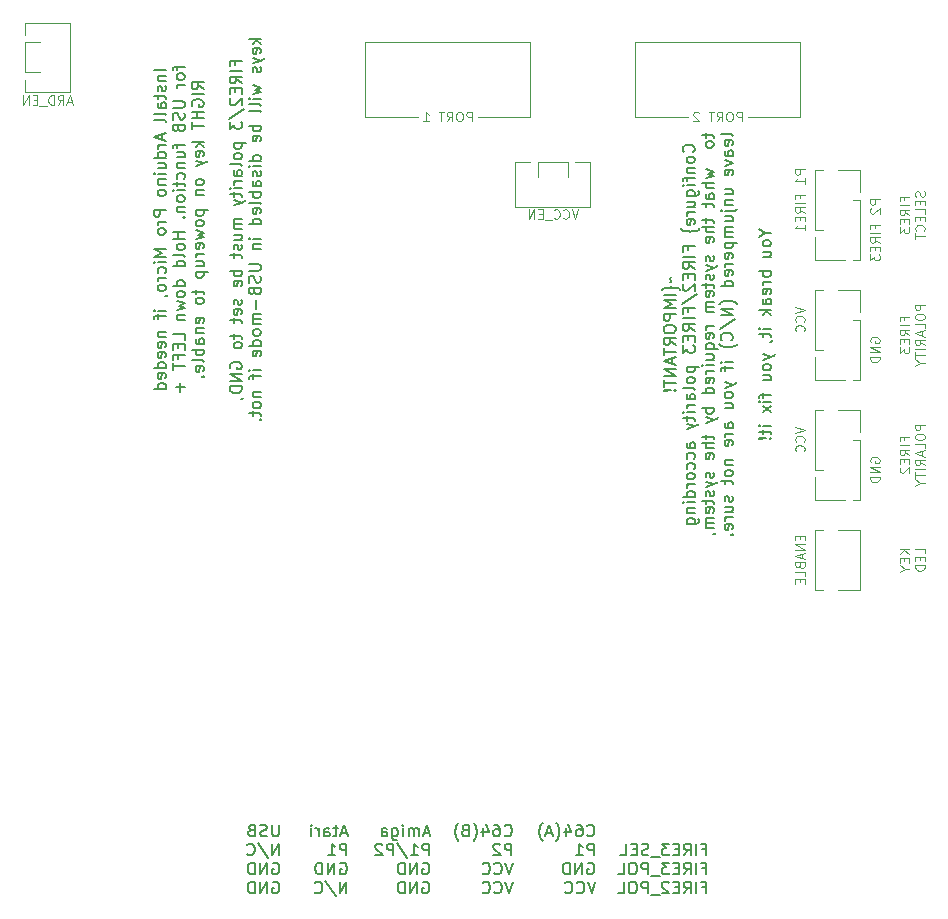
<source format=gbo>
G04 #@! TF.GenerationSoftware,KiCad,Pcbnew,8.0.4*
G04 #@! TF.CreationDate,2024-10-17T01:26:52+02:00*
G04 #@! TF.ProjectId,C64 Joykey,43363420-4a6f-4796-9b65-792e6b696361,rev?*
G04 #@! TF.SameCoordinates,Original*
G04 #@! TF.FileFunction,Legend,Bot*
G04 #@! TF.FilePolarity,Positive*
%FSLAX46Y46*%
G04 Gerber Fmt 4.6, Leading zero omitted, Abs format (unit mm)*
G04 Created by KiCad (PCBNEW 8.0.4) date 2024-10-17 01:26:52*
%MOMM*%
%LPD*%
G01*
G04 APERTURE LIST*
%ADD10C,0.120000*%
%ADD11C,0.100000*%
%ADD12C,0.150000*%
G04 APERTURE END LIST*
D10*
X231140000Y-100330000D02*
X231140000Y-95250000D01*
X231775000Y-100330000D02*
X231140000Y-100330000D01*
X231775000Y-95250000D02*
X231140000Y-95250000D01*
X234315000Y-123190000D02*
X234950000Y-123190000D01*
X234950000Y-118110000D02*
X234315000Y-118110000D01*
X234950000Y-118110000D02*
X234950000Y-123190000D01*
X231140000Y-102870000D02*
X233680000Y-102870000D01*
X234950000Y-95250000D02*
X233045000Y-95250000D01*
X231140000Y-100965000D02*
X231140000Y-102870000D01*
X215900000Y-84455000D02*
X229870000Y-84455000D01*
X215900000Y-90805000D02*
X215900000Y-84455000D01*
X229870000Y-90805000D02*
X225425000Y-90805000D01*
X220345000Y-90805000D02*
X215900000Y-90805000D01*
X229870000Y-84455000D02*
X229870000Y-90805000D01*
X234950000Y-115570000D02*
X234950000Y-117475000D01*
X231140000Y-123190000D02*
X233680000Y-123190000D01*
X231140000Y-121285000D02*
X231140000Y-123190000D01*
X234950000Y-115570000D02*
X233045000Y-115570000D01*
X231775000Y-120650000D02*
X231140000Y-120650000D01*
X231140000Y-120650000D02*
X231140000Y-115570000D01*
X231775000Y-115570000D02*
X231140000Y-115570000D01*
X231140000Y-130810000D02*
X231140000Y-125730000D01*
X234950000Y-130810000D02*
X233045000Y-130810000D01*
X207645000Y-94615000D02*
X210185000Y-94615000D01*
X207645000Y-95885000D02*
X207645000Y-94615000D01*
X212090000Y-98425000D02*
X205740000Y-98425000D01*
X212090000Y-94615000D02*
X212090000Y-98425000D01*
X210185000Y-94615000D02*
X210185000Y-95885000D01*
X210820000Y-94615000D02*
X212090000Y-94615000D01*
X205740000Y-94615000D02*
X207010000Y-94615000D01*
X205740000Y-98425000D02*
X205740000Y-94615000D01*
X164211000Y-83820000D02*
X164211000Y-82804000D01*
X164211000Y-88646000D02*
X164211000Y-87630000D01*
X164211000Y-84455000D02*
X165481000Y-84455000D01*
X165481000Y-86995000D02*
X164211000Y-86995000D01*
X164211000Y-82804000D02*
X168021000Y-82804000D01*
X168021000Y-82804000D02*
X168021000Y-88646000D01*
X164211000Y-86995000D02*
X164211000Y-84455000D01*
X168021000Y-88646000D02*
X164211000Y-88646000D01*
X234950000Y-95250000D02*
X234950000Y-97155000D01*
X234950000Y-125730000D02*
X234950000Y-130810000D01*
X193040000Y-90805000D02*
X193040000Y-84455000D01*
X207010000Y-90805000D02*
X202565000Y-90805000D01*
X231140000Y-110490000D02*
X231140000Y-105410000D01*
X234950000Y-105410000D02*
X234950000Y-107315000D01*
X234950000Y-97790000D02*
X234315000Y-97790000D01*
X234950000Y-125730000D02*
X233045000Y-125730000D01*
X234950000Y-107950000D02*
X234315000Y-107950000D01*
X231140000Y-125730000D02*
X231775000Y-125730000D01*
X231775000Y-110490000D02*
X231140000Y-110490000D01*
X234950000Y-107950000D02*
X234950000Y-113030000D01*
X207010000Y-84455000D02*
X207010000Y-90805000D01*
X234315000Y-102870000D02*
X234950000Y-102870000D01*
X197485000Y-90805000D02*
X193040000Y-90805000D01*
X193040000Y-84455000D02*
X207010000Y-84455000D01*
X234950000Y-105410000D02*
X233045000Y-105410000D01*
X231140000Y-111125000D02*
X231140000Y-113030000D01*
X234315000Y-113030000D02*
X234950000Y-113030000D01*
X234950000Y-97790000D02*
X234950000Y-102870000D01*
X231775000Y-130810000D02*
X231140000Y-130810000D01*
X231140000Y-113030000D02*
X233680000Y-113030000D01*
X231775000Y-105410000D02*
X231140000Y-105410000D01*
D11*
X235822990Y-109880476D02*
X235784895Y-109804286D01*
X235784895Y-109804286D02*
X235784895Y-109690000D01*
X235784895Y-109690000D02*
X235822990Y-109575714D01*
X235822990Y-109575714D02*
X235899180Y-109499524D01*
X235899180Y-109499524D02*
X235975371Y-109461429D01*
X235975371Y-109461429D02*
X236127752Y-109423333D01*
X236127752Y-109423333D02*
X236242038Y-109423333D01*
X236242038Y-109423333D02*
X236394419Y-109461429D01*
X236394419Y-109461429D02*
X236470609Y-109499524D01*
X236470609Y-109499524D02*
X236546800Y-109575714D01*
X236546800Y-109575714D02*
X236584895Y-109690000D01*
X236584895Y-109690000D02*
X236584895Y-109766191D01*
X236584895Y-109766191D02*
X236546800Y-109880476D01*
X236546800Y-109880476D02*
X236508704Y-109918572D01*
X236508704Y-109918572D02*
X236242038Y-109918572D01*
X236242038Y-109918572D02*
X236242038Y-109766191D01*
X236584895Y-110261429D02*
X235784895Y-110261429D01*
X235784895Y-110261429D02*
X236584895Y-110718572D01*
X236584895Y-110718572D02*
X235784895Y-110718572D01*
X236584895Y-111099524D02*
X235784895Y-111099524D01*
X235784895Y-111099524D02*
X235784895Y-111290000D01*
X235784895Y-111290000D02*
X235822990Y-111404286D01*
X235822990Y-111404286D02*
X235899180Y-111480476D01*
X235899180Y-111480476D02*
X235975371Y-111518571D01*
X235975371Y-111518571D02*
X236127752Y-111556667D01*
X236127752Y-111556667D02*
X236242038Y-111556667D01*
X236242038Y-111556667D02*
X236394419Y-111518571D01*
X236394419Y-111518571D02*
X236470609Y-111480476D01*
X236470609Y-111480476D02*
X236546800Y-111404286D01*
X236546800Y-111404286D02*
X236584895Y-111290000D01*
X236584895Y-111290000D02*
X236584895Y-111099524D01*
X230234895Y-95218571D02*
X229434895Y-95218571D01*
X229434895Y-95218571D02*
X229434895Y-95523333D01*
X229434895Y-95523333D02*
X229472990Y-95599523D01*
X229472990Y-95599523D02*
X229511085Y-95637618D01*
X229511085Y-95637618D02*
X229587276Y-95675714D01*
X229587276Y-95675714D02*
X229701561Y-95675714D01*
X229701561Y-95675714D02*
X229777752Y-95637618D01*
X229777752Y-95637618D02*
X229815847Y-95599523D01*
X229815847Y-95599523D02*
X229853942Y-95523333D01*
X229853942Y-95523333D02*
X229853942Y-95218571D01*
X230234895Y-96437618D02*
X230234895Y-95980475D01*
X230234895Y-96209047D02*
X229434895Y-96209047D01*
X229434895Y-96209047D02*
X229549180Y-96132856D01*
X229549180Y-96132856D02*
X229625371Y-96056666D01*
X229625371Y-96056666D02*
X229663466Y-95980475D01*
X229815847Y-97656666D02*
X229815847Y-97390000D01*
X230234895Y-97390000D02*
X229434895Y-97390000D01*
X229434895Y-97390000D02*
X229434895Y-97770952D01*
X230234895Y-98075714D02*
X229434895Y-98075714D01*
X230234895Y-98913809D02*
X229853942Y-98647142D01*
X230234895Y-98456666D02*
X229434895Y-98456666D01*
X229434895Y-98456666D02*
X229434895Y-98761428D01*
X229434895Y-98761428D02*
X229472990Y-98837618D01*
X229472990Y-98837618D02*
X229511085Y-98875713D01*
X229511085Y-98875713D02*
X229587276Y-98913809D01*
X229587276Y-98913809D02*
X229701561Y-98913809D01*
X229701561Y-98913809D02*
X229777752Y-98875713D01*
X229777752Y-98875713D02*
X229815847Y-98837618D01*
X229815847Y-98837618D02*
X229853942Y-98761428D01*
X229853942Y-98761428D02*
X229853942Y-98456666D01*
X229815847Y-99256666D02*
X229815847Y-99523332D01*
X230234895Y-99637618D02*
X230234895Y-99256666D01*
X230234895Y-99256666D02*
X229434895Y-99256666D01*
X229434895Y-99256666D02*
X229434895Y-99637618D01*
X230234895Y-100399523D02*
X230234895Y-99942380D01*
X230234895Y-100170952D02*
X229434895Y-100170952D01*
X229434895Y-100170952D02*
X229549180Y-100094761D01*
X229549180Y-100094761D02*
X229625371Y-100018571D01*
X229625371Y-100018571D02*
X229663466Y-99942380D01*
X236584895Y-97758571D02*
X235784895Y-97758571D01*
X235784895Y-97758571D02*
X235784895Y-98063333D01*
X235784895Y-98063333D02*
X235822990Y-98139523D01*
X235822990Y-98139523D02*
X235861085Y-98177618D01*
X235861085Y-98177618D02*
X235937276Y-98215714D01*
X235937276Y-98215714D02*
X236051561Y-98215714D01*
X236051561Y-98215714D02*
X236127752Y-98177618D01*
X236127752Y-98177618D02*
X236165847Y-98139523D01*
X236165847Y-98139523D02*
X236203942Y-98063333D01*
X236203942Y-98063333D02*
X236203942Y-97758571D01*
X235861085Y-98520475D02*
X235822990Y-98558571D01*
X235822990Y-98558571D02*
X235784895Y-98634761D01*
X235784895Y-98634761D02*
X235784895Y-98825237D01*
X235784895Y-98825237D02*
X235822990Y-98901428D01*
X235822990Y-98901428D02*
X235861085Y-98939523D01*
X235861085Y-98939523D02*
X235937276Y-98977618D01*
X235937276Y-98977618D02*
X236013466Y-98977618D01*
X236013466Y-98977618D02*
X236127752Y-98939523D01*
X236127752Y-98939523D02*
X236584895Y-98482380D01*
X236584895Y-98482380D02*
X236584895Y-98977618D01*
X236165847Y-100196666D02*
X236165847Y-99930000D01*
X236584895Y-99930000D02*
X235784895Y-99930000D01*
X235784895Y-99930000D02*
X235784895Y-100310952D01*
X236584895Y-100615714D02*
X235784895Y-100615714D01*
X236584895Y-101453809D02*
X236203942Y-101187142D01*
X236584895Y-100996666D02*
X235784895Y-100996666D01*
X235784895Y-100996666D02*
X235784895Y-101301428D01*
X235784895Y-101301428D02*
X235822990Y-101377618D01*
X235822990Y-101377618D02*
X235861085Y-101415713D01*
X235861085Y-101415713D02*
X235937276Y-101453809D01*
X235937276Y-101453809D02*
X236051561Y-101453809D01*
X236051561Y-101453809D02*
X236127752Y-101415713D01*
X236127752Y-101415713D02*
X236165847Y-101377618D01*
X236165847Y-101377618D02*
X236203942Y-101301428D01*
X236203942Y-101301428D02*
X236203942Y-100996666D01*
X236165847Y-101796666D02*
X236165847Y-102063332D01*
X236584895Y-102177618D02*
X236584895Y-101796666D01*
X236584895Y-101796666D02*
X235784895Y-101796666D01*
X235784895Y-101796666D02*
X235784895Y-102177618D01*
X235784895Y-102444285D02*
X235784895Y-102939523D01*
X235784895Y-102939523D02*
X236089657Y-102672857D01*
X236089657Y-102672857D02*
X236089657Y-102787142D01*
X236089657Y-102787142D02*
X236127752Y-102863333D01*
X236127752Y-102863333D02*
X236165847Y-102901428D01*
X236165847Y-102901428D02*
X236242038Y-102939523D01*
X236242038Y-102939523D02*
X236432514Y-102939523D01*
X236432514Y-102939523D02*
X236508704Y-102901428D01*
X236508704Y-102901428D02*
X236546800Y-102863333D01*
X236546800Y-102863333D02*
X236584895Y-102787142D01*
X236584895Y-102787142D02*
X236584895Y-102558571D01*
X236584895Y-102558571D02*
X236546800Y-102482380D01*
X236546800Y-102482380D02*
X236508704Y-102444285D01*
X202044047Y-91169895D02*
X202044047Y-90369895D01*
X202044047Y-90369895D02*
X201739285Y-90369895D01*
X201739285Y-90369895D02*
X201663095Y-90407990D01*
X201663095Y-90407990D02*
X201625000Y-90446085D01*
X201625000Y-90446085D02*
X201586904Y-90522276D01*
X201586904Y-90522276D02*
X201586904Y-90636561D01*
X201586904Y-90636561D02*
X201625000Y-90712752D01*
X201625000Y-90712752D02*
X201663095Y-90750847D01*
X201663095Y-90750847D02*
X201739285Y-90788942D01*
X201739285Y-90788942D02*
X202044047Y-90788942D01*
X201091666Y-90369895D02*
X200939285Y-90369895D01*
X200939285Y-90369895D02*
X200863095Y-90407990D01*
X200863095Y-90407990D02*
X200786904Y-90484180D01*
X200786904Y-90484180D02*
X200748809Y-90636561D01*
X200748809Y-90636561D02*
X200748809Y-90903228D01*
X200748809Y-90903228D02*
X200786904Y-91055609D01*
X200786904Y-91055609D02*
X200863095Y-91131800D01*
X200863095Y-91131800D02*
X200939285Y-91169895D01*
X200939285Y-91169895D02*
X201091666Y-91169895D01*
X201091666Y-91169895D02*
X201167857Y-91131800D01*
X201167857Y-91131800D02*
X201244047Y-91055609D01*
X201244047Y-91055609D02*
X201282143Y-90903228D01*
X201282143Y-90903228D02*
X201282143Y-90636561D01*
X201282143Y-90636561D02*
X201244047Y-90484180D01*
X201244047Y-90484180D02*
X201167857Y-90407990D01*
X201167857Y-90407990D02*
X201091666Y-90369895D01*
X199948809Y-91169895D02*
X200215476Y-90788942D01*
X200405952Y-91169895D02*
X200405952Y-90369895D01*
X200405952Y-90369895D02*
X200101190Y-90369895D01*
X200101190Y-90369895D02*
X200025000Y-90407990D01*
X200025000Y-90407990D02*
X199986905Y-90446085D01*
X199986905Y-90446085D02*
X199948809Y-90522276D01*
X199948809Y-90522276D02*
X199948809Y-90636561D01*
X199948809Y-90636561D02*
X199986905Y-90712752D01*
X199986905Y-90712752D02*
X200025000Y-90750847D01*
X200025000Y-90750847D02*
X200101190Y-90788942D01*
X200101190Y-90788942D02*
X200405952Y-90788942D01*
X199720238Y-90369895D02*
X199263095Y-90369895D01*
X199491667Y-91169895D02*
X199491667Y-90369895D01*
X197967857Y-91169895D02*
X198425000Y-91169895D01*
X198196428Y-91169895D02*
X198196428Y-90369895D01*
X198196428Y-90369895D02*
X198272619Y-90484180D01*
X198272619Y-90484180D02*
X198348809Y-90560371D01*
X198348809Y-90560371D02*
X198425000Y-90598466D01*
X224904047Y-91169895D02*
X224904047Y-90369895D01*
X224904047Y-90369895D02*
X224599285Y-90369895D01*
X224599285Y-90369895D02*
X224523095Y-90407990D01*
X224523095Y-90407990D02*
X224485000Y-90446085D01*
X224485000Y-90446085D02*
X224446904Y-90522276D01*
X224446904Y-90522276D02*
X224446904Y-90636561D01*
X224446904Y-90636561D02*
X224485000Y-90712752D01*
X224485000Y-90712752D02*
X224523095Y-90750847D01*
X224523095Y-90750847D02*
X224599285Y-90788942D01*
X224599285Y-90788942D02*
X224904047Y-90788942D01*
X223951666Y-90369895D02*
X223799285Y-90369895D01*
X223799285Y-90369895D02*
X223723095Y-90407990D01*
X223723095Y-90407990D02*
X223646904Y-90484180D01*
X223646904Y-90484180D02*
X223608809Y-90636561D01*
X223608809Y-90636561D02*
X223608809Y-90903228D01*
X223608809Y-90903228D02*
X223646904Y-91055609D01*
X223646904Y-91055609D02*
X223723095Y-91131800D01*
X223723095Y-91131800D02*
X223799285Y-91169895D01*
X223799285Y-91169895D02*
X223951666Y-91169895D01*
X223951666Y-91169895D02*
X224027857Y-91131800D01*
X224027857Y-91131800D02*
X224104047Y-91055609D01*
X224104047Y-91055609D02*
X224142143Y-90903228D01*
X224142143Y-90903228D02*
X224142143Y-90636561D01*
X224142143Y-90636561D02*
X224104047Y-90484180D01*
X224104047Y-90484180D02*
X224027857Y-90407990D01*
X224027857Y-90407990D02*
X223951666Y-90369895D01*
X222808809Y-91169895D02*
X223075476Y-90788942D01*
X223265952Y-91169895D02*
X223265952Y-90369895D01*
X223265952Y-90369895D02*
X222961190Y-90369895D01*
X222961190Y-90369895D02*
X222885000Y-90407990D01*
X222885000Y-90407990D02*
X222846905Y-90446085D01*
X222846905Y-90446085D02*
X222808809Y-90522276D01*
X222808809Y-90522276D02*
X222808809Y-90636561D01*
X222808809Y-90636561D02*
X222846905Y-90712752D01*
X222846905Y-90712752D02*
X222885000Y-90750847D01*
X222885000Y-90750847D02*
X222961190Y-90788942D01*
X222961190Y-90788942D02*
X223265952Y-90788942D01*
X222580238Y-90369895D02*
X222123095Y-90369895D01*
X222351667Y-91169895D02*
X222351667Y-90369895D01*
X221285000Y-90446085D02*
X221246904Y-90407990D01*
X221246904Y-90407990D02*
X221170714Y-90369895D01*
X221170714Y-90369895D02*
X220980238Y-90369895D01*
X220980238Y-90369895D02*
X220904047Y-90407990D01*
X220904047Y-90407990D02*
X220865952Y-90446085D01*
X220865952Y-90446085D02*
X220827857Y-90522276D01*
X220827857Y-90522276D02*
X220827857Y-90598466D01*
X220827857Y-90598466D02*
X220865952Y-90712752D01*
X220865952Y-90712752D02*
X221323095Y-91169895D01*
X221323095Y-91169895D02*
X220827857Y-91169895D01*
X238696870Y-97840952D02*
X238696870Y-97574286D01*
X239115918Y-97574286D02*
X238315918Y-97574286D01*
X238315918Y-97574286D02*
X238315918Y-97955238D01*
X239115918Y-98260000D02*
X238315918Y-98260000D01*
X239115918Y-99098095D02*
X238734965Y-98831428D01*
X239115918Y-98640952D02*
X238315918Y-98640952D01*
X238315918Y-98640952D02*
X238315918Y-98945714D01*
X238315918Y-98945714D02*
X238354013Y-99021904D01*
X238354013Y-99021904D02*
X238392108Y-99059999D01*
X238392108Y-99059999D02*
X238468299Y-99098095D01*
X238468299Y-99098095D02*
X238582584Y-99098095D01*
X238582584Y-99098095D02*
X238658775Y-99059999D01*
X238658775Y-99059999D02*
X238696870Y-99021904D01*
X238696870Y-99021904D02*
X238734965Y-98945714D01*
X238734965Y-98945714D02*
X238734965Y-98640952D01*
X238696870Y-99440952D02*
X238696870Y-99707618D01*
X239115918Y-99821904D02*
X239115918Y-99440952D01*
X239115918Y-99440952D02*
X238315918Y-99440952D01*
X238315918Y-99440952D02*
X238315918Y-99821904D01*
X238315918Y-100088571D02*
X238315918Y-100583809D01*
X238315918Y-100583809D02*
X238620680Y-100317143D01*
X238620680Y-100317143D02*
X238620680Y-100431428D01*
X238620680Y-100431428D02*
X238658775Y-100507619D01*
X238658775Y-100507619D02*
X238696870Y-100545714D01*
X238696870Y-100545714D02*
X238773061Y-100583809D01*
X238773061Y-100583809D02*
X238963537Y-100583809D01*
X238963537Y-100583809D02*
X239039727Y-100545714D01*
X239039727Y-100545714D02*
X239077823Y-100507619D01*
X239077823Y-100507619D02*
X239115918Y-100431428D01*
X239115918Y-100431428D02*
X239115918Y-100202857D01*
X239115918Y-100202857D02*
X239077823Y-100126666D01*
X239077823Y-100126666D02*
X239039727Y-100088571D01*
X240365778Y-97079046D02*
X240403873Y-97193332D01*
X240403873Y-97193332D02*
X240403873Y-97383808D01*
X240403873Y-97383808D02*
X240365778Y-97459999D01*
X240365778Y-97459999D02*
X240327682Y-97498094D01*
X240327682Y-97498094D02*
X240251492Y-97536189D01*
X240251492Y-97536189D02*
X240175301Y-97536189D01*
X240175301Y-97536189D02*
X240099111Y-97498094D01*
X240099111Y-97498094D02*
X240061016Y-97459999D01*
X240061016Y-97459999D02*
X240022920Y-97383808D01*
X240022920Y-97383808D02*
X239984825Y-97231427D01*
X239984825Y-97231427D02*
X239946730Y-97155237D01*
X239946730Y-97155237D02*
X239908635Y-97117142D01*
X239908635Y-97117142D02*
X239832444Y-97079046D01*
X239832444Y-97079046D02*
X239756254Y-97079046D01*
X239756254Y-97079046D02*
X239680063Y-97117142D01*
X239680063Y-97117142D02*
X239641968Y-97155237D01*
X239641968Y-97155237D02*
X239603873Y-97231427D01*
X239603873Y-97231427D02*
X239603873Y-97421904D01*
X239603873Y-97421904D02*
X239641968Y-97536189D01*
X239984825Y-97879047D02*
X239984825Y-98145713D01*
X240403873Y-98259999D02*
X240403873Y-97879047D01*
X240403873Y-97879047D02*
X239603873Y-97879047D01*
X239603873Y-97879047D02*
X239603873Y-98259999D01*
X240403873Y-98983809D02*
X240403873Y-98602857D01*
X240403873Y-98602857D02*
X239603873Y-98602857D01*
X239984825Y-99250476D02*
X239984825Y-99517142D01*
X240403873Y-99631428D02*
X240403873Y-99250476D01*
X240403873Y-99250476D02*
X239603873Y-99250476D01*
X239603873Y-99250476D02*
X239603873Y-99631428D01*
X240327682Y-100431429D02*
X240365778Y-100393333D01*
X240365778Y-100393333D02*
X240403873Y-100279048D01*
X240403873Y-100279048D02*
X240403873Y-100202857D01*
X240403873Y-100202857D02*
X240365778Y-100088571D01*
X240365778Y-100088571D02*
X240289587Y-100012381D01*
X240289587Y-100012381D02*
X240213397Y-99974286D01*
X240213397Y-99974286D02*
X240061016Y-99936190D01*
X240061016Y-99936190D02*
X239946730Y-99936190D01*
X239946730Y-99936190D02*
X239794349Y-99974286D01*
X239794349Y-99974286D02*
X239718158Y-100012381D01*
X239718158Y-100012381D02*
X239641968Y-100088571D01*
X239641968Y-100088571D02*
X239603873Y-100202857D01*
X239603873Y-100202857D02*
X239603873Y-100279048D01*
X239603873Y-100279048D02*
X239641968Y-100393333D01*
X239641968Y-100393333D02*
X239680063Y-100431429D01*
X239603873Y-100660000D02*
X239603873Y-101117143D01*
X240403873Y-100888571D02*
X239603873Y-100888571D01*
X229434895Y-106883333D02*
X230234895Y-107150000D01*
X230234895Y-107150000D02*
X229434895Y-107416666D01*
X230158704Y-108140476D02*
X230196800Y-108102380D01*
X230196800Y-108102380D02*
X230234895Y-107988095D01*
X230234895Y-107988095D02*
X230234895Y-107911904D01*
X230234895Y-107911904D02*
X230196800Y-107797618D01*
X230196800Y-107797618D02*
X230120609Y-107721428D01*
X230120609Y-107721428D02*
X230044419Y-107683333D01*
X230044419Y-107683333D02*
X229892038Y-107645237D01*
X229892038Y-107645237D02*
X229777752Y-107645237D01*
X229777752Y-107645237D02*
X229625371Y-107683333D01*
X229625371Y-107683333D02*
X229549180Y-107721428D01*
X229549180Y-107721428D02*
X229472990Y-107797618D01*
X229472990Y-107797618D02*
X229434895Y-107911904D01*
X229434895Y-107911904D02*
X229434895Y-107988095D01*
X229434895Y-107988095D02*
X229472990Y-108102380D01*
X229472990Y-108102380D02*
X229511085Y-108140476D01*
X230158704Y-108940476D02*
X230196800Y-108902380D01*
X230196800Y-108902380D02*
X230234895Y-108788095D01*
X230234895Y-108788095D02*
X230234895Y-108711904D01*
X230234895Y-108711904D02*
X230196800Y-108597618D01*
X230196800Y-108597618D02*
X230120609Y-108521428D01*
X230120609Y-108521428D02*
X230044419Y-108483333D01*
X230044419Y-108483333D02*
X229892038Y-108445237D01*
X229892038Y-108445237D02*
X229777752Y-108445237D01*
X229777752Y-108445237D02*
X229625371Y-108483333D01*
X229625371Y-108483333D02*
X229549180Y-108521428D01*
X229549180Y-108521428D02*
X229472990Y-108597618D01*
X229472990Y-108597618D02*
X229434895Y-108711904D01*
X229434895Y-108711904D02*
X229434895Y-108788095D01*
X229434895Y-108788095D02*
X229472990Y-108902380D01*
X229472990Y-108902380D02*
X229511085Y-108940476D01*
D12*
X176134959Y-86853808D02*
X175134959Y-86853808D01*
X175468292Y-87329998D02*
X176134959Y-87329998D01*
X175563530Y-87329998D02*
X175515911Y-87377617D01*
X175515911Y-87377617D02*
X175468292Y-87472855D01*
X175468292Y-87472855D02*
X175468292Y-87615712D01*
X175468292Y-87615712D02*
X175515911Y-87710950D01*
X175515911Y-87710950D02*
X175611149Y-87758569D01*
X175611149Y-87758569D02*
X176134959Y-87758569D01*
X176087340Y-88187141D02*
X176134959Y-88282379D01*
X176134959Y-88282379D02*
X176134959Y-88472855D01*
X176134959Y-88472855D02*
X176087340Y-88568093D01*
X176087340Y-88568093D02*
X175992101Y-88615712D01*
X175992101Y-88615712D02*
X175944482Y-88615712D01*
X175944482Y-88615712D02*
X175849244Y-88568093D01*
X175849244Y-88568093D02*
X175801625Y-88472855D01*
X175801625Y-88472855D02*
X175801625Y-88329998D01*
X175801625Y-88329998D02*
X175754006Y-88234760D01*
X175754006Y-88234760D02*
X175658768Y-88187141D01*
X175658768Y-88187141D02*
X175611149Y-88187141D01*
X175611149Y-88187141D02*
X175515911Y-88234760D01*
X175515911Y-88234760D02*
X175468292Y-88329998D01*
X175468292Y-88329998D02*
X175468292Y-88472855D01*
X175468292Y-88472855D02*
X175515911Y-88568093D01*
X175468292Y-88901427D02*
X175468292Y-89282379D01*
X175134959Y-89044284D02*
X175992101Y-89044284D01*
X175992101Y-89044284D02*
X176087340Y-89091903D01*
X176087340Y-89091903D02*
X176134959Y-89187141D01*
X176134959Y-89187141D02*
X176134959Y-89282379D01*
X176134959Y-90044284D02*
X175611149Y-90044284D01*
X175611149Y-90044284D02*
X175515911Y-89996665D01*
X175515911Y-89996665D02*
X175468292Y-89901427D01*
X175468292Y-89901427D02*
X175468292Y-89710951D01*
X175468292Y-89710951D02*
X175515911Y-89615713D01*
X176087340Y-90044284D02*
X176134959Y-89949046D01*
X176134959Y-89949046D02*
X176134959Y-89710951D01*
X176134959Y-89710951D02*
X176087340Y-89615713D01*
X176087340Y-89615713D02*
X175992101Y-89568094D01*
X175992101Y-89568094D02*
X175896863Y-89568094D01*
X175896863Y-89568094D02*
X175801625Y-89615713D01*
X175801625Y-89615713D02*
X175754006Y-89710951D01*
X175754006Y-89710951D02*
X175754006Y-89949046D01*
X175754006Y-89949046D02*
X175706387Y-90044284D01*
X176134959Y-90663332D02*
X176087340Y-90568094D01*
X176087340Y-90568094D02*
X175992101Y-90520475D01*
X175992101Y-90520475D02*
X175134959Y-90520475D01*
X176134959Y-91187142D02*
X176087340Y-91091904D01*
X176087340Y-91091904D02*
X175992101Y-91044285D01*
X175992101Y-91044285D02*
X175134959Y-91044285D01*
X175849244Y-92282381D02*
X175849244Y-92758571D01*
X176134959Y-92187143D02*
X175134959Y-92520476D01*
X175134959Y-92520476D02*
X176134959Y-92853809D01*
X176134959Y-93187143D02*
X175468292Y-93187143D01*
X175658768Y-93187143D02*
X175563530Y-93234762D01*
X175563530Y-93234762D02*
X175515911Y-93282381D01*
X175515911Y-93282381D02*
X175468292Y-93377619D01*
X175468292Y-93377619D02*
X175468292Y-93472857D01*
X176134959Y-94234762D02*
X175134959Y-94234762D01*
X176087340Y-94234762D02*
X176134959Y-94139524D01*
X176134959Y-94139524D02*
X176134959Y-93949048D01*
X176134959Y-93949048D02*
X176087340Y-93853810D01*
X176087340Y-93853810D02*
X176039720Y-93806191D01*
X176039720Y-93806191D02*
X175944482Y-93758572D01*
X175944482Y-93758572D02*
X175658768Y-93758572D01*
X175658768Y-93758572D02*
X175563530Y-93806191D01*
X175563530Y-93806191D02*
X175515911Y-93853810D01*
X175515911Y-93853810D02*
X175468292Y-93949048D01*
X175468292Y-93949048D02*
X175468292Y-94139524D01*
X175468292Y-94139524D02*
X175515911Y-94234762D01*
X175468292Y-95139524D02*
X176134959Y-95139524D01*
X175468292Y-94710953D02*
X175992101Y-94710953D01*
X175992101Y-94710953D02*
X176087340Y-94758572D01*
X176087340Y-94758572D02*
X176134959Y-94853810D01*
X176134959Y-94853810D02*
X176134959Y-94996667D01*
X176134959Y-94996667D02*
X176087340Y-95091905D01*
X176087340Y-95091905D02*
X176039720Y-95139524D01*
X176134959Y-95615715D02*
X175468292Y-95615715D01*
X175134959Y-95615715D02*
X175182578Y-95568096D01*
X175182578Y-95568096D02*
X175230197Y-95615715D01*
X175230197Y-95615715D02*
X175182578Y-95663334D01*
X175182578Y-95663334D02*
X175134959Y-95615715D01*
X175134959Y-95615715D02*
X175230197Y-95615715D01*
X175468292Y-96091905D02*
X176134959Y-96091905D01*
X175563530Y-96091905D02*
X175515911Y-96139524D01*
X175515911Y-96139524D02*
X175468292Y-96234762D01*
X175468292Y-96234762D02*
X175468292Y-96377619D01*
X175468292Y-96377619D02*
X175515911Y-96472857D01*
X175515911Y-96472857D02*
X175611149Y-96520476D01*
X175611149Y-96520476D02*
X176134959Y-96520476D01*
X176134959Y-97139524D02*
X176087340Y-97044286D01*
X176087340Y-97044286D02*
X176039720Y-96996667D01*
X176039720Y-96996667D02*
X175944482Y-96949048D01*
X175944482Y-96949048D02*
X175658768Y-96949048D01*
X175658768Y-96949048D02*
X175563530Y-96996667D01*
X175563530Y-96996667D02*
X175515911Y-97044286D01*
X175515911Y-97044286D02*
X175468292Y-97139524D01*
X175468292Y-97139524D02*
X175468292Y-97282381D01*
X175468292Y-97282381D02*
X175515911Y-97377619D01*
X175515911Y-97377619D02*
X175563530Y-97425238D01*
X175563530Y-97425238D02*
X175658768Y-97472857D01*
X175658768Y-97472857D02*
X175944482Y-97472857D01*
X175944482Y-97472857D02*
X176039720Y-97425238D01*
X176039720Y-97425238D02*
X176087340Y-97377619D01*
X176087340Y-97377619D02*
X176134959Y-97282381D01*
X176134959Y-97282381D02*
X176134959Y-97139524D01*
X176134959Y-98663334D02*
X175134959Y-98663334D01*
X175134959Y-98663334D02*
X175134959Y-99044286D01*
X175134959Y-99044286D02*
X175182578Y-99139524D01*
X175182578Y-99139524D02*
X175230197Y-99187143D01*
X175230197Y-99187143D02*
X175325435Y-99234762D01*
X175325435Y-99234762D02*
X175468292Y-99234762D01*
X175468292Y-99234762D02*
X175563530Y-99187143D01*
X175563530Y-99187143D02*
X175611149Y-99139524D01*
X175611149Y-99139524D02*
X175658768Y-99044286D01*
X175658768Y-99044286D02*
X175658768Y-98663334D01*
X176134959Y-99663334D02*
X175468292Y-99663334D01*
X175658768Y-99663334D02*
X175563530Y-99710953D01*
X175563530Y-99710953D02*
X175515911Y-99758572D01*
X175515911Y-99758572D02*
X175468292Y-99853810D01*
X175468292Y-99853810D02*
X175468292Y-99949048D01*
X176134959Y-100425239D02*
X176087340Y-100330001D01*
X176087340Y-100330001D02*
X176039720Y-100282382D01*
X176039720Y-100282382D02*
X175944482Y-100234763D01*
X175944482Y-100234763D02*
X175658768Y-100234763D01*
X175658768Y-100234763D02*
X175563530Y-100282382D01*
X175563530Y-100282382D02*
X175515911Y-100330001D01*
X175515911Y-100330001D02*
X175468292Y-100425239D01*
X175468292Y-100425239D02*
X175468292Y-100568096D01*
X175468292Y-100568096D02*
X175515911Y-100663334D01*
X175515911Y-100663334D02*
X175563530Y-100710953D01*
X175563530Y-100710953D02*
X175658768Y-100758572D01*
X175658768Y-100758572D02*
X175944482Y-100758572D01*
X175944482Y-100758572D02*
X176039720Y-100710953D01*
X176039720Y-100710953D02*
X176087340Y-100663334D01*
X176087340Y-100663334D02*
X176134959Y-100568096D01*
X176134959Y-100568096D02*
X176134959Y-100425239D01*
X176134959Y-101949049D02*
X175134959Y-101949049D01*
X175134959Y-101949049D02*
X175849244Y-102282382D01*
X175849244Y-102282382D02*
X175134959Y-102615715D01*
X175134959Y-102615715D02*
X176134959Y-102615715D01*
X176134959Y-103091906D02*
X175468292Y-103091906D01*
X175134959Y-103091906D02*
X175182578Y-103044287D01*
X175182578Y-103044287D02*
X175230197Y-103091906D01*
X175230197Y-103091906D02*
X175182578Y-103139525D01*
X175182578Y-103139525D02*
X175134959Y-103091906D01*
X175134959Y-103091906D02*
X175230197Y-103091906D01*
X176087340Y-103996667D02*
X176134959Y-103901429D01*
X176134959Y-103901429D02*
X176134959Y-103710953D01*
X176134959Y-103710953D02*
X176087340Y-103615715D01*
X176087340Y-103615715D02*
X176039720Y-103568096D01*
X176039720Y-103568096D02*
X175944482Y-103520477D01*
X175944482Y-103520477D02*
X175658768Y-103520477D01*
X175658768Y-103520477D02*
X175563530Y-103568096D01*
X175563530Y-103568096D02*
X175515911Y-103615715D01*
X175515911Y-103615715D02*
X175468292Y-103710953D01*
X175468292Y-103710953D02*
X175468292Y-103901429D01*
X175468292Y-103901429D02*
X175515911Y-103996667D01*
X176134959Y-104425239D02*
X175468292Y-104425239D01*
X175658768Y-104425239D02*
X175563530Y-104472858D01*
X175563530Y-104472858D02*
X175515911Y-104520477D01*
X175515911Y-104520477D02*
X175468292Y-104615715D01*
X175468292Y-104615715D02*
X175468292Y-104710953D01*
X176134959Y-105187144D02*
X176087340Y-105091906D01*
X176087340Y-105091906D02*
X176039720Y-105044287D01*
X176039720Y-105044287D02*
X175944482Y-104996668D01*
X175944482Y-104996668D02*
X175658768Y-104996668D01*
X175658768Y-104996668D02*
X175563530Y-105044287D01*
X175563530Y-105044287D02*
X175515911Y-105091906D01*
X175515911Y-105091906D02*
X175468292Y-105187144D01*
X175468292Y-105187144D02*
X175468292Y-105330001D01*
X175468292Y-105330001D02*
X175515911Y-105425239D01*
X175515911Y-105425239D02*
X175563530Y-105472858D01*
X175563530Y-105472858D02*
X175658768Y-105520477D01*
X175658768Y-105520477D02*
X175944482Y-105520477D01*
X175944482Y-105520477D02*
X176039720Y-105472858D01*
X176039720Y-105472858D02*
X176087340Y-105425239D01*
X176087340Y-105425239D02*
X176134959Y-105330001D01*
X176134959Y-105330001D02*
X176134959Y-105187144D01*
X176087340Y-105996668D02*
X176134959Y-105996668D01*
X176134959Y-105996668D02*
X176230197Y-105949049D01*
X176230197Y-105949049D02*
X176277816Y-105901430D01*
X176134959Y-107187144D02*
X175468292Y-107187144D01*
X175134959Y-107187144D02*
X175182578Y-107139525D01*
X175182578Y-107139525D02*
X175230197Y-107187144D01*
X175230197Y-107187144D02*
X175182578Y-107234763D01*
X175182578Y-107234763D02*
X175134959Y-107187144D01*
X175134959Y-107187144D02*
X175230197Y-107187144D01*
X175468292Y-107520477D02*
X175468292Y-107901429D01*
X176134959Y-107663334D02*
X175277816Y-107663334D01*
X175277816Y-107663334D02*
X175182578Y-107710953D01*
X175182578Y-107710953D02*
X175134959Y-107806191D01*
X175134959Y-107806191D02*
X175134959Y-107901429D01*
X175468292Y-108996668D02*
X176134959Y-108996668D01*
X175563530Y-108996668D02*
X175515911Y-109044287D01*
X175515911Y-109044287D02*
X175468292Y-109139525D01*
X175468292Y-109139525D02*
X175468292Y-109282382D01*
X175468292Y-109282382D02*
X175515911Y-109377620D01*
X175515911Y-109377620D02*
X175611149Y-109425239D01*
X175611149Y-109425239D02*
X176134959Y-109425239D01*
X176087340Y-110282382D02*
X176134959Y-110187144D01*
X176134959Y-110187144D02*
X176134959Y-109996668D01*
X176134959Y-109996668D02*
X176087340Y-109901430D01*
X176087340Y-109901430D02*
X175992101Y-109853811D01*
X175992101Y-109853811D02*
X175611149Y-109853811D01*
X175611149Y-109853811D02*
X175515911Y-109901430D01*
X175515911Y-109901430D02*
X175468292Y-109996668D01*
X175468292Y-109996668D02*
X175468292Y-110187144D01*
X175468292Y-110187144D02*
X175515911Y-110282382D01*
X175515911Y-110282382D02*
X175611149Y-110330001D01*
X175611149Y-110330001D02*
X175706387Y-110330001D01*
X175706387Y-110330001D02*
X175801625Y-109853811D01*
X176087340Y-111139525D02*
X176134959Y-111044287D01*
X176134959Y-111044287D02*
X176134959Y-110853811D01*
X176134959Y-110853811D02*
X176087340Y-110758573D01*
X176087340Y-110758573D02*
X175992101Y-110710954D01*
X175992101Y-110710954D02*
X175611149Y-110710954D01*
X175611149Y-110710954D02*
X175515911Y-110758573D01*
X175515911Y-110758573D02*
X175468292Y-110853811D01*
X175468292Y-110853811D02*
X175468292Y-111044287D01*
X175468292Y-111044287D02*
X175515911Y-111139525D01*
X175515911Y-111139525D02*
X175611149Y-111187144D01*
X175611149Y-111187144D02*
X175706387Y-111187144D01*
X175706387Y-111187144D02*
X175801625Y-110710954D01*
X176134959Y-112044287D02*
X175134959Y-112044287D01*
X176087340Y-112044287D02*
X176134959Y-111949049D01*
X176134959Y-111949049D02*
X176134959Y-111758573D01*
X176134959Y-111758573D02*
X176087340Y-111663335D01*
X176087340Y-111663335D02*
X176039720Y-111615716D01*
X176039720Y-111615716D02*
X175944482Y-111568097D01*
X175944482Y-111568097D02*
X175658768Y-111568097D01*
X175658768Y-111568097D02*
X175563530Y-111615716D01*
X175563530Y-111615716D02*
X175515911Y-111663335D01*
X175515911Y-111663335D02*
X175468292Y-111758573D01*
X175468292Y-111758573D02*
X175468292Y-111949049D01*
X175468292Y-111949049D02*
X175515911Y-112044287D01*
X176087340Y-112901430D02*
X176134959Y-112806192D01*
X176134959Y-112806192D02*
X176134959Y-112615716D01*
X176134959Y-112615716D02*
X176087340Y-112520478D01*
X176087340Y-112520478D02*
X175992101Y-112472859D01*
X175992101Y-112472859D02*
X175611149Y-112472859D01*
X175611149Y-112472859D02*
X175515911Y-112520478D01*
X175515911Y-112520478D02*
X175468292Y-112615716D01*
X175468292Y-112615716D02*
X175468292Y-112806192D01*
X175468292Y-112806192D02*
X175515911Y-112901430D01*
X175515911Y-112901430D02*
X175611149Y-112949049D01*
X175611149Y-112949049D02*
X175706387Y-112949049D01*
X175706387Y-112949049D02*
X175801625Y-112472859D01*
X176134959Y-113806192D02*
X175134959Y-113806192D01*
X176087340Y-113806192D02*
X176134959Y-113710954D01*
X176134959Y-113710954D02*
X176134959Y-113520478D01*
X176134959Y-113520478D02*
X176087340Y-113425240D01*
X176087340Y-113425240D02*
X176039720Y-113377621D01*
X176039720Y-113377621D02*
X175944482Y-113330002D01*
X175944482Y-113330002D02*
X175658768Y-113330002D01*
X175658768Y-113330002D02*
X175563530Y-113377621D01*
X175563530Y-113377621D02*
X175515911Y-113425240D01*
X175515911Y-113425240D02*
X175468292Y-113520478D01*
X175468292Y-113520478D02*
X175468292Y-113710954D01*
X175468292Y-113710954D02*
X175515911Y-113806192D01*
X177078236Y-86449046D02*
X177078236Y-86829998D01*
X177744903Y-86591903D02*
X176887760Y-86591903D01*
X176887760Y-86591903D02*
X176792522Y-86639522D01*
X176792522Y-86639522D02*
X176744903Y-86734760D01*
X176744903Y-86734760D02*
X176744903Y-86829998D01*
X177744903Y-87306189D02*
X177697284Y-87210951D01*
X177697284Y-87210951D02*
X177649664Y-87163332D01*
X177649664Y-87163332D02*
X177554426Y-87115713D01*
X177554426Y-87115713D02*
X177268712Y-87115713D01*
X177268712Y-87115713D02*
X177173474Y-87163332D01*
X177173474Y-87163332D02*
X177125855Y-87210951D01*
X177125855Y-87210951D02*
X177078236Y-87306189D01*
X177078236Y-87306189D02*
X177078236Y-87449046D01*
X177078236Y-87449046D02*
X177125855Y-87544284D01*
X177125855Y-87544284D02*
X177173474Y-87591903D01*
X177173474Y-87591903D02*
X177268712Y-87639522D01*
X177268712Y-87639522D02*
X177554426Y-87639522D01*
X177554426Y-87639522D02*
X177649664Y-87591903D01*
X177649664Y-87591903D02*
X177697284Y-87544284D01*
X177697284Y-87544284D02*
X177744903Y-87449046D01*
X177744903Y-87449046D02*
X177744903Y-87306189D01*
X177744903Y-88068094D02*
X177078236Y-88068094D01*
X177268712Y-88068094D02*
X177173474Y-88115713D01*
X177173474Y-88115713D02*
X177125855Y-88163332D01*
X177125855Y-88163332D02*
X177078236Y-88258570D01*
X177078236Y-88258570D02*
X177078236Y-88353808D01*
X176744903Y-89449047D02*
X177554426Y-89449047D01*
X177554426Y-89449047D02*
X177649664Y-89496666D01*
X177649664Y-89496666D02*
X177697284Y-89544285D01*
X177697284Y-89544285D02*
X177744903Y-89639523D01*
X177744903Y-89639523D02*
X177744903Y-89829999D01*
X177744903Y-89829999D02*
X177697284Y-89925237D01*
X177697284Y-89925237D02*
X177649664Y-89972856D01*
X177649664Y-89972856D02*
X177554426Y-90020475D01*
X177554426Y-90020475D02*
X176744903Y-90020475D01*
X177697284Y-90449047D02*
X177744903Y-90591904D01*
X177744903Y-90591904D02*
X177744903Y-90829999D01*
X177744903Y-90829999D02*
X177697284Y-90925237D01*
X177697284Y-90925237D02*
X177649664Y-90972856D01*
X177649664Y-90972856D02*
X177554426Y-91020475D01*
X177554426Y-91020475D02*
X177459188Y-91020475D01*
X177459188Y-91020475D02*
X177363950Y-90972856D01*
X177363950Y-90972856D02*
X177316331Y-90925237D01*
X177316331Y-90925237D02*
X177268712Y-90829999D01*
X177268712Y-90829999D02*
X177221093Y-90639523D01*
X177221093Y-90639523D02*
X177173474Y-90544285D01*
X177173474Y-90544285D02*
X177125855Y-90496666D01*
X177125855Y-90496666D02*
X177030617Y-90449047D01*
X177030617Y-90449047D02*
X176935379Y-90449047D01*
X176935379Y-90449047D02*
X176840141Y-90496666D01*
X176840141Y-90496666D02*
X176792522Y-90544285D01*
X176792522Y-90544285D02*
X176744903Y-90639523D01*
X176744903Y-90639523D02*
X176744903Y-90877618D01*
X176744903Y-90877618D02*
X176792522Y-91020475D01*
X177221093Y-91782380D02*
X177268712Y-91925237D01*
X177268712Y-91925237D02*
X177316331Y-91972856D01*
X177316331Y-91972856D02*
X177411569Y-92020475D01*
X177411569Y-92020475D02*
X177554426Y-92020475D01*
X177554426Y-92020475D02*
X177649664Y-91972856D01*
X177649664Y-91972856D02*
X177697284Y-91925237D01*
X177697284Y-91925237D02*
X177744903Y-91829999D01*
X177744903Y-91829999D02*
X177744903Y-91449047D01*
X177744903Y-91449047D02*
X176744903Y-91449047D01*
X176744903Y-91449047D02*
X176744903Y-91782380D01*
X176744903Y-91782380D02*
X176792522Y-91877618D01*
X176792522Y-91877618D02*
X176840141Y-91925237D01*
X176840141Y-91925237D02*
X176935379Y-91972856D01*
X176935379Y-91972856D02*
X177030617Y-91972856D01*
X177030617Y-91972856D02*
X177125855Y-91925237D01*
X177125855Y-91925237D02*
X177173474Y-91877618D01*
X177173474Y-91877618D02*
X177221093Y-91782380D01*
X177221093Y-91782380D02*
X177221093Y-91449047D01*
X177078236Y-93068095D02*
X177078236Y-93449047D01*
X177744903Y-93210952D02*
X176887760Y-93210952D01*
X176887760Y-93210952D02*
X176792522Y-93258571D01*
X176792522Y-93258571D02*
X176744903Y-93353809D01*
X176744903Y-93353809D02*
X176744903Y-93449047D01*
X177078236Y-94210952D02*
X177744903Y-94210952D01*
X177078236Y-93782381D02*
X177602045Y-93782381D01*
X177602045Y-93782381D02*
X177697284Y-93830000D01*
X177697284Y-93830000D02*
X177744903Y-93925238D01*
X177744903Y-93925238D02*
X177744903Y-94068095D01*
X177744903Y-94068095D02*
X177697284Y-94163333D01*
X177697284Y-94163333D02*
X177649664Y-94210952D01*
X177078236Y-94687143D02*
X177744903Y-94687143D01*
X177173474Y-94687143D02*
X177125855Y-94734762D01*
X177125855Y-94734762D02*
X177078236Y-94830000D01*
X177078236Y-94830000D02*
X177078236Y-94972857D01*
X177078236Y-94972857D02*
X177125855Y-95068095D01*
X177125855Y-95068095D02*
X177221093Y-95115714D01*
X177221093Y-95115714D02*
X177744903Y-95115714D01*
X177697284Y-96020476D02*
X177744903Y-95925238D01*
X177744903Y-95925238D02*
X177744903Y-95734762D01*
X177744903Y-95734762D02*
X177697284Y-95639524D01*
X177697284Y-95639524D02*
X177649664Y-95591905D01*
X177649664Y-95591905D02*
X177554426Y-95544286D01*
X177554426Y-95544286D02*
X177268712Y-95544286D01*
X177268712Y-95544286D02*
X177173474Y-95591905D01*
X177173474Y-95591905D02*
X177125855Y-95639524D01*
X177125855Y-95639524D02*
X177078236Y-95734762D01*
X177078236Y-95734762D02*
X177078236Y-95925238D01*
X177078236Y-95925238D02*
X177125855Y-96020476D01*
X177078236Y-96306191D02*
X177078236Y-96687143D01*
X176744903Y-96449048D02*
X177602045Y-96449048D01*
X177602045Y-96449048D02*
X177697284Y-96496667D01*
X177697284Y-96496667D02*
X177744903Y-96591905D01*
X177744903Y-96591905D02*
X177744903Y-96687143D01*
X177744903Y-97020477D02*
X177078236Y-97020477D01*
X176744903Y-97020477D02*
X176792522Y-96972858D01*
X176792522Y-96972858D02*
X176840141Y-97020477D01*
X176840141Y-97020477D02*
X176792522Y-97068096D01*
X176792522Y-97068096D02*
X176744903Y-97020477D01*
X176744903Y-97020477D02*
X176840141Y-97020477D01*
X177744903Y-97639524D02*
X177697284Y-97544286D01*
X177697284Y-97544286D02*
X177649664Y-97496667D01*
X177649664Y-97496667D02*
X177554426Y-97449048D01*
X177554426Y-97449048D02*
X177268712Y-97449048D01*
X177268712Y-97449048D02*
X177173474Y-97496667D01*
X177173474Y-97496667D02*
X177125855Y-97544286D01*
X177125855Y-97544286D02*
X177078236Y-97639524D01*
X177078236Y-97639524D02*
X177078236Y-97782381D01*
X177078236Y-97782381D02*
X177125855Y-97877619D01*
X177125855Y-97877619D02*
X177173474Y-97925238D01*
X177173474Y-97925238D02*
X177268712Y-97972857D01*
X177268712Y-97972857D02*
X177554426Y-97972857D01*
X177554426Y-97972857D02*
X177649664Y-97925238D01*
X177649664Y-97925238D02*
X177697284Y-97877619D01*
X177697284Y-97877619D02*
X177744903Y-97782381D01*
X177744903Y-97782381D02*
X177744903Y-97639524D01*
X177078236Y-98401429D02*
X177744903Y-98401429D01*
X177173474Y-98401429D02*
X177125855Y-98449048D01*
X177125855Y-98449048D02*
X177078236Y-98544286D01*
X177078236Y-98544286D02*
X177078236Y-98687143D01*
X177078236Y-98687143D02*
X177125855Y-98782381D01*
X177125855Y-98782381D02*
X177221093Y-98830000D01*
X177221093Y-98830000D02*
X177744903Y-98830000D01*
X177649664Y-99306191D02*
X177697284Y-99353810D01*
X177697284Y-99353810D02*
X177744903Y-99306191D01*
X177744903Y-99306191D02*
X177697284Y-99258572D01*
X177697284Y-99258572D02*
X177649664Y-99306191D01*
X177649664Y-99306191D02*
X177744903Y-99306191D01*
X177744903Y-100544286D02*
X176744903Y-100544286D01*
X177221093Y-100544286D02*
X177221093Y-101115714D01*
X177744903Y-101115714D02*
X176744903Y-101115714D01*
X177744903Y-101734762D02*
X177697284Y-101639524D01*
X177697284Y-101639524D02*
X177649664Y-101591905D01*
X177649664Y-101591905D02*
X177554426Y-101544286D01*
X177554426Y-101544286D02*
X177268712Y-101544286D01*
X177268712Y-101544286D02*
X177173474Y-101591905D01*
X177173474Y-101591905D02*
X177125855Y-101639524D01*
X177125855Y-101639524D02*
X177078236Y-101734762D01*
X177078236Y-101734762D02*
X177078236Y-101877619D01*
X177078236Y-101877619D02*
X177125855Y-101972857D01*
X177125855Y-101972857D02*
X177173474Y-102020476D01*
X177173474Y-102020476D02*
X177268712Y-102068095D01*
X177268712Y-102068095D02*
X177554426Y-102068095D01*
X177554426Y-102068095D02*
X177649664Y-102020476D01*
X177649664Y-102020476D02*
X177697284Y-101972857D01*
X177697284Y-101972857D02*
X177744903Y-101877619D01*
X177744903Y-101877619D02*
X177744903Y-101734762D01*
X177744903Y-102639524D02*
X177697284Y-102544286D01*
X177697284Y-102544286D02*
X177602045Y-102496667D01*
X177602045Y-102496667D02*
X176744903Y-102496667D01*
X177744903Y-103449048D02*
X176744903Y-103449048D01*
X177697284Y-103449048D02*
X177744903Y-103353810D01*
X177744903Y-103353810D02*
X177744903Y-103163334D01*
X177744903Y-103163334D02*
X177697284Y-103068096D01*
X177697284Y-103068096D02*
X177649664Y-103020477D01*
X177649664Y-103020477D02*
X177554426Y-102972858D01*
X177554426Y-102972858D02*
X177268712Y-102972858D01*
X177268712Y-102972858D02*
X177173474Y-103020477D01*
X177173474Y-103020477D02*
X177125855Y-103068096D01*
X177125855Y-103068096D02*
X177078236Y-103163334D01*
X177078236Y-103163334D02*
X177078236Y-103353810D01*
X177078236Y-103353810D02*
X177125855Y-103449048D01*
X177744903Y-105115715D02*
X176744903Y-105115715D01*
X177697284Y-105115715D02*
X177744903Y-105020477D01*
X177744903Y-105020477D02*
X177744903Y-104830001D01*
X177744903Y-104830001D02*
X177697284Y-104734763D01*
X177697284Y-104734763D02*
X177649664Y-104687144D01*
X177649664Y-104687144D02*
X177554426Y-104639525D01*
X177554426Y-104639525D02*
X177268712Y-104639525D01*
X177268712Y-104639525D02*
X177173474Y-104687144D01*
X177173474Y-104687144D02*
X177125855Y-104734763D01*
X177125855Y-104734763D02*
X177078236Y-104830001D01*
X177078236Y-104830001D02*
X177078236Y-105020477D01*
X177078236Y-105020477D02*
X177125855Y-105115715D01*
X177744903Y-105734763D02*
X177697284Y-105639525D01*
X177697284Y-105639525D02*
X177649664Y-105591906D01*
X177649664Y-105591906D02*
X177554426Y-105544287D01*
X177554426Y-105544287D02*
X177268712Y-105544287D01*
X177268712Y-105544287D02*
X177173474Y-105591906D01*
X177173474Y-105591906D02*
X177125855Y-105639525D01*
X177125855Y-105639525D02*
X177078236Y-105734763D01*
X177078236Y-105734763D02*
X177078236Y-105877620D01*
X177078236Y-105877620D02*
X177125855Y-105972858D01*
X177125855Y-105972858D02*
X177173474Y-106020477D01*
X177173474Y-106020477D02*
X177268712Y-106068096D01*
X177268712Y-106068096D02*
X177554426Y-106068096D01*
X177554426Y-106068096D02*
X177649664Y-106020477D01*
X177649664Y-106020477D02*
X177697284Y-105972858D01*
X177697284Y-105972858D02*
X177744903Y-105877620D01*
X177744903Y-105877620D02*
X177744903Y-105734763D01*
X177078236Y-106401430D02*
X177744903Y-106591906D01*
X177744903Y-106591906D02*
X177268712Y-106782382D01*
X177268712Y-106782382D02*
X177744903Y-106972858D01*
X177744903Y-106972858D02*
X177078236Y-107163334D01*
X177078236Y-107544287D02*
X177744903Y-107544287D01*
X177173474Y-107544287D02*
X177125855Y-107591906D01*
X177125855Y-107591906D02*
X177078236Y-107687144D01*
X177078236Y-107687144D02*
X177078236Y-107830001D01*
X177078236Y-107830001D02*
X177125855Y-107925239D01*
X177125855Y-107925239D02*
X177221093Y-107972858D01*
X177221093Y-107972858D02*
X177744903Y-107972858D01*
X177744903Y-109687144D02*
X177744903Y-109210954D01*
X177744903Y-109210954D02*
X176744903Y-109210954D01*
X177221093Y-110020478D02*
X177221093Y-110353811D01*
X177744903Y-110496668D02*
X177744903Y-110020478D01*
X177744903Y-110020478D02*
X176744903Y-110020478D01*
X176744903Y-110020478D02*
X176744903Y-110496668D01*
X177221093Y-111258573D02*
X177221093Y-110925240D01*
X177744903Y-110925240D02*
X176744903Y-110925240D01*
X176744903Y-110925240D02*
X176744903Y-111401430D01*
X176744903Y-111639526D02*
X176744903Y-112210954D01*
X177744903Y-111925240D02*
X176744903Y-111925240D01*
X177363950Y-113306193D02*
X177363950Y-114068098D01*
X177744903Y-113687145D02*
X176982998Y-113687145D01*
X179354847Y-88449045D02*
X178878656Y-88115712D01*
X179354847Y-87877617D02*
X178354847Y-87877617D01*
X178354847Y-87877617D02*
X178354847Y-88258569D01*
X178354847Y-88258569D02*
X178402466Y-88353807D01*
X178402466Y-88353807D02*
X178450085Y-88401426D01*
X178450085Y-88401426D02*
X178545323Y-88449045D01*
X178545323Y-88449045D02*
X178688180Y-88449045D01*
X178688180Y-88449045D02*
X178783418Y-88401426D01*
X178783418Y-88401426D02*
X178831037Y-88353807D01*
X178831037Y-88353807D02*
X178878656Y-88258569D01*
X178878656Y-88258569D02*
X178878656Y-87877617D01*
X179354847Y-88877617D02*
X178354847Y-88877617D01*
X178402466Y-89877616D02*
X178354847Y-89782378D01*
X178354847Y-89782378D02*
X178354847Y-89639521D01*
X178354847Y-89639521D02*
X178402466Y-89496664D01*
X178402466Y-89496664D02*
X178497704Y-89401426D01*
X178497704Y-89401426D02*
X178592942Y-89353807D01*
X178592942Y-89353807D02*
X178783418Y-89306188D01*
X178783418Y-89306188D02*
X178926275Y-89306188D01*
X178926275Y-89306188D02*
X179116751Y-89353807D01*
X179116751Y-89353807D02*
X179211989Y-89401426D01*
X179211989Y-89401426D02*
X179307228Y-89496664D01*
X179307228Y-89496664D02*
X179354847Y-89639521D01*
X179354847Y-89639521D02*
X179354847Y-89734759D01*
X179354847Y-89734759D02*
X179307228Y-89877616D01*
X179307228Y-89877616D02*
X179259608Y-89925235D01*
X179259608Y-89925235D02*
X178926275Y-89925235D01*
X178926275Y-89925235D02*
X178926275Y-89734759D01*
X179354847Y-90353807D02*
X178354847Y-90353807D01*
X178831037Y-90353807D02*
X178831037Y-90925235D01*
X179354847Y-90925235D02*
X178354847Y-90925235D01*
X178354847Y-91258569D02*
X178354847Y-91829997D01*
X179354847Y-91544283D02*
X178354847Y-91544283D01*
X179354847Y-92925236D02*
X178354847Y-92925236D01*
X178973894Y-93020474D02*
X179354847Y-93306188D01*
X178688180Y-93306188D02*
X179069132Y-92925236D01*
X179307228Y-94115712D02*
X179354847Y-94020474D01*
X179354847Y-94020474D02*
X179354847Y-93829998D01*
X179354847Y-93829998D02*
X179307228Y-93734760D01*
X179307228Y-93734760D02*
X179211989Y-93687141D01*
X179211989Y-93687141D02*
X178831037Y-93687141D01*
X178831037Y-93687141D02*
X178735799Y-93734760D01*
X178735799Y-93734760D02*
X178688180Y-93829998D01*
X178688180Y-93829998D02*
X178688180Y-94020474D01*
X178688180Y-94020474D02*
X178735799Y-94115712D01*
X178735799Y-94115712D02*
X178831037Y-94163331D01*
X178831037Y-94163331D02*
X178926275Y-94163331D01*
X178926275Y-94163331D02*
X179021513Y-93687141D01*
X178688180Y-94496665D02*
X179354847Y-94734760D01*
X178688180Y-94972855D02*
X179354847Y-94734760D01*
X179354847Y-94734760D02*
X179592942Y-94639522D01*
X179592942Y-94639522D02*
X179640561Y-94591903D01*
X179640561Y-94591903D02*
X179688180Y-94496665D01*
X179354847Y-96258570D02*
X179307228Y-96163332D01*
X179307228Y-96163332D02*
X179259608Y-96115713D01*
X179259608Y-96115713D02*
X179164370Y-96068094D01*
X179164370Y-96068094D02*
X178878656Y-96068094D01*
X178878656Y-96068094D02*
X178783418Y-96115713D01*
X178783418Y-96115713D02*
X178735799Y-96163332D01*
X178735799Y-96163332D02*
X178688180Y-96258570D01*
X178688180Y-96258570D02*
X178688180Y-96401427D01*
X178688180Y-96401427D02*
X178735799Y-96496665D01*
X178735799Y-96496665D02*
X178783418Y-96544284D01*
X178783418Y-96544284D02*
X178878656Y-96591903D01*
X178878656Y-96591903D02*
X179164370Y-96591903D01*
X179164370Y-96591903D02*
X179259608Y-96544284D01*
X179259608Y-96544284D02*
X179307228Y-96496665D01*
X179307228Y-96496665D02*
X179354847Y-96401427D01*
X179354847Y-96401427D02*
X179354847Y-96258570D01*
X178688180Y-97020475D02*
X179354847Y-97020475D01*
X178783418Y-97020475D02*
X178735799Y-97068094D01*
X178735799Y-97068094D02*
X178688180Y-97163332D01*
X178688180Y-97163332D02*
X178688180Y-97306189D01*
X178688180Y-97306189D02*
X178735799Y-97401427D01*
X178735799Y-97401427D02*
X178831037Y-97449046D01*
X178831037Y-97449046D02*
X179354847Y-97449046D01*
X178688180Y-98687142D02*
X179688180Y-98687142D01*
X178735799Y-98687142D02*
X178688180Y-98782380D01*
X178688180Y-98782380D02*
X178688180Y-98972856D01*
X178688180Y-98972856D02*
X178735799Y-99068094D01*
X178735799Y-99068094D02*
X178783418Y-99115713D01*
X178783418Y-99115713D02*
X178878656Y-99163332D01*
X178878656Y-99163332D02*
X179164370Y-99163332D01*
X179164370Y-99163332D02*
X179259608Y-99115713D01*
X179259608Y-99115713D02*
X179307228Y-99068094D01*
X179307228Y-99068094D02*
X179354847Y-98972856D01*
X179354847Y-98972856D02*
X179354847Y-98782380D01*
X179354847Y-98782380D02*
X179307228Y-98687142D01*
X179354847Y-99734761D02*
X179307228Y-99639523D01*
X179307228Y-99639523D02*
X179259608Y-99591904D01*
X179259608Y-99591904D02*
X179164370Y-99544285D01*
X179164370Y-99544285D02*
X178878656Y-99544285D01*
X178878656Y-99544285D02*
X178783418Y-99591904D01*
X178783418Y-99591904D02*
X178735799Y-99639523D01*
X178735799Y-99639523D02*
X178688180Y-99734761D01*
X178688180Y-99734761D02*
X178688180Y-99877618D01*
X178688180Y-99877618D02*
X178735799Y-99972856D01*
X178735799Y-99972856D02*
X178783418Y-100020475D01*
X178783418Y-100020475D02*
X178878656Y-100068094D01*
X178878656Y-100068094D02*
X179164370Y-100068094D01*
X179164370Y-100068094D02*
X179259608Y-100020475D01*
X179259608Y-100020475D02*
X179307228Y-99972856D01*
X179307228Y-99972856D02*
X179354847Y-99877618D01*
X179354847Y-99877618D02*
X179354847Y-99734761D01*
X178688180Y-100401428D02*
X179354847Y-100591904D01*
X179354847Y-100591904D02*
X178878656Y-100782380D01*
X178878656Y-100782380D02*
X179354847Y-100972856D01*
X179354847Y-100972856D02*
X178688180Y-101163332D01*
X179307228Y-101925237D02*
X179354847Y-101829999D01*
X179354847Y-101829999D02*
X179354847Y-101639523D01*
X179354847Y-101639523D02*
X179307228Y-101544285D01*
X179307228Y-101544285D02*
X179211989Y-101496666D01*
X179211989Y-101496666D02*
X178831037Y-101496666D01*
X178831037Y-101496666D02*
X178735799Y-101544285D01*
X178735799Y-101544285D02*
X178688180Y-101639523D01*
X178688180Y-101639523D02*
X178688180Y-101829999D01*
X178688180Y-101829999D02*
X178735799Y-101925237D01*
X178735799Y-101925237D02*
X178831037Y-101972856D01*
X178831037Y-101972856D02*
X178926275Y-101972856D01*
X178926275Y-101972856D02*
X179021513Y-101496666D01*
X179354847Y-102401428D02*
X178688180Y-102401428D01*
X178878656Y-102401428D02*
X178783418Y-102449047D01*
X178783418Y-102449047D02*
X178735799Y-102496666D01*
X178735799Y-102496666D02*
X178688180Y-102591904D01*
X178688180Y-102591904D02*
X178688180Y-102687142D01*
X178688180Y-103449047D02*
X179354847Y-103449047D01*
X178688180Y-103020476D02*
X179211989Y-103020476D01*
X179211989Y-103020476D02*
X179307228Y-103068095D01*
X179307228Y-103068095D02*
X179354847Y-103163333D01*
X179354847Y-103163333D02*
X179354847Y-103306190D01*
X179354847Y-103306190D02*
X179307228Y-103401428D01*
X179307228Y-103401428D02*
X179259608Y-103449047D01*
X178688180Y-103925238D02*
X179688180Y-103925238D01*
X178735799Y-103925238D02*
X178688180Y-104020476D01*
X178688180Y-104020476D02*
X178688180Y-104210952D01*
X178688180Y-104210952D02*
X178735799Y-104306190D01*
X178735799Y-104306190D02*
X178783418Y-104353809D01*
X178783418Y-104353809D02*
X178878656Y-104401428D01*
X178878656Y-104401428D02*
X179164370Y-104401428D01*
X179164370Y-104401428D02*
X179259608Y-104353809D01*
X179259608Y-104353809D02*
X179307228Y-104306190D01*
X179307228Y-104306190D02*
X179354847Y-104210952D01*
X179354847Y-104210952D02*
X179354847Y-104020476D01*
X179354847Y-104020476D02*
X179307228Y-103925238D01*
X178688180Y-105449048D02*
X178688180Y-105830000D01*
X178354847Y-105591905D02*
X179211989Y-105591905D01*
X179211989Y-105591905D02*
X179307228Y-105639524D01*
X179307228Y-105639524D02*
X179354847Y-105734762D01*
X179354847Y-105734762D02*
X179354847Y-105830000D01*
X179354847Y-106306191D02*
X179307228Y-106210953D01*
X179307228Y-106210953D02*
X179259608Y-106163334D01*
X179259608Y-106163334D02*
X179164370Y-106115715D01*
X179164370Y-106115715D02*
X178878656Y-106115715D01*
X178878656Y-106115715D02*
X178783418Y-106163334D01*
X178783418Y-106163334D02*
X178735799Y-106210953D01*
X178735799Y-106210953D02*
X178688180Y-106306191D01*
X178688180Y-106306191D02*
X178688180Y-106449048D01*
X178688180Y-106449048D02*
X178735799Y-106544286D01*
X178735799Y-106544286D02*
X178783418Y-106591905D01*
X178783418Y-106591905D02*
X178878656Y-106639524D01*
X178878656Y-106639524D02*
X179164370Y-106639524D01*
X179164370Y-106639524D02*
X179259608Y-106591905D01*
X179259608Y-106591905D02*
X179307228Y-106544286D01*
X179307228Y-106544286D02*
X179354847Y-106449048D01*
X179354847Y-106449048D02*
X179354847Y-106306191D01*
X179307228Y-108210953D02*
X179354847Y-108115715D01*
X179354847Y-108115715D02*
X179354847Y-107925239D01*
X179354847Y-107925239D02*
X179307228Y-107830001D01*
X179307228Y-107830001D02*
X179211989Y-107782382D01*
X179211989Y-107782382D02*
X178831037Y-107782382D01*
X178831037Y-107782382D02*
X178735799Y-107830001D01*
X178735799Y-107830001D02*
X178688180Y-107925239D01*
X178688180Y-107925239D02*
X178688180Y-108115715D01*
X178688180Y-108115715D02*
X178735799Y-108210953D01*
X178735799Y-108210953D02*
X178831037Y-108258572D01*
X178831037Y-108258572D02*
X178926275Y-108258572D01*
X178926275Y-108258572D02*
X179021513Y-107782382D01*
X178688180Y-108687144D02*
X179354847Y-108687144D01*
X178783418Y-108687144D02*
X178735799Y-108734763D01*
X178735799Y-108734763D02*
X178688180Y-108830001D01*
X178688180Y-108830001D02*
X178688180Y-108972858D01*
X178688180Y-108972858D02*
X178735799Y-109068096D01*
X178735799Y-109068096D02*
X178831037Y-109115715D01*
X178831037Y-109115715D02*
X179354847Y-109115715D01*
X179354847Y-110020477D02*
X178831037Y-110020477D01*
X178831037Y-110020477D02*
X178735799Y-109972858D01*
X178735799Y-109972858D02*
X178688180Y-109877620D01*
X178688180Y-109877620D02*
X178688180Y-109687144D01*
X178688180Y-109687144D02*
X178735799Y-109591906D01*
X179307228Y-110020477D02*
X179354847Y-109925239D01*
X179354847Y-109925239D02*
X179354847Y-109687144D01*
X179354847Y-109687144D02*
X179307228Y-109591906D01*
X179307228Y-109591906D02*
X179211989Y-109544287D01*
X179211989Y-109544287D02*
X179116751Y-109544287D01*
X179116751Y-109544287D02*
X179021513Y-109591906D01*
X179021513Y-109591906D02*
X178973894Y-109687144D01*
X178973894Y-109687144D02*
X178973894Y-109925239D01*
X178973894Y-109925239D02*
X178926275Y-110020477D01*
X179354847Y-110496668D02*
X178354847Y-110496668D01*
X178735799Y-110496668D02*
X178688180Y-110591906D01*
X178688180Y-110591906D02*
X178688180Y-110782382D01*
X178688180Y-110782382D02*
X178735799Y-110877620D01*
X178735799Y-110877620D02*
X178783418Y-110925239D01*
X178783418Y-110925239D02*
X178878656Y-110972858D01*
X178878656Y-110972858D02*
X179164370Y-110972858D01*
X179164370Y-110972858D02*
X179259608Y-110925239D01*
X179259608Y-110925239D02*
X179307228Y-110877620D01*
X179307228Y-110877620D02*
X179354847Y-110782382D01*
X179354847Y-110782382D02*
X179354847Y-110591906D01*
X179354847Y-110591906D02*
X179307228Y-110496668D01*
X179354847Y-111544287D02*
X179307228Y-111449049D01*
X179307228Y-111449049D02*
X179211989Y-111401430D01*
X179211989Y-111401430D02*
X178354847Y-111401430D01*
X179307228Y-112306192D02*
X179354847Y-112210954D01*
X179354847Y-112210954D02*
X179354847Y-112020478D01*
X179354847Y-112020478D02*
X179307228Y-111925240D01*
X179307228Y-111925240D02*
X179211989Y-111877621D01*
X179211989Y-111877621D02*
X178831037Y-111877621D01*
X178831037Y-111877621D02*
X178735799Y-111925240D01*
X178735799Y-111925240D02*
X178688180Y-112020478D01*
X178688180Y-112020478D02*
X178688180Y-112210954D01*
X178688180Y-112210954D02*
X178735799Y-112306192D01*
X178735799Y-112306192D02*
X178831037Y-112353811D01*
X178831037Y-112353811D02*
X178926275Y-112353811D01*
X178926275Y-112353811D02*
X179021513Y-111877621D01*
X179259608Y-112782383D02*
X179307228Y-112830002D01*
X179307228Y-112830002D02*
X179354847Y-112782383D01*
X179354847Y-112782383D02*
X179307228Y-112734764D01*
X179307228Y-112734764D02*
X179259608Y-112782383D01*
X179259608Y-112782383D02*
X179354847Y-112782383D01*
X182050925Y-86377617D02*
X182050925Y-86044284D01*
X182574735Y-86044284D02*
X181574735Y-86044284D01*
X181574735Y-86044284D02*
X181574735Y-86520474D01*
X182574735Y-86901427D02*
X181574735Y-86901427D01*
X182574735Y-87949045D02*
X182098544Y-87615712D01*
X182574735Y-87377617D02*
X181574735Y-87377617D01*
X181574735Y-87377617D02*
X181574735Y-87758569D01*
X181574735Y-87758569D02*
X181622354Y-87853807D01*
X181622354Y-87853807D02*
X181669973Y-87901426D01*
X181669973Y-87901426D02*
X181765211Y-87949045D01*
X181765211Y-87949045D02*
X181908068Y-87949045D01*
X181908068Y-87949045D02*
X182003306Y-87901426D01*
X182003306Y-87901426D02*
X182050925Y-87853807D01*
X182050925Y-87853807D02*
X182098544Y-87758569D01*
X182098544Y-87758569D02*
X182098544Y-87377617D01*
X182050925Y-88377617D02*
X182050925Y-88710950D01*
X182574735Y-88853807D02*
X182574735Y-88377617D01*
X182574735Y-88377617D02*
X181574735Y-88377617D01*
X181574735Y-88377617D02*
X181574735Y-88853807D01*
X181669973Y-89234760D02*
X181622354Y-89282379D01*
X181622354Y-89282379D02*
X181574735Y-89377617D01*
X181574735Y-89377617D02*
X181574735Y-89615712D01*
X181574735Y-89615712D02*
X181622354Y-89710950D01*
X181622354Y-89710950D02*
X181669973Y-89758569D01*
X181669973Y-89758569D02*
X181765211Y-89806188D01*
X181765211Y-89806188D02*
X181860449Y-89806188D01*
X181860449Y-89806188D02*
X182003306Y-89758569D01*
X182003306Y-89758569D02*
X182574735Y-89187141D01*
X182574735Y-89187141D02*
X182574735Y-89806188D01*
X181527116Y-90949045D02*
X182812830Y-90091903D01*
X181574735Y-91187141D02*
X181574735Y-91806188D01*
X181574735Y-91806188D02*
X181955687Y-91472855D01*
X181955687Y-91472855D02*
X181955687Y-91615712D01*
X181955687Y-91615712D02*
X182003306Y-91710950D01*
X182003306Y-91710950D02*
X182050925Y-91758569D01*
X182050925Y-91758569D02*
X182146163Y-91806188D01*
X182146163Y-91806188D02*
X182384258Y-91806188D01*
X182384258Y-91806188D02*
X182479496Y-91758569D01*
X182479496Y-91758569D02*
X182527116Y-91710950D01*
X182527116Y-91710950D02*
X182574735Y-91615712D01*
X182574735Y-91615712D02*
X182574735Y-91329998D01*
X182574735Y-91329998D02*
X182527116Y-91234760D01*
X182527116Y-91234760D02*
X182479496Y-91187141D01*
X181908068Y-92996665D02*
X182908068Y-92996665D01*
X181955687Y-92996665D02*
X181908068Y-93091903D01*
X181908068Y-93091903D02*
X181908068Y-93282379D01*
X181908068Y-93282379D02*
X181955687Y-93377617D01*
X181955687Y-93377617D02*
X182003306Y-93425236D01*
X182003306Y-93425236D02*
X182098544Y-93472855D01*
X182098544Y-93472855D02*
X182384258Y-93472855D01*
X182384258Y-93472855D02*
X182479496Y-93425236D01*
X182479496Y-93425236D02*
X182527116Y-93377617D01*
X182527116Y-93377617D02*
X182574735Y-93282379D01*
X182574735Y-93282379D02*
X182574735Y-93091903D01*
X182574735Y-93091903D02*
X182527116Y-92996665D01*
X182574735Y-94044284D02*
X182527116Y-93949046D01*
X182527116Y-93949046D02*
X182479496Y-93901427D01*
X182479496Y-93901427D02*
X182384258Y-93853808D01*
X182384258Y-93853808D02*
X182098544Y-93853808D01*
X182098544Y-93853808D02*
X182003306Y-93901427D01*
X182003306Y-93901427D02*
X181955687Y-93949046D01*
X181955687Y-93949046D02*
X181908068Y-94044284D01*
X181908068Y-94044284D02*
X181908068Y-94187141D01*
X181908068Y-94187141D02*
X181955687Y-94282379D01*
X181955687Y-94282379D02*
X182003306Y-94329998D01*
X182003306Y-94329998D02*
X182098544Y-94377617D01*
X182098544Y-94377617D02*
X182384258Y-94377617D01*
X182384258Y-94377617D02*
X182479496Y-94329998D01*
X182479496Y-94329998D02*
X182527116Y-94282379D01*
X182527116Y-94282379D02*
X182574735Y-94187141D01*
X182574735Y-94187141D02*
X182574735Y-94044284D01*
X182574735Y-94949046D02*
X182527116Y-94853808D01*
X182527116Y-94853808D02*
X182431877Y-94806189D01*
X182431877Y-94806189D02*
X181574735Y-94806189D01*
X182574735Y-95758570D02*
X182050925Y-95758570D01*
X182050925Y-95758570D02*
X181955687Y-95710951D01*
X181955687Y-95710951D02*
X181908068Y-95615713D01*
X181908068Y-95615713D02*
X181908068Y-95425237D01*
X181908068Y-95425237D02*
X181955687Y-95329999D01*
X182527116Y-95758570D02*
X182574735Y-95663332D01*
X182574735Y-95663332D02*
X182574735Y-95425237D01*
X182574735Y-95425237D02*
X182527116Y-95329999D01*
X182527116Y-95329999D02*
X182431877Y-95282380D01*
X182431877Y-95282380D02*
X182336639Y-95282380D01*
X182336639Y-95282380D02*
X182241401Y-95329999D01*
X182241401Y-95329999D02*
X182193782Y-95425237D01*
X182193782Y-95425237D02*
X182193782Y-95663332D01*
X182193782Y-95663332D02*
X182146163Y-95758570D01*
X182574735Y-96234761D02*
X181908068Y-96234761D01*
X182098544Y-96234761D02*
X182003306Y-96282380D01*
X182003306Y-96282380D02*
X181955687Y-96329999D01*
X181955687Y-96329999D02*
X181908068Y-96425237D01*
X181908068Y-96425237D02*
X181908068Y-96520475D01*
X182574735Y-96853809D02*
X181908068Y-96853809D01*
X181574735Y-96853809D02*
X181622354Y-96806190D01*
X181622354Y-96806190D02*
X181669973Y-96853809D01*
X181669973Y-96853809D02*
X181622354Y-96901428D01*
X181622354Y-96901428D02*
X181574735Y-96853809D01*
X181574735Y-96853809D02*
X181669973Y-96853809D01*
X181908068Y-97187142D02*
X181908068Y-97568094D01*
X181574735Y-97329999D02*
X182431877Y-97329999D01*
X182431877Y-97329999D02*
X182527116Y-97377618D01*
X182527116Y-97377618D02*
X182574735Y-97472856D01*
X182574735Y-97472856D02*
X182574735Y-97568094D01*
X181908068Y-97806190D02*
X182574735Y-98044285D01*
X181908068Y-98282380D02*
X182574735Y-98044285D01*
X182574735Y-98044285D02*
X182812830Y-97949047D01*
X182812830Y-97949047D02*
X182860449Y-97901428D01*
X182860449Y-97901428D02*
X182908068Y-97806190D01*
X182574735Y-99425238D02*
X181908068Y-99425238D01*
X182003306Y-99425238D02*
X181955687Y-99472857D01*
X181955687Y-99472857D02*
X181908068Y-99568095D01*
X181908068Y-99568095D02*
X181908068Y-99710952D01*
X181908068Y-99710952D02*
X181955687Y-99806190D01*
X181955687Y-99806190D02*
X182050925Y-99853809D01*
X182050925Y-99853809D02*
X182574735Y-99853809D01*
X182050925Y-99853809D02*
X181955687Y-99901428D01*
X181955687Y-99901428D02*
X181908068Y-99996666D01*
X181908068Y-99996666D02*
X181908068Y-100139523D01*
X181908068Y-100139523D02*
X181955687Y-100234762D01*
X181955687Y-100234762D02*
X182050925Y-100282381D01*
X182050925Y-100282381D02*
X182574735Y-100282381D01*
X181908068Y-101187142D02*
X182574735Y-101187142D01*
X181908068Y-100758571D02*
X182431877Y-100758571D01*
X182431877Y-100758571D02*
X182527116Y-100806190D01*
X182527116Y-100806190D02*
X182574735Y-100901428D01*
X182574735Y-100901428D02*
X182574735Y-101044285D01*
X182574735Y-101044285D02*
X182527116Y-101139523D01*
X182527116Y-101139523D02*
X182479496Y-101187142D01*
X182527116Y-101615714D02*
X182574735Y-101710952D01*
X182574735Y-101710952D02*
X182574735Y-101901428D01*
X182574735Y-101901428D02*
X182527116Y-101996666D01*
X182527116Y-101996666D02*
X182431877Y-102044285D01*
X182431877Y-102044285D02*
X182384258Y-102044285D01*
X182384258Y-102044285D02*
X182289020Y-101996666D01*
X182289020Y-101996666D02*
X182241401Y-101901428D01*
X182241401Y-101901428D02*
X182241401Y-101758571D01*
X182241401Y-101758571D02*
X182193782Y-101663333D01*
X182193782Y-101663333D02*
X182098544Y-101615714D01*
X182098544Y-101615714D02*
X182050925Y-101615714D01*
X182050925Y-101615714D02*
X181955687Y-101663333D01*
X181955687Y-101663333D02*
X181908068Y-101758571D01*
X181908068Y-101758571D02*
X181908068Y-101901428D01*
X181908068Y-101901428D02*
X181955687Y-101996666D01*
X181908068Y-102330000D02*
X181908068Y-102710952D01*
X181574735Y-102472857D02*
X182431877Y-102472857D01*
X182431877Y-102472857D02*
X182527116Y-102520476D01*
X182527116Y-102520476D02*
X182574735Y-102615714D01*
X182574735Y-102615714D02*
X182574735Y-102710952D01*
X182574735Y-103806191D02*
X181574735Y-103806191D01*
X181955687Y-103806191D02*
X181908068Y-103901429D01*
X181908068Y-103901429D02*
X181908068Y-104091905D01*
X181908068Y-104091905D02*
X181955687Y-104187143D01*
X181955687Y-104187143D02*
X182003306Y-104234762D01*
X182003306Y-104234762D02*
X182098544Y-104282381D01*
X182098544Y-104282381D02*
X182384258Y-104282381D01*
X182384258Y-104282381D02*
X182479496Y-104234762D01*
X182479496Y-104234762D02*
X182527116Y-104187143D01*
X182527116Y-104187143D02*
X182574735Y-104091905D01*
X182574735Y-104091905D02*
X182574735Y-103901429D01*
X182574735Y-103901429D02*
X182527116Y-103806191D01*
X182527116Y-105091905D02*
X182574735Y-104996667D01*
X182574735Y-104996667D02*
X182574735Y-104806191D01*
X182574735Y-104806191D02*
X182527116Y-104710953D01*
X182527116Y-104710953D02*
X182431877Y-104663334D01*
X182431877Y-104663334D02*
X182050925Y-104663334D01*
X182050925Y-104663334D02*
X181955687Y-104710953D01*
X181955687Y-104710953D02*
X181908068Y-104806191D01*
X181908068Y-104806191D02*
X181908068Y-104996667D01*
X181908068Y-104996667D02*
X181955687Y-105091905D01*
X181955687Y-105091905D02*
X182050925Y-105139524D01*
X182050925Y-105139524D02*
X182146163Y-105139524D01*
X182146163Y-105139524D02*
X182241401Y-104663334D01*
X182527116Y-106282382D02*
X182574735Y-106377620D01*
X182574735Y-106377620D02*
X182574735Y-106568096D01*
X182574735Y-106568096D02*
X182527116Y-106663334D01*
X182527116Y-106663334D02*
X182431877Y-106710953D01*
X182431877Y-106710953D02*
X182384258Y-106710953D01*
X182384258Y-106710953D02*
X182289020Y-106663334D01*
X182289020Y-106663334D02*
X182241401Y-106568096D01*
X182241401Y-106568096D02*
X182241401Y-106425239D01*
X182241401Y-106425239D02*
X182193782Y-106330001D01*
X182193782Y-106330001D02*
X182098544Y-106282382D01*
X182098544Y-106282382D02*
X182050925Y-106282382D01*
X182050925Y-106282382D02*
X181955687Y-106330001D01*
X181955687Y-106330001D02*
X181908068Y-106425239D01*
X181908068Y-106425239D02*
X181908068Y-106568096D01*
X181908068Y-106568096D02*
X181955687Y-106663334D01*
X182527116Y-107520477D02*
X182574735Y-107425239D01*
X182574735Y-107425239D02*
X182574735Y-107234763D01*
X182574735Y-107234763D02*
X182527116Y-107139525D01*
X182527116Y-107139525D02*
X182431877Y-107091906D01*
X182431877Y-107091906D02*
X182050925Y-107091906D01*
X182050925Y-107091906D02*
X181955687Y-107139525D01*
X181955687Y-107139525D02*
X181908068Y-107234763D01*
X181908068Y-107234763D02*
X181908068Y-107425239D01*
X181908068Y-107425239D02*
X181955687Y-107520477D01*
X181955687Y-107520477D02*
X182050925Y-107568096D01*
X182050925Y-107568096D02*
X182146163Y-107568096D01*
X182146163Y-107568096D02*
X182241401Y-107091906D01*
X181908068Y-107853811D02*
X181908068Y-108234763D01*
X181574735Y-107996668D02*
X182431877Y-107996668D01*
X182431877Y-107996668D02*
X182527116Y-108044287D01*
X182527116Y-108044287D02*
X182574735Y-108139525D01*
X182574735Y-108139525D02*
X182574735Y-108234763D01*
X181908068Y-109187145D02*
X181908068Y-109568097D01*
X181574735Y-109330002D02*
X182431877Y-109330002D01*
X182431877Y-109330002D02*
X182527116Y-109377621D01*
X182527116Y-109377621D02*
X182574735Y-109472859D01*
X182574735Y-109472859D02*
X182574735Y-109568097D01*
X182574735Y-110044288D02*
X182527116Y-109949050D01*
X182527116Y-109949050D02*
X182479496Y-109901431D01*
X182479496Y-109901431D02*
X182384258Y-109853812D01*
X182384258Y-109853812D02*
X182098544Y-109853812D01*
X182098544Y-109853812D02*
X182003306Y-109901431D01*
X182003306Y-109901431D02*
X181955687Y-109949050D01*
X181955687Y-109949050D02*
X181908068Y-110044288D01*
X181908068Y-110044288D02*
X181908068Y-110187145D01*
X181908068Y-110187145D02*
X181955687Y-110282383D01*
X181955687Y-110282383D02*
X182003306Y-110330002D01*
X182003306Y-110330002D02*
X182098544Y-110377621D01*
X182098544Y-110377621D02*
X182384258Y-110377621D01*
X182384258Y-110377621D02*
X182479496Y-110330002D01*
X182479496Y-110330002D02*
X182527116Y-110282383D01*
X182527116Y-110282383D02*
X182574735Y-110187145D01*
X182574735Y-110187145D02*
X182574735Y-110044288D01*
X181622354Y-112091907D02*
X181574735Y-111996669D01*
X181574735Y-111996669D02*
X181574735Y-111853812D01*
X181574735Y-111853812D02*
X181622354Y-111710955D01*
X181622354Y-111710955D02*
X181717592Y-111615717D01*
X181717592Y-111615717D02*
X181812830Y-111568098D01*
X181812830Y-111568098D02*
X182003306Y-111520479D01*
X182003306Y-111520479D02*
X182146163Y-111520479D01*
X182146163Y-111520479D02*
X182336639Y-111568098D01*
X182336639Y-111568098D02*
X182431877Y-111615717D01*
X182431877Y-111615717D02*
X182527116Y-111710955D01*
X182527116Y-111710955D02*
X182574735Y-111853812D01*
X182574735Y-111853812D02*
X182574735Y-111949050D01*
X182574735Y-111949050D02*
X182527116Y-112091907D01*
X182527116Y-112091907D02*
X182479496Y-112139526D01*
X182479496Y-112139526D02*
X182146163Y-112139526D01*
X182146163Y-112139526D02*
X182146163Y-111949050D01*
X182574735Y-112568098D02*
X181574735Y-112568098D01*
X181574735Y-112568098D02*
X182574735Y-113139526D01*
X182574735Y-113139526D02*
X181574735Y-113139526D01*
X182574735Y-113615717D02*
X181574735Y-113615717D01*
X181574735Y-113615717D02*
X181574735Y-113853812D01*
X181574735Y-113853812D02*
X181622354Y-113996669D01*
X181622354Y-113996669D02*
X181717592Y-114091907D01*
X181717592Y-114091907D02*
X181812830Y-114139526D01*
X181812830Y-114139526D02*
X182003306Y-114187145D01*
X182003306Y-114187145D02*
X182146163Y-114187145D01*
X182146163Y-114187145D02*
X182336639Y-114139526D01*
X182336639Y-114139526D02*
X182431877Y-114091907D01*
X182431877Y-114091907D02*
X182527116Y-113996669D01*
X182527116Y-113996669D02*
X182574735Y-113853812D01*
X182574735Y-113853812D02*
X182574735Y-113615717D01*
X182527116Y-114663336D02*
X182574735Y-114663336D01*
X182574735Y-114663336D02*
X182669973Y-114615717D01*
X182669973Y-114615717D02*
X182717592Y-114568098D01*
X184184679Y-84210951D02*
X183184679Y-84210951D01*
X183803726Y-84306189D02*
X184184679Y-84591903D01*
X183518012Y-84591903D02*
X183898964Y-84210951D01*
X184137060Y-85401427D02*
X184184679Y-85306189D01*
X184184679Y-85306189D02*
X184184679Y-85115713D01*
X184184679Y-85115713D02*
X184137060Y-85020475D01*
X184137060Y-85020475D02*
X184041821Y-84972856D01*
X184041821Y-84972856D02*
X183660869Y-84972856D01*
X183660869Y-84972856D02*
X183565631Y-85020475D01*
X183565631Y-85020475D02*
X183518012Y-85115713D01*
X183518012Y-85115713D02*
X183518012Y-85306189D01*
X183518012Y-85306189D02*
X183565631Y-85401427D01*
X183565631Y-85401427D02*
X183660869Y-85449046D01*
X183660869Y-85449046D02*
X183756107Y-85449046D01*
X183756107Y-85449046D02*
X183851345Y-84972856D01*
X183518012Y-85782380D02*
X184184679Y-86020475D01*
X183518012Y-86258570D02*
X184184679Y-86020475D01*
X184184679Y-86020475D02*
X184422774Y-85925237D01*
X184422774Y-85925237D02*
X184470393Y-85877618D01*
X184470393Y-85877618D02*
X184518012Y-85782380D01*
X184137060Y-86591904D02*
X184184679Y-86687142D01*
X184184679Y-86687142D02*
X184184679Y-86877618D01*
X184184679Y-86877618D02*
X184137060Y-86972856D01*
X184137060Y-86972856D02*
X184041821Y-87020475D01*
X184041821Y-87020475D02*
X183994202Y-87020475D01*
X183994202Y-87020475D02*
X183898964Y-86972856D01*
X183898964Y-86972856D02*
X183851345Y-86877618D01*
X183851345Y-86877618D02*
X183851345Y-86734761D01*
X183851345Y-86734761D02*
X183803726Y-86639523D01*
X183803726Y-86639523D02*
X183708488Y-86591904D01*
X183708488Y-86591904D02*
X183660869Y-86591904D01*
X183660869Y-86591904D02*
X183565631Y-86639523D01*
X183565631Y-86639523D02*
X183518012Y-86734761D01*
X183518012Y-86734761D02*
X183518012Y-86877618D01*
X183518012Y-86877618D02*
X183565631Y-86972856D01*
X183518012Y-88115714D02*
X184184679Y-88306190D01*
X184184679Y-88306190D02*
X183708488Y-88496666D01*
X183708488Y-88496666D02*
X184184679Y-88687142D01*
X184184679Y-88687142D02*
X183518012Y-88877618D01*
X184184679Y-89258571D02*
X183518012Y-89258571D01*
X183184679Y-89258571D02*
X183232298Y-89210952D01*
X183232298Y-89210952D02*
X183279917Y-89258571D01*
X183279917Y-89258571D02*
X183232298Y-89306190D01*
X183232298Y-89306190D02*
X183184679Y-89258571D01*
X183184679Y-89258571D02*
X183279917Y-89258571D01*
X184184679Y-89877618D02*
X184137060Y-89782380D01*
X184137060Y-89782380D02*
X184041821Y-89734761D01*
X184041821Y-89734761D02*
X183184679Y-89734761D01*
X184184679Y-90401428D02*
X184137060Y-90306190D01*
X184137060Y-90306190D02*
X184041821Y-90258571D01*
X184041821Y-90258571D02*
X183184679Y-90258571D01*
X184184679Y-91544286D02*
X183184679Y-91544286D01*
X183565631Y-91544286D02*
X183518012Y-91639524D01*
X183518012Y-91639524D02*
X183518012Y-91830000D01*
X183518012Y-91830000D02*
X183565631Y-91925238D01*
X183565631Y-91925238D02*
X183613250Y-91972857D01*
X183613250Y-91972857D02*
X183708488Y-92020476D01*
X183708488Y-92020476D02*
X183994202Y-92020476D01*
X183994202Y-92020476D02*
X184089440Y-91972857D01*
X184089440Y-91972857D02*
X184137060Y-91925238D01*
X184137060Y-91925238D02*
X184184679Y-91830000D01*
X184184679Y-91830000D02*
X184184679Y-91639524D01*
X184184679Y-91639524D02*
X184137060Y-91544286D01*
X184137060Y-92830000D02*
X184184679Y-92734762D01*
X184184679Y-92734762D02*
X184184679Y-92544286D01*
X184184679Y-92544286D02*
X184137060Y-92449048D01*
X184137060Y-92449048D02*
X184041821Y-92401429D01*
X184041821Y-92401429D02*
X183660869Y-92401429D01*
X183660869Y-92401429D02*
X183565631Y-92449048D01*
X183565631Y-92449048D02*
X183518012Y-92544286D01*
X183518012Y-92544286D02*
X183518012Y-92734762D01*
X183518012Y-92734762D02*
X183565631Y-92830000D01*
X183565631Y-92830000D02*
X183660869Y-92877619D01*
X183660869Y-92877619D02*
X183756107Y-92877619D01*
X183756107Y-92877619D02*
X183851345Y-92401429D01*
X184184679Y-94496667D02*
X183184679Y-94496667D01*
X184137060Y-94496667D02*
X184184679Y-94401429D01*
X184184679Y-94401429D02*
X184184679Y-94210953D01*
X184184679Y-94210953D02*
X184137060Y-94115715D01*
X184137060Y-94115715D02*
X184089440Y-94068096D01*
X184089440Y-94068096D02*
X183994202Y-94020477D01*
X183994202Y-94020477D02*
X183708488Y-94020477D01*
X183708488Y-94020477D02*
X183613250Y-94068096D01*
X183613250Y-94068096D02*
X183565631Y-94115715D01*
X183565631Y-94115715D02*
X183518012Y-94210953D01*
X183518012Y-94210953D02*
X183518012Y-94401429D01*
X183518012Y-94401429D02*
X183565631Y-94496667D01*
X184184679Y-94972858D02*
X183518012Y-94972858D01*
X183184679Y-94972858D02*
X183232298Y-94925239D01*
X183232298Y-94925239D02*
X183279917Y-94972858D01*
X183279917Y-94972858D02*
X183232298Y-95020477D01*
X183232298Y-95020477D02*
X183184679Y-94972858D01*
X183184679Y-94972858D02*
X183279917Y-94972858D01*
X184137060Y-95401429D02*
X184184679Y-95496667D01*
X184184679Y-95496667D02*
X184184679Y-95687143D01*
X184184679Y-95687143D02*
X184137060Y-95782381D01*
X184137060Y-95782381D02*
X184041821Y-95830000D01*
X184041821Y-95830000D02*
X183994202Y-95830000D01*
X183994202Y-95830000D02*
X183898964Y-95782381D01*
X183898964Y-95782381D02*
X183851345Y-95687143D01*
X183851345Y-95687143D02*
X183851345Y-95544286D01*
X183851345Y-95544286D02*
X183803726Y-95449048D01*
X183803726Y-95449048D02*
X183708488Y-95401429D01*
X183708488Y-95401429D02*
X183660869Y-95401429D01*
X183660869Y-95401429D02*
X183565631Y-95449048D01*
X183565631Y-95449048D02*
X183518012Y-95544286D01*
X183518012Y-95544286D02*
X183518012Y-95687143D01*
X183518012Y-95687143D02*
X183565631Y-95782381D01*
X184184679Y-96687143D02*
X183660869Y-96687143D01*
X183660869Y-96687143D02*
X183565631Y-96639524D01*
X183565631Y-96639524D02*
X183518012Y-96544286D01*
X183518012Y-96544286D02*
X183518012Y-96353810D01*
X183518012Y-96353810D02*
X183565631Y-96258572D01*
X184137060Y-96687143D02*
X184184679Y-96591905D01*
X184184679Y-96591905D02*
X184184679Y-96353810D01*
X184184679Y-96353810D02*
X184137060Y-96258572D01*
X184137060Y-96258572D02*
X184041821Y-96210953D01*
X184041821Y-96210953D02*
X183946583Y-96210953D01*
X183946583Y-96210953D02*
X183851345Y-96258572D01*
X183851345Y-96258572D02*
X183803726Y-96353810D01*
X183803726Y-96353810D02*
X183803726Y-96591905D01*
X183803726Y-96591905D02*
X183756107Y-96687143D01*
X184184679Y-97163334D02*
X183184679Y-97163334D01*
X183565631Y-97163334D02*
X183518012Y-97258572D01*
X183518012Y-97258572D02*
X183518012Y-97449048D01*
X183518012Y-97449048D02*
X183565631Y-97544286D01*
X183565631Y-97544286D02*
X183613250Y-97591905D01*
X183613250Y-97591905D02*
X183708488Y-97639524D01*
X183708488Y-97639524D02*
X183994202Y-97639524D01*
X183994202Y-97639524D02*
X184089440Y-97591905D01*
X184089440Y-97591905D02*
X184137060Y-97544286D01*
X184137060Y-97544286D02*
X184184679Y-97449048D01*
X184184679Y-97449048D02*
X184184679Y-97258572D01*
X184184679Y-97258572D02*
X184137060Y-97163334D01*
X184184679Y-98210953D02*
X184137060Y-98115715D01*
X184137060Y-98115715D02*
X184041821Y-98068096D01*
X184041821Y-98068096D02*
X183184679Y-98068096D01*
X184137060Y-98972858D02*
X184184679Y-98877620D01*
X184184679Y-98877620D02*
X184184679Y-98687144D01*
X184184679Y-98687144D02*
X184137060Y-98591906D01*
X184137060Y-98591906D02*
X184041821Y-98544287D01*
X184041821Y-98544287D02*
X183660869Y-98544287D01*
X183660869Y-98544287D02*
X183565631Y-98591906D01*
X183565631Y-98591906D02*
X183518012Y-98687144D01*
X183518012Y-98687144D02*
X183518012Y-98877620D01*
X183518012Y-98877620D02*
X183565631Y-98972858D01*
X183565631Y-98972858D02*
X183660869Y-99020477D01*
X183660869Y-99020477D02*
X183756107Y-99020477D01*
X183756107Y-99020477D02*
X183851345Y-98544287D01*
X184184679Y-99877620D02*
X183184679Y-99877620D01*
X184137060Y-99877620D02*
X184184679Y-99782382D01*
X184184679Y-99782382D02*
X184184679Y-99591906D01*
X184184679Y-99591906D02*
X184137060Y-99496668D01*
X184137060Y-99496668D02*
X184089440Y-99449049D01*
X184089440Y-99449049D02*
X183994202Y-99401430D01*
X183994202Y-99401430D02*
X183708488Y-99401430D01*
X183708488Y-99401430D02*
X183613250Y-99449049D01*
X183613250Y-99449049D02*
X183565631Y-99496668D01*
X183565631Y-99496668D02*
X183518012Y-99591906D01*
X183518012Y-99591906D02*
X183518012Y-99782382D01*
X183518012Y-99782382D02*
X183565631Y-99877620D01*
X184184679Y-101115716D02*
X183518012Y-101115716D01*
X183184679Y-101115716D02*
X183232298Y-101068097D01*
X183232298Y-101068097D02*
X183279917Y-101115716D01*
X183279917Y-101115716D02*
X183232298Y-101163335D01*
X183232298Y-101163335D02*
X183184679Y-101115716D01*
X183184679Y-101115716D02*
X183279917Y-101115716D01*
X183518012Y-101591906D02*
X184184679Y-101591906D01*
X183613250Y-101591906D02*
X183565631Y-101639525D01*
X183565631Y-101639525D02*
X183518012Y-101734763D01*
X183518012Y-101734763D02*
X183518012Y-101877620D01*
X183518012Y-101877620D02*
X183565631Y-101972858D01*
X183565631Y-101972858D02*
X183660869Y-102020477D01*
X183660869Y-102020477D02*
X184184679Y-102020477D01*
X183184679Y-103258573D02*
X183994202Y-103258573D01*
X183994202Y-103258573D02*
X184089440Y-103306192D01*
X184089440Y-103306192D02*
X184137060Y-103353811D01*
X184137060Y-103353811D02*
X184184679Y-103449049D01*
X184184679Y-103449049D02*
X184184679Y-103639525D01*
X184184679Y-103639525D02*
X184137060Y-103734763D01*
X184137060Y-103734763D02*
X184089440Y-103782382D01*
X184089440Y-103782382D02*
X183994202Y-103830001D01*
X183994202Y-103830001D02*
X183184679Y-103830001D01*
X184137060Y-104258573D02*
X184184679Y-104401430D01*
X184184679Y-104401430D02*
X184184679Y-104639525D01*
X184184679Y-104639525D02*
X184137060Y-104734763D01*
X184137060Y-104734763D02*
X184089440Y-104782382D01*
X184089440Y-104782382D02*
X183994202Y-104830001D01*
X183994202Y-104830001D02*
X183898964Y-104830001D01*
X183898964Y-104830001D02*
X183803726Y-104782382D01*
X183803726Y-104782382D02*
X183756107Y-104734763D01*
X183756107Y-104734763D02*
X183708488Y-104639525D01*
X183708488Y-104639525D02*
X183660869Y-104449049D01*
X183660869Y-104449049D02*
X183613250Y-104353811D01*
X183613250Y-104353811D02*
X183565631Y-104306192D01*
X183565631Y-104306192D02*
X183470393Y-104258573D01*
X183470393Y-104258573D02*
X183375155Y-104258573D01*
X183375155Y-104258573D02*
X183279917Y-104306192D01*
X183279917Y-104306192D02*
X183232298Y-104353811D01*
X183232298Y-104353811D02*
X183184679Y-104449049D01*
X183184679Y-104449049D02*
X183184679Y-104687144D01*
X183184679Y-104687144D02*
X183232298Y-104830001D01*
X183660869Y-105591906D02*
X183708488Y-105734763D01*
X183708488Y-105734763D02*
X183756107Y-105782382D01*
X183756107Y-105782382D02*
X183851345Y-105830001D01*
X183851345Y-105830001D02*
X183994202Y-105830001D01*
X183994202Y-105830001D02*
X184089440Y-105782382D01*
X184089440Y-105782382D02*
X184137060Y-105734763D01*
X184137060Y-105734763D02*
X184184679Y-105639525D01*
X184184679Y-105639525D02*
X184184679Y-105258573D01*
X184184679Y-105258573D02*
X183184679Y-105258573D01*
X183184679Y-105258573D02*
X183184679Y-105591906D01*
X183184679Y-105591906D02*
X183232298Y-105687144D01*
X183232298Y-105687144D02*
X183279917Y-105734763D01*
X183279917Y-105734763D02*
X183375155Y-105782382D01*
X183375155Y-105782382D02*
X183470393Y-105782382D01*
X183470393Y-105782382D02*
X183565631Y-105734763D01*
X183565631Y-105734763D02*
X183613250Y-105687144D01*
X183613250Y-105687144D02*
X183660869Y-105591906D01*
X183660869Y-105591906D02*
X183660869Y-105258573D01*
X183803726Y-106258573D02*
X183803726Y-107020478D01*
X184184679Y-107496668D02*
X183518012Y-107496668D01*
X183613250Y-107496668D02*
X183565631Y-107544287D01*
X183565631Y-107544287D02*
X183518012Y-107639525D01*
X183518012Y-107639525D02*
X183518012Y-107782382D01*
X183518012Y-107782382D02*
X183565631Y-107877620D01*
X183565631Y-107877620D02*
X183660869Y-107925239D01*
X183660869Y-107925239D02*
X184184679Y-107925239D01*
X183660869Y-107925239D02*
X183565631Y-107972858D01*
X183565631Y-107972858D02*
X183518012Y-108068096D01*
X183518012Y-108068096D02*
X183518012Y-108210953D01*
X183518012Y-108210953D02*
X183565631Y-108306192D01*
X183565631Y-108306192D02*
X183660869Y-108353811D01*
X183660869Y-108353811D02*
X184184679Y-108353811D01*
X184184679Y-108972858D02*
X184137060Y-108877620D01*
X184137060Y-108877620D02*
X184089440Y-108830001D01*
X184089440Y-108830001D02*
X183994202Y-108782382D01*
X183994202Y-108782382D02*
X183708488Y-108782382D01*
X183708488Y-108782382D02*
X183613250Y-108830001D01*
X183613250Y-108830001D02*
X183565631Y-108877620D01*
X183565631Y-108877620D02*
X183518012Y-108972858D01*
X183518012Y-108972858D02*
X183518012Y-109115715D01*
X183518012Y-109115715D02*
X183565631Y-109210953D01*
X183565631Y-109210953D02*
X183613250Y-109258572D01*
X183613250Y-109258572D02*
X183708488Y-109306191D01*
X183708488Y-109306191D02*
X183994202Y-109306191D01*
X183994202Y-109306191D02*
X184089440Y-109258572D01*
X184089440Y-109258572D02*
X184137060Y-109210953D01*
X184137060Y-109210953D02*
X184184679Y-109115715D01*
X184184679Y-109115715D02*
X184184679Y-108972858D01*
X184184679Y-110163334D02*
X183184679Y-110163334D01*
X184137060Y-110163334D02*
X184184679Y-110068096D01*
X184184679Y-110068096D02*
X184184679Y-109877620D01*
X184184679Y-109877620D02*
X184137060Y-109782382D01*
X184137060Y-109782382D02*
X184089440Y-109734763D01*
X184089440Y-109734763D02*
X183994202Y-109687144D01*
X183994202Y-109687144D02*
X183708488Y-109687144D01*
X183708488Y-109687144D02*
X183613250Y-109734763D01*
X183613250Y-109734763D02*
X183565631Y-109782382D01*
X183565631Y-109782382D02*
X183518012Y-109877620D01*
X183518012Y-109877620D02*
X183518012Y-110068096D01*
X183518012Y-110068096D02*
X183565631Y-110163334D01*
X184137060Y-111020477D02*
X184184679Y-110925239D01*
X184184679Y-110925239D02*
X184184679Y-110734763D01*
X184184679Y-110734763D02*
X184137060Y-110639525D01*
X184137060Y-110639525D02*
X184041821Y-110591906D01*
X184041821Y-110591906D02*
X183660869Y-110591906D01*
X183660869Y-110591906D02*
X183565631Y-110639525D01*
X183565631Y-110639525D02*
X183518012Y-110734763D01*
X183518012Y-110734763D02*
X183518012Y-110925239D01*
X183518012Y-110925239D02*
X183565631Y-111020477D01*
X183565631Y-111020477D02*
X183660869Y-111068096D01*
X183660869Y-111068096D02*
X183756107Y-111068096D01*
X183756107Y-111068096D02*
X183851345Y-110591906D01*
X184184679Y-112258573D02*
X183518012Y-112258573D01*
X183184679Y-112258573D02*
X183232298Y-112210954D01*
X183232298Y-112210954D02*
X183279917Y-112258573D01*
X183279917Y-112258573D02*
X183232298Y-112306192D01*
X183232298Y-112306192D02*
X183184679Y-112258573D01*
X183184679Y-112258573D02*
X183279917Y-112258573D01*
X183518012Y-112591906D02*
X183518012Y-112972858D01*
X184184679Y-112734763D02*
X183327536Y-112734763D01*
X183327536Y-112734763D02*
X183232298Y-112782382D01*
X183232298Y-112782382D02*
X183184679Y-112877620D01*
X183184679Y-112877620D02*
X183184679Y-112972858D01*
X183518012Y-114068097D02*
X184184679Y-114068097D01*
X183613250Y-114068097D02*
X183565631Y-114115716D01*
X183565631Y-114115716D02*
X183518012Y-114210954D01*
X183518012Y-114210954D02*
X183518012Y-114353811D01*
X183518012Y-114353811D02*
X183565631Y-114449049D01*
X183565631Y-114449049D02*
X183660869Y-114496668D01*
X183660869Y-114496668D02*
X184184679Y-114496668D01*
X184184679Y-115115716D02*
X184137060Y-115020478D01*
X184137060Y-115020478D02*
X184089440Y-114972859D01*
X184089440Y-114972859D02*
X183994202Y-114925240D01*
X183994202Y-114925240D02*
X183708488Y-114925240D01*
X183708488Y-114925240D02*
X183613250Y-114972859D01*
X183613250Y-114972859D02*
X183565631Y-115020478D01*
X183565631Y-115020478D02*
X183518012Y-115115716D01*
X183518012Y-115115716D02*
X183518012Y-115258573D01*
X183518012Y-115258573D02*
X183565631Y-115353811D01*
X183565631Y-115353811D02*
X183613250Y-115401430D01*
X183613250Y-115401430D02*
X183708488Y-115449049D01*
X183708488Y-115449049D02*
X183994202Y-115449049D01*
X183994202Y-115449049D02*
X184089440Y-115401430D01*
X184089440Y-115401430D02*
X184137060Y-115353811D01*
X184137060Y-115353811D02*
X184184679Y-115258573D01*
X184184679Y-115258573D02*
X184184679Y-115115716D01*
X183518012Y-115734764D02*
X183518012Y-116115716D01*
X183184679Y-115877621D02*
X184041821Y-115877621D01*
X184041821Y-115877621D02*
X184137060Y-115925240D01*
X184137060Y-115925240D02*
X184184679Y-116020478D01*
X184184679Y-116020478D02*
X184184679Y-116115716D01*
X184089440Y-116449050D02*
X184137060Y-116496669D01*
X184137060Y-116496669D02*
X184184679Y-116449050D01*
X184184679Y-116449050D02*
X184137060Y-116401431D01*
X184137060Y-116401431D02*
X184089440Y-116449050D01*
X184089440Y-116449050D02*
X184184679Y-116449050D01*
X221579887Y-152796037D02*
X221913220Y-152796037D01*
X221913220Y-153319847D02*
X221913220Y-152319847D01*
X221913220Y-152319847D02*
X221437030Y-152319847D01*
X221056077Y-153319847D02*
X221056077Y-152319847D01*
X220008459Y-153319847D02*
X220341792Y-152843656D01*
X220579887Y-153319847D02*
X220579887Y-152319847D01*
X220579887Y-152319847D02*
X220198935Y-152319847D01*
X220198935Y-152319847D02*
X220103697Y-152367466D01*
X220103697Y-152367466D02*
X220056078Y-152415085D01*
X220056078Y-152415085D02*
X220008459Y-152510323D01*
X220008459Y-152510323D02*
X220008459Y-152653180D01*
X220008459Y-152653180D02*
X220056078Y-152748418D01*
X220056078Y-152748418D02*
X220103697Y-152796037D01*
X220103697Y-152796037D02*
X220198935Y-152843656D01*
X220198935Y-152843656D02*
X220579887Y-152843656D01*
X219579887Y-152796037D02*
X219246554Y-152796037D01*
X219103697Y-153319847D02*
X219579887Y-153319847D01*
X219579887Y-153319847D02*
X219579887Y-152319847D01*
X219579887Y-152319847D02*
X219103697Y-152319847D01*
X218770363Y-152319847D02*
X218151316Y-152319847D01*
X218151316Y-152319847D02*
X218484649Y-152700799D01*
X218484649Y-152700799D02*
X218341792Y-152700799D01*
X218341792Y-152700799D02*
X218246554Y-152748418D01*
X218246554Y-152748418D02*
X218198935Y-152796037D01*
X218198935Y-152796037D02*
X218151316Y-152891275D01*
X218151316Y-152891275D02*
X218151316Y-153129370D01*
X218151316Y-153129370D02*
X218198935Y-153224608D01*
X218198935Y-153224608D02*
X218246554Y-153272228D01*
X218246554Y-153272228D02*
X218341792Y-153319847D01*
X218341792Y-153319847D02*
X218627506Y-153319847D01*
X218627506Y-153319847D02*
X218722744Y-153272228D01*
X218722744Y-153272228D02*
X218770363Y-153224608D01*
X217960840Y-153415085D02*
X217198935Y-153415085D01*
X217008458Y-153272228D02*
X216865601Y-153319847D01*
X216865601Y-153319847D02*
X216627506Y-153319847D01*
X216627506Y-153319847D02*
X216532268Y-153272228D01*
X216532268Y-153272228D02*
X216484649Y-153224608D01*
X216484649Y-153224608D02*
X216437030Y-153129370D01*
X216437030Y-153129370D02*
X216437030Y-153034132D01*
X216437030Y-153034132D02*
X216484649Y-152938894D01*
X216484649Y-152938894D02*
X216532268Y-152891275D01*
X216532268Y-152891275D02*
X216627506Y-152843656D01*
X216627506Y-152843656D02*
X216817982Y-152796037D01*
X216817982Y-152796037D02*
X216913220Y-152748418D01*
X216913220Y-152748418D02*
X216960839Y-152700799D01*
X216960839Y-152700799D02*
X217008458Y-152605561D01*
X217008458Y-152605561D02*
X217008458Y-152510323D01*
X217008458Y-152510323D02*
X216960839Y-152415085D01*
X216960839Y-152415085D02*
X216913220Y-152367466D01*
X216913220Y-152367466D02*
X216817982Y-152319847D01*
X216817982Y-152319847D02*
X216579887Y-152319847D01*
X216579887Y-152319847D02*
X216437030Y-152367466D01*
X216008458Y-152796037D02*
X215675125Y-152796037D01*
X215532268Y-153319847D02*
X216008458Y-153319847D01*
X216008458Y-153319847D02*
X216008458Y-152319847D01*
X216008458Y-152319847D02*
X215532268Y-152319847D01*
X214627506Y-153319847D02*
X215103696Y-153319847D01*
X215103696Y-153319847D02*
X215103696Y-152319847D01*
X221579887Y-154405981D02*
X221913220Y-154405981D01*
X221913220Y-154929791D02*
X221913220Y-153929791D01*
X221913220Y-153929791D02*
X221437030Y-153929791D01*
X221056077Y-154929791D02*
X221056077Y-153929791D01*
X220008459Y-154929791D02*
X220341792Y-154453600D01*
X220579887Y-154929791D02*
X220579887Y-153929791D01*
X220579887Y-153929791D02*
X220198935Y-153929791D01*
X220198935Y-153929791D02*
X220103697Y-153977410D01*
X220103697Y-153977410D02*
X220056078Y-154025029D01*
X220056078Y-154025029D02*
X220008459Y-154120267D01*
X220008459Y-154120267D02*
X220008459Y-154263124D01*
X220008459Y-154263124D02*
X220056078Y-154358362D01*
X220056078Y-154358362D02*
X220103697Y-154405981D01*
X220103697Y-154405981D02*
X220198935Y-154453600D01*
X220198935Y-154453600D02*
X220579887Y-154453600D01*
X219579887Y-154405981D02*
X219246554Y-154405981D01*
X219103697Y-154929791D02*
X219579887Y-154929791D01*
X219579887Y-154929791D02*
X219579887Y-153929791D01*
X219579887Y-153929791D02*
X219103697Y-153929791D01*
X218770363Y-153929791D02*
X218151316Y-153929791D01*
X218151316Y-153929791D02*
X218484649Y-154310743D01*
X218484649Y-154310743D02*
X218341792Y-154310743D01*
X218341792Y-154310743D02*
X218246554Y-154358362D01*
X218246554Y-154358362D02*
X218198935Y-154405981D01*
X218198935Y-154405981D02*
X218151316Y-154501219D01*
X218151316Y-154501219D02*
X218151316Y-154739314D01*
X218151316Y-154739314D02*
X218198935Y-154834552D01*
X218198935Y-154834552D02*
X218246554Y-154882172D01*
X218246554Y-154882172D02*
X218341792Y-154929791D01*
X218341792Y-154929791D02*
X218627506Y-154929791D01*
X218627506Y-154929791D02*
X218722744Y-154882172D01*
X218722744Y-154882172D02*
X218770363Y-154834552D01*
X217960840Y-155025029D02*
X217198935Y-155025029D01*
X216960839Y-154929791D02*
X216960839Y-153929791D01*
X216960839Y-153929791D02*
X216579887Y-153929791D01*
X216579887Y-153929791D02*
X216484649Y-153977410D01*
X216484649Y-153977410D02*
X216437030Y-154025029D01*
X216437030Y-154025029D02*
X216389411Y-154120267D01*
X216389411Y-154120267D02*
X216389411Y-154263124D01*
X216389411Y-154263124D02*
X216437030Y-154358362D01*
X216437030Y-154358362D02*
X216484649Y-154405981D01*
X216484649Y-154405981D02*
X216579887Y-154453600D01*
X216579887Y-154453600D02*
X216960839Y-154453600D01*
X215770363Y-153929791D02*
X215579887Y-153929791D01*
X215579887Y-153929791D02*
X215484649Y-153977410D01*
X215484649Y-153977410D02*
X215389411Y-154072648D01*
X215389411Y-154072648D02*
X215341792Y-154263124D01*
X215341792Y-154263124D02*
X215341792Y-154596457D01*
X215341792Y-154596457D02*
X215389411Y-154786933D01*
X215389411Y-154786933D02*
X215484649Y-154882172D01*
X215484649Y-154882172D02*
X215579887Y-154929791D01*
X215579887Y-154929791D02*
X215770363Y-154929791D01*
X215770363Y-154929791D02*
X215865601Y-154882172D01*
X215865601Y-154882172D02*
X215960839Y-154786933D01*
X215960839Y-154786933D02*
X216008458Y-154596457D01*
X216008458Y-154596457D02*
X216008458Y-154263124D01*
X216008458Y-154263124D02*
X215960839Y-154072648D01*
X215960839Y-154072648D02*
X215865601Y-153977410D01*
X215865601Y-153977410D02*
X215770363Y-153929791D01*
X214437030Y-154929791D02*
X214913220Y-154929791D01*
X214913220Y-154929791D02*
X214913220Y-153929791D01*
X221579887Y-156015925D02*
X221913220Y-156015925D01*
X221913220Y-156539735D02*
X221913220Y-155539735D01*
X221913220Y-155539735D02*
X221437030Y-155539735D01*
X221056077Y-156539735D02*
X221056077Y-155539735D01*
X220008459Y-156539735D02*
X220341792Y-156063544D01*
X220579887Y-156539735D02*
X220579887Y-155539735D01*
X220579887Y-155539735D02*
X220198935Y-155539735D01*
X220198935Y-155539735D02*
X220103697Y-155587354D01*
X220103697Y-155587354D02*
X220056078Y-155634973D01*
X220056078Y-155634973D02*
X220008459Y-155730211D01*
X220008459Y-155730211D02*
X220008459Y-155873068D01*
X220008459Y-155873068D02*
X220056078Y-155968306D01*
X220056078Y-155968306D02*
X220103697Y-156015925D01*
X220103697Y-156015925D02*
X220198935Y-156063544D01*
X220198935Y-156063544D02*
X220579887Y-156063544D01*
X219579887Y-156015925D02*
X219246554Y-156015925D01*
X219103697Y-156539735D02*
X219579887Y-156539735D01*
X219579887Y-156539735D02*
X219579887Y-155539735D01*
X219579887Y-155539735D02*
X219103697Y-155539735D01*
X218722744Y-155634973D02*
X218675125Y-155587354D01*
X218675125Y-155587354D02*
X218579887Y-155539735D01*
X218579887Y-155539735D02*
X218341792Y-155539735D01*
X218341792Y-155539735D02*
X218246554Y-155587354D01*
X218246554Y-155587354D02*
X218198935Y-155634973D01*
X218198935Y-155634973D02*
X218151316Y-155730211D01*
X218151316Y-155730211D02*
X218151316Y-155825449D01*
X218151316Y-155825449D02*
X218198935Y-155968306D01*
X218198935Y-155968306D02*
X218770363Y-156539735D01*
X218770363Y-156539735D02*
X218151316Y-156539735D01*
X217960840Y-156634973D02*
X217198935Y-156634973D01*
X216960839Y-156539735D02*
X216960839Y-155539735D01*
X216960839Y-155539735D02*
X216579887Y-155539735D01*
X216579887Y-155539735D02*
X216484649Y-155587354D01*
X216484649Y-155587354D02*
X216437030Y-155634973D01*
X216437030Y-155634973D02*
X216389411Y-155730211D01*
X216389411Y-155730211D02*
X216389411Y-155873068D01*
X216389411Y-155873068D02*
X216437030Y-155968306D01*
X216437030Y-155968306D02*
X216484649Y-156015925D01*
X216484649Y-156015925D02*
X216579887Y-156063544D01*
X216579887Y-156063544D02*
X216960839Y-156063544D01*
X215770363Y-155539735D02*
X215579887Y-155539735D01*
X215579887Y-155539735D02*
X215484649Y-155587354D01*
X215484649Y-155587354D02*
X215389411Y-155682592D01*
X215389411Y-155682592D02*
X215341792Y-155873068D01*
X215341792Y-155873068D02*
X215341792Y-156206401D01*
X215341792Y-156206401D02*
X215389411Y-156396877D01*
X215389411Y-156396877D02*
X215484649Y-156492116D01*
X215484649Y-156492116D02*
X215579887Y-156539735D01*
X215579887Y-156539735D02*
X215770363Y-156539735D01*
X215770363Y-156539735D02*
X215865601Y-156492116D01*
X215865601Y-156492116D02*
X215960839Y-156396877D01*
X215960839Y-156396877D02*
X216008458Y-156206401D01*
X216008458Y-156206401D02*
X216008458Y-155873068D01*
X216008458Y-155873068D02*
X215960839Y-155682592D01*
X215960839Y-155682592D02*
X215865601Y-155587354D01*
X215865601Y-155587354D02*
X215770363Y-155539735D01*
X214437030Y-156539735D02*
X214913220Y-156539735D01*
X214913220Y-156539735D02*
X214913220Y-155539735D01*
X211816792Y-151614664D02*
X211864411Y-151662284D01*
X211864411Y-151662284D02*
X212007268Y-151709903D01*
X212007268Y-151709903D02*
X212102506Y-151709903D01*
X212102506Y-151709903D02*
X212245363Y-151662284D01*
X212245363Y-151662284D02*
X212340601Y-151567045D01*
X212340601Y-151567045D02*
X212388220Y-151471807D01*
X212388220Y-151471807D02*
X212435839Y-151281331D01*
X212435839Y-151281331D02*
X212435839Y-151138474D01*
X212435839Y-151138474D02*
X212388220Y-150947998D01*
X212388220Y-150947998D02*
X212340601Y-150852760D01*
X212340601Y-150852760D02*
X212245363Y-150757522D01*
X212245363Y-150757522D02*
X212102506Y-150709903D01*
X212102506Y-150709903D02*
X212007268Y-150709903D01*
X212007268Y-150709903D02*
X211864411Y-150757522D01*
X211864411Y-150757522D02*
X211816792Y-150805141D01*
X210959649Y-150709903D02*
X211150125Y-150709903D01*
X211150125Y-150709903D02*
X211245363Y-150757522D01*
X211245363Y-150757522D02*
X211292982Y-150805141D01*
X211292982Y-150805141D02*
X211388220Y-150947998D01*
X211388220Y-150947998D02*
X211435839Y-151138474D01*
X211435839Y-151138474D02*
X211435839Y-151519426D01*
X211435839Y-151519426D02*
X211388220Y-151614664D01*
X211388220Y-151614664D02*
X211340601Y-151662284D01*
X211340601Y-151662284D02*
X211245363Y-151709903D01*
X211245363Y-151709903D02*
X211054887Y-151709903D01*
X211054887Y-151709903D02*
X210959649Y-151662284D01*
X210959649Y-151662284D02*
X210912030Y-151614664D01*
X210912030Y-151614664D02*
X210864411Y-151519426D01*
X210864411Y-151519426D02*
X210864411Y-151281331D01*
X210864411Y-151281331D02*
X210912030Y-151186093D01*
X210912030Y-151186093D02*
X210959649Y-151138474D01*
X210959649Y-151138474D02*
X211054887Y-151090855D01*
X211054887Y-151090855D02*
X211245363Y-151090855D01*
X211245363Y-151090855D02*
X211340601Y-151138474D01*
X211340601Y-151138474D02*
X211388220Y-151186093D01*
X211388220Y-151186093D02*
X211435839Y-151281331D01*
X210007268Y-151043236D02*
X210007268Y-151709903D01*
X210245363Y-150662284D02*
X210483458Y-151376569D01*
X210483458Y-151376569D02*
X209864411Y-151376569D01*
X209197744Y-152090855D02*
X209245363Y-152043236D01*
X209245363Y-152043236D02*
X209340601Y-151900379D01*
X209340601Y-151900379D02*
X209388220Y-151805141D01*
X209388220Y-151805141D02*
X209435839Y-151662284D01*
X209435839Y-151662284D02*
X209483458Y-151424188D01*
X209483458Y-151424188D02*
X209483458Y-151233712D01*
X209483458Y-151233712D02*
X209435839Y-150995617D01*
X209435839Y-150995617D02*
X209388220Y-150852760D01*
X209388220Y-150852760D02*
X209340601Y-150757522D01*
X209340601Y-150757522D02*
X209245363Y-150614664D01*
X209245363Y-150614664D02*
X209197744Y-150567045D01*
X208864410Y-151424188D02*
X208388220Y-151424188D01*
X208959648Y-151709903D02*
X208626315Y-150709903D01*
X208626315Y-150709903D02*
X208292982Y-151709903D01*
X208054886Y-152090855D02*
X208007267Y-152043236D01*
X208007267Y-152043236D02*
X207912029Y-151900379D01*
X207912029Y-151900379D02*
X207864410Y-151805141D01*
X207864410Y-151805141D02*
X207816791Y-151662284D01*
X207816791Y-151662284D02*
X207769172Y-151424188D01*
X207769172Y-151424188D02*
X207769172Y-151233712D01*
X207769172Y-151233712D02*
X207816791Y-150995617D01*
X207816791Y-150995617D02*
X207864410Y-150852760D01*
X207864410Y-150852760D02*
X207912029Y-150757522D01*
X207912029Y-150757522D02*
X208007267Y-150614664D01*
X208007267Y-150614664D02*
X208054886Y-150567045D01*
X212388220Y-153319847D02*
X212388220Y-152319847D01*
X212388220Y-152319847D02*
X212007268Y-152319847D01*
X212007268Y-152319847D02*
X211912030Y-152367466D01*
X211912030Y-152367466D02*
X211864411Y-152415085D01*
X211864411Y-152415085D02*
X211816792Y-152510323D01*
X211816792Y-152510323D02*
X211816792Y-152653180D01*
X211816792Y-152653180D02*
X211864411Y-152748418D01*
X211864411Y-152748418D02*
X211912030Y-152796037D01*
X211912030Y-152796037D02*
X212007268Y-152843656D01*
X212007268Y-152843656D02*
X212388220Y-152843656D01*
X210864411Y-153319847D02*
X211435839Y-153319847D01*
X211150125Y-153319847D02*
X211150125Y-152319847D01*
X211150125Y-152319847D02*
X211245363Y-152462704D01*
X211245363Y-152462704D02*
X211340601Y-152557942D01*
X211340601Y-152557942D02*
X211435839Y-152605561D01*
X211864411Y-153977410D02*
X211959649Y-153929791D01*
X211959649Y-153929791D02*
X212102506Y-153929791D01*
X212102506Y-153929791D02*
X212245363Y-153977410D01*
X212245363Y-153977410D02*
X212340601Y-154072648D01*
X212340601Y-154072648D02*
X212388220Y-154167886D01*
X212388220Y-154167886D02*
X212435839Y-154358362D01*
X212435839Y-154358362D02*
X212435839Y-154501219D01*
X212435839Y-154501219D02*
X212388220Y-154691695D01*
X212388220Y-154691695D02*
X212340601Y-154786933D01*
X212340601Y-154786933D02*
X212245363Y-154882172D01*
X212245363Y-154882172D02*
X212102506Y-154929791D01*
X212102506Y-154929791D02*
X212007268Y-154929791D01*
X212007268Y-154929791D02*
X211864411Y-154882172D01*
X211864411Y-154882172D02*
X211816792Y-154834552D01*
X211816792Y-154834552D02*
X211816792Y-154501219D01*
X211816792Y-154501219D02*
X212007268Y-154501219D01*
X211388220Y-154929791D02*
X211388220Y-153929791D01*
X211388220Y-153929791D02*
X210816792Y-154929791D01*
X210816792Y-154929791D02*
X210816792Y-153929791D01*
X210340601Y-154929791D02*
X210340601Y-153929791D01*
X210340601Y-153929791D02*
X210102506Y-153929791D01*
X210102506Y-153929791D02*
X209959649Y-153977410D01*
X209959649Y-153977410D02*
X209864411Y-154072648D01*
X209864411Y-154072648D02*
X209816792Y-154167886D01*
X209816792Y-154167886D02*
X209769173Y-154358362D01*
X209769173Y-154358362D02*
X209769173Y-154501219D01*
X209769173Y-154501219D02*
X209816792Y-154691695D01*
X209816792Y-154691695D02*
X209864411Y-154786933D01*
X209864411Y-154786933D02*
X209959649Y-154882172D01*
X209959649Y-154882172D02*
X210102506Y-154929791D01*
X210102506Y-154929791D02*
X210340601Y-154929791D01*
X212531077Y-155539735D02*
X212197744Y-156539735D01*
X212197744Y-156539735D02*
X211864411Y-155539735D01*
X210959649Y-156444496D02*
X211007268Y-156492116D01*
X211007268Y-156492116D02*
X211150125Y-156539735D01*
X211150125Y-156539735D02*
X211245363Y-156539735D01*
X211245363Y-156539735D02*
X211388220Y-156492116D01*
X211388220Y-156492116D02*
X211483458Y-156396877D01*
X211483458Y-156396877D02*
X211531077Y-156301639D01*
X211531077Y-156301639D02*
X211578696Y-156111163D01*
X211578696Y-156111163D02*
X211578696Y-155968306D01*
X211578696Y-155968306D02*
X211531077Y-155777830D01*
X211531077Y-155777830D02*
X211483458Y-155682592D01*
X211483458Y-155682592D02*
X211388220Y-155587354D01*
X211388220Y-155587354D02*
X211245363Y-155539735D01*
X211245363Y-155539735D02*
X211150125Y-155539735D01*
X211150125Y-155539735D02*
X211007268Y-155587354D01*
X211007268Y-155587354D02*
X210959649Y-155634973D01*
X209959649Y-156444496D02*
X210007268Y-156492116D01*
X210007268Y-156492116D02*
X210150125Y-156539735D01*
X210150125Y-156539735D02*
X210245363Y-156539735D01*
X210245363Y-156539735D02*
X210388220Y-156492116D01*
X210388220Y-156492116D02*
X210483458Y-156396877D01*
X210483458Y-156396877D02*
X210531077Y-156301639D01*
X210531077Y-156301639D02*
X210578696Y-156111163D01*
X210578696Y-156111163D02*
X210578696Y-155968306D01*
X210578696Y-155968306D02*
X210531077Y-155777830D01*
X210531077Y-155777830D02*
X210483458Y-155682592D01*
X210483458Y-155682592D02*
X210388220Y-155587354D01*
X210388220Y-155587354D02*
X210245363Y-155539735D01*
X210245363Y-155539735D02*
X210150125Y-155539735D01*
X210150125Y-155539735D02*
X210007268Y-155587354D01*
X210007268Y-155587354D02*
X209959649Y-155634973D01*
D11*
X238696870Y-118160952D02*
X238696870Y-117894286D01*
X239115918Y-117894286D02*
X238315918Y-117894286D01*
X238315918Y-117894286D02*
X238315918Y-118275238D01*
X239115918Y-118580000D02*
X238315918Y-118580000D01*
X239115918Y-119418095D02*
X238734965Y-119151428D01*
X239115918Y-118960952D02*
X238315918Y-118960952D01*
X238315918Y-118960952D02*
X238315918Y-119265714D01*
X238315918Y-119265714D02*
X238354013Y-119341904D01*
X238354013Y-119341904D02*
X238392108Y-119379999D01*
X238392108Y-119379999D02*
X238468299Y-119418095D01*
X238468299Y-119418095D02*
X238582584Y-119418095D01*
X238582584Y-119418095D02*
X238658775Y-119379999D01*
X238658775Y-119379999D02*
X238696870Y-119341904D01*
X238696870Y-119341904D02*
X238734965Y-119265714D01*
X238734965Y-119265714D02*
X238734965Y-118960952D01*
X238696870Y-119760952D02*
X238696870Y-120027618D01*
X239115918Y-120141904D02*
X239115918Y-119760952D01*
X239115918Y-119760952D02*
X238315918Y-119760952D01*
X238315918Y-119760952D02*
X238315918Y-120141904D01*
X238392108Y-120446666D02*
X238354013Y-120484762D01*
X238354013Y-120484762D02*
X238315918Y-120560952D01*
X238315918Y-120560952D02*
X238315918Y-120751428D01*
X238315918Y-120751428D02*
X238354013Y-120827619D01*
X238354013Y-120827619D02*
X238392108Y-120865714D01*
X238392108Y-120865714D02*
X238468299Y-120903809D01*
X238468299Y-120903809D02*
X238544489Y-120903809D01*
X238544489Y-120903809D02*
X238658775Y-120865714D01*
X238658775Y-120865714D02*
X239115918Y-120408571D01*
X239115918Y-120408571D02*
X239115918Y-120903809D01*
X240403873Y-116846667D02*
X239603873Y-116846667D01*
X239603873Y-116846667D02*
X239603873Y-117151429D01*
X239603873Y-117151429D02*
X239641968Y-117227619D01*
X239641968Y-117227619D02*
X239680063Y-117265714D01*
X239680063Y-117265714D02*
X239756254Y-117303810D01*
X239756254Y-117303810D02*
X239870539Y-117303810D01*
X239870539Y-117303810D02*
X239946730Y-117265714D01*
X239946730Y-117265714D02*
X239984825Y-117227619D01*
X239984825Y-117227619D02*
X240022920Y-117151429D01*
X240022920Y-117151429D02*
X240022920Y-116846667D01*
X239603873Y-117799048D02*
X239603873Y-117951429D01*
X239603873Y-117951429D02*
X239641968Y-118027619D01*
X239641968Y-118027619D02*
X239718158Y-118103810D01*
X239718158Y-118103810D02*
X239870539Y-118141905D01*
X239870539Y-118141905D02*
X240137206Y-118141905D01*
X240137206Y-118141905D02*
X240289587Y-118103810D01*
X240289587Y-118103810D02*
X240365778Y-118027619D01*
X240365778Y-118027619D02*
X240403873Y-117951429D01*
X240403873Y-117951429D02*
X240403873Y-117799048D01*
X240403873Y-117799048D02*
X240365778Y-117722857D01*
X240365778Y-117722857D02*
X240289587Y-117646667D01*
X240289587Y-117646667D02*
X240137206Y-117608571D01*
X240137206Y-117608571D02*
X239870539Y-117608571D01*
X239870539Y-117608571D02*
X239718158Y-117646667D01*
X239718158Y-117646667D02*
X239641968Y-117722857D01*
X239641968Y-117722857D02*
X239603873Y-117799048D01*
X240403873Y-118865714D02*
X240403873Y-118484762D01*
X240403873Y-118484762D02*
X239603873Y-118484762D01*
X240175301Y-119094285D02*
X240175301Y-119475238D01*
X240403873Y-119018095D02*
X239603873Y-119284762D01*
X239603873Y-119284762D02*
X240403873Y-119551428D01*
X240403873Y-120275238D02*
X240022920Y-120008571D01*
X240403873Y-119818095D02*
X239603873Y-119818095D01*
X239603873Y-119818095D02*
X239603873Y-120122857D01*
X239603873Y-120122857D02*
X239641968Y-120199047D01*
X239641968Y-120199047D02*
X239680063Y-120237142D01*
X239680063Y-120237142D02*
X239756254Y-120275238D01*
X239756254Y-120275238D02*
X239870539Y-120275238D01*
X239870539Y-120275238D02*
X239946730Y-120237142D01*
X239946730Y-120237142D02*
X239984825Y-120199047D01*
X239984825Y-120199047D02*
X240022920Y-120122857D01*
X240022920Y-120122857D02*
X240022920Y-119818095D01*
X240403873Y-120618095D02*
X239603873Y-120618095D01*
X239603873Y-120884761D02*
X239603873Y-121341904D01*
X240403873Y-121113332D02*
X239603873Y-121113332D01*
X240022920Y-121760952D02*
X240403873Y-121760952D01*
X239603873Y-121494285D02*
X240022920Y-121760952D01*
X240022920Y-121760952D02*
X239603873Y-122027618D01*
D12*
X204831792Y-151614664D02*
X204879411Y-151662284D01*
X204879411Y-151662284D02*
X205022268Y-151709903D01*
X205022268Y-151709903D02*
X205117506Y-151709903D01*
X205117506Y-151709903D02*
X205260363Y-151662284D01*
X205260363Y-151662284D02*
X205355601Y-151567045D01*
X205355601Y-151567045D02*
X205403220Y-151471807D01*
X205403220Y-151471807D02*
X205450839Y-151281331D01*
X205450839Y-151281331D02*
X205450839Y-151138474D01*
X205450839Y-151138474D02*
X205403220Y-150947998D01*
X205403220Y-150947998D02*
X205355601Y-150852760D01*
X205355601Y-150852760D02*
X205260363Y-150757522D01*
X205260363Y-150757522D02*
X205117506Y-150709903D01*
X205117506Y-150709903D02*
X205022268Y-150709903D01*
X205022268Y-150709903D02*
X204879411Y-150757522D01*
X204879411Y-150757522D02*
X204831792Y-150805141D01*
X203974649Y-150709903D02*
X204165125Y-150709903D01*
X204165125Y-150709903D02*
X204260363Y-150757522D01*
X204260363Y-150757522D02*
X204307982Y-150805141D01*
X204307982Y-150805141D02*
X204403220Y-150947998D01*
X204403220Y-150947998D02*
X204450839Y-151138474D01*
X204450839Y-151138474D02*
X204450839Y-151519426D01*
X204450839Y-151519426D02*
X204403220Y-151614664D01*
X204403220Y-151614664D02*
X204355601Y-151662284D01*
X204355601Y-151662284D02*
X204260363Y-151709903D01*
X204260363Y-151709903D02*
X204069887Y-151709903D01*
X204069887Y-151709903D02*
X203974649Y-151662284D01*
X203974649Y-151662284D02*
X203927030Y-151614664D01*
X203927030Y-151614664D02*
X203879411Y-151519426D01*
X203879411Y-151519426D02*
X203879411Y-151281331D01*
X203879411Y-151281331D02*
X203927030Y-151186093D01*
X203927030Y-151186093D02*
X203974649Y-151138474D01*
X203974649Y-151138474D02*
X204069887Y-151090855D01*
X204069887Y-151090855D02*
X204260363Y-151090855D01*
X204260363Y-151090855D02*
X204355601Y-151138474D01*
X204355601Y-151138474D02*
X204403220Y-151186093D01*
X204403220Y-151186093D02*
X204450839Y-151281331D01*
X203022268Y-151043236D02*
X203022268Y-151709903D01*
X203260363Y-150662284D02*
X203498458Y-151376569D01*
X203498458Y-151376569D02*
X202879411Y-151376569D01*
X202212744Y-152090855D02*
X202260363Y-152043236D01*
X202260363Y-152043236D02*
X202355601Y-151900379D01*
X202355601Y-151900379D02*
X202403220Y-151805141D01*
X202403220Y-151805141D02*
X202450839Y-151662284D01*
X202450839Y-151662284D02*
X202498458Y-151424188D01*
X202498458Y-151424188D02*
X202498458Y-151233712D01*
X202498458Y-151233712D02*
X202450839Y-150995617D01*
X202450839Y-150995617D02*
X202403220Y-150852760D01*
X202403220Y-150852760D02*
X202355601Y-150757522D01*
X202355601Y-150757522D02*
X202260363Y-150614664D01*
X202260363Y-150614664D02*
X202212744Y-150567045D01*
X201498458Y-151186093D02*
X201355601Y-151233712D01*
X201355601Y-151233712D02*
X201307982Y-151281331D01*
X201307982Y-151281331D02*
X201260363Y-151376569D01*
X201260363Y-151376569D02*
X201260363Y-151519426D01*
X201260363Y-151519426D02*
X201307982Y-151614664D01*
X201307982Y-151614664D02*
X201355601Y-151662284D01*
X201355601Y-151662284D02*
X201450839Y-151709903D01*
X201450839Y-151709903D02*
X201831791Y-151709903D01*
X201831791Y-151709903D02*
X201831791Y-150709903D01*
X201831791Y-150709903D02*
X201498458Y-150709903D01*
X201498458Y-150709903D02*
X201403220Y-150757522D01*
X201403220Y-150757522D02*
X201355601Y-150805141D01*
X201355601Y-150805141D02*
X201307982Y-150900379D01*
X201307982Y-150900379D02*
X201307982Y-150995617D01*
X201307982Y-150995617D02*
X201355601Y-151090855D01*
X201355601Y-151090855D02*
X201403220Y-151138474D01*
X201403220Y-151138474D02*
X201498458Y-151186093D01*
X201498458Y-151186093D02*
X201831791Y-151186093D01*
X200927029Y-152090855D02*
X200879410Y-152043236D01*
X200879410Y-152043236D02*
X200784172Y-151900379D01*
X200784172Y-151900379D02*
X200736553Y-151805141D01*
X200736553Y-151805141D02*
X200688934Y-151662284D01*
X200688934Y-151662284D02*
X200641315Y-151424188D01*
X200641315Y-151424188D02*
X200641315Y-151233712D01*
X200641315Y-151233712D02*
X200688934Y-150995617D01*
X200688934Y-150995617D02*
X200736553Y-150852760D01*
X200736553Y-150852760D02*
X200784172Y-150757522D01*
X200784172Y-150757522D02*
X200879410Y-150614664D01*
X200879410Y-150614664D02*
X200927029Y-150567045D01*
X205403220Y-153319847D02*
X205403220Y-152319847D01*
X205403220Y-152319847D02*
X205022268Y-152319847D01*
X205022268Y-152319847D02*
X204927030Y-152367466D01*
X204927030Y-152367466D02*
X204879411Y-152415085D01*
X204879411Y-152415085D02*
X204831792Y-152510323D01*
X204831792Y-152510323D02*
X204831792Y-152653180D01*
X204831792Y-152653180D02*
X204879411Y-152748418D01*
X204879411Y-152748418D02*
X204927030Y-152796037D01*
X204927030Y-152796037D02*
X205022268Y-152843656D01*
X205022268Y-152843656D02*
X205403220Y-152843656D01*
X204450839Y-152415085D02*
X204403220Y-152367466D01*
X204403220Y-152367466D02*
X204307982Y-152319847D01*
X204307982Y-152319847D02*
X204069887Y-152319847D01*
X204069887Y-152319847D02*
X203974649Y-152367466D01*
X203974649Y-152367466D02*
X203927030Y-152415085D01*
X203927030Y-152415085D02*
X203879411Y-152510323D01*
X203879411Y-152510323D02*
X203879411Y-152605561D01*
X203879411Y-152605561D02*
X203927030Y-152748418D01*
X203927030Y-152748418D02*
X204498458Y-153319847D01*
X204498458Y-153319847D02*
X203879411Y-153319847D01*
X205546077Y-153929791D02*
X205212744Y-154929791D01*
X205212744Y-154929791D02*
X204879411Y-153929791D01*
X203974649Y-154834552D02*
X204022268Y-154882172D01*
X204022268Y-154882172D02*
X204165125Y-154929791D01*
X204165125Y-154929791D02*
X204260363Y-154929791D01*
X204260363Y-154929791D02*
X204403220Y-154882172D01*
X204403220Y-154882172D02*
X204498458Y-154786933D01*
X204498458Y-154786933D02*
X204546077Y-154691695D01*
X204546077Y-154691695D02*
X204593696Y-154501219D01*
X204593696Y-154501219D02*
X204593696Y-154358362D01*
X204593696Y-154358362D02*
X204546077Y-154167886D01*
X204546077Y-154167886D02*
X204498458Y-154072648D01*
X204498458Y-154072648D02*
X204403220Y-153977410D01*
X204403220Y-153977410D02*
X204260363Y-153929791D01*
X204260363Y-153929791D02*
X204165125Y-153929791D01*
X204165125Y-153929791D02*
X204022268Y-153977410D01*
X204022268Y-153977410D02*
X203974649Y-154025029D01*
X202974649Y-154834552D02*
X203022268Y-154882172D01*
X203022268Y-154882172D02*
X203165125Y-154929791D01*
X203165125Y-154929791D02*
X203260363Y-154929791D01*
X203260363Y-154929791D02*
X203403220Y-154882172D01*
X203403220Y-154882172D02*
X203498458Y-154786933D01*
X203498458Y-154786933D02*
X203546077Y-154691695D01*
X203546077Y-154691695D02*
X203593696Y-154501219D01*
X203593696Y-154501219D02*
X203593696Y-154358362D01*
X203593696Y-154358362D02*
X203546077Y-154167886D01*
X203546077Y-154167886D02*
X203498458Y-154072648D01*
X203498458Y-154072648D02*
X203403220Y-153977410D01*
X203403220Y-153977410D02*
X203260363Y-153929791D01*
X203260363Y-153929791D02*
X203165125Y-153929791D01*
X203165125Y-153929791D02*
X203022268Y-153977410D01*
X203022268Y-153977410D02*
X202974649Y-154025029D01*
X205546077Y-155539735D02*
X205212744Y-156539735D01*
X205212744Y-156539735D02*
X204879411Y-155539735D01*
X203974649Y-156444496D02*
X204022268Y-156492116D01*
X204022268Y-156492116D02*
X204165125Y-156539735D01*
X204165125Y-156539735D02*
X204260363Y-156539735D01*
X204260363Y-156539735D02*
X204403220Y-156492116D01*
X204403220Y-156492116D02*
X204498458Y-156396877D01*
X204498458Y-156396877D02*
X204546077Y-156301639D01*
X204546077Y-156301639D02*
X204593696Y-156111163D01*
X204593696Y-156111163D02*
X204593696Y-155968306D01*
X204593696Y-155968306D02*
X204546077Y-155777830D01*
X204546077Y-155777830D02*
X204498458Y-155682592D01*
X204498458Y-155682592D02*
X204403220Y-155587354D01*
X204403220Y-155587354D02*
X204260363Y-155539735D01*
X204260363Y-155539735D02*
X204165125Y-155539735D01*
X204165125Y-155539735D02*
X204022268Y-155587354D01*
X204022268Y-155587354D02*
X203974649Y-155634973D01*
X202974649Y-156444496D02*
X203022268Y-156492116D01*
X203022268Y-156492116D02*
X203165125Y-156539735D01*
X203165125Y-156539735D02*
X203260363Y-156539735D01*
X203260363Y-156539735D02*
X203403220Y-156492116D01*
X203403220Y-156492116D02*
X203498458Y-156396877D01*
X203498458Y-156396877D02*
X203546077Y-156301639D01*
X203546077Y-156301639D02*
X203593696Y-156111163D01*
X203593696Y-156111163D02*
X203593696Y-155968306D01*
X203593696Y-155968306D02*
X203546077Y-155777830D01*
X203546077Y-155777830D02*
X203498458Y-155682592D01*
X203498458Y-155682592D02*
X203403220Y-155587354D01*
X203403220Y-155587354D02*
X203260363Y-155539735D01*
X203260363Y-155539735D02*
X203165125Y-155539735D01*
X203165125Y-155539735D02*
X203022268Y-155587354D01*
X203022268Y-155587354D02*
X202974649Y-155634973D01*
X198465839Y-151424188D02*
X197989649Y-151424188D01*
X198561077Y-151709903D02*
X198227744Y-150709903D01*
X198227744Y-150709903D02*
X197894411Y-151709903D01*
X197561077Y-151709903D02*
X197561077Y-151043236D01*
X197561077Y-151138474D02*
X197513458Y-151090855D01*
X197513458Y-151090855D02*
X197418220Y-151043236D01*
X197418220Y-151043236D02*
X197275363Y-151043236D01*
X197275363Y-151043236D02*
X197180125Y-151090855D01*
X197180125Y-151090855D02*
X197132506Y-151186093D01*
X197132506Y-151186093D02*
X197132506Y-151709903D01*
X197132506Y-151186093D02*
X197084887Y-151090855D01*
X197084887Y-151090855D02*
X196989649Y-151043236D01*
X196989649Y-151043236D02*
X196846792Y-151043236D01*
X196846792Y-151043236D02*
X196751553Y-151090855D01*
X196751553Y-151090855D02*
X196703934Y-151186093D01*
X196703934Y-151186093D02*
X196703934Y-151709903D01*
X196227744Y-151709903D02*
X196227744Y-151043236D01*
X196227744Y-150709903D02*
X196275363Y-150757522D01*
X196275363Y-150757522D02*
X196227744Y-150805141D01*
X196227744Y-150805141D02*
X196180125Y-150757522D01*
X196180125Y-150757522D02*
X196227744Y-150709903D01*
X196227744Y-150709903D02*
X196227744Y-150805141D01*
X195322983Y-151043236D02*
X195322983Y-151852760D01*
X195322983Y-151852760D02*
X195370602Y-151947998D01*
X195370602Y-151947998D02*
X195418221Y-151995617D01*
X195418221Y-151995617D02*
X195513459Y-152043236D01*
X195513459Y-152043236D02*
X195656316Y-152043236D01*
X195656316Y-152043236D02*
X195751554Y-151995617D01*
X195322983Y-151662284D02*
X195418221Y-151709903D01*
X195418221Y-151709903D02*
X195608697Y-151709903D01*
X195608697Y-151709903D02*
X195703935Y-151662284D01*
X195703935Y-151662284D02*
X195751554Y-151614664D01*
X195751554Y-151614664D02*
X195799173Y-151519426D01*
X195799173Y-151519426D02*
X195799173Y-151233712D01*
X195799173Y-151233712D02*
X195751554Y-151138474D01*
X195751554Y-151138474D02*
X195703935Y-151090855D01*
X195703935Y-151090855D02*
X195608697Y-151043236D01*
X195608697Y-151043236D02*
X195418221Y-151043236D01*
X195418221Y-151043236D02*
X195322983Y-151090855D01*
X194418221Y-151709903D02*
X194418221Y-151186093D01*
X194418221Y-151186093D02*
X194465840Y-151090855D01*
X194465840Y-151090855D02*
X194561078Y-151043236D01*
X194561078Y-151043236D02*
X194751554Y-151043236D01*
X194751554Y-151043236D02*
X194846792Y-151090855D01*
X194418221Y-151662284D02*
X194513459Y-151709903D01*
X194513459Y-151709903D02*
X194751554Y-151709903D01*
X194751554Y-151709903D02*
X194846792Y-151662284D01*
X194846792Y-151662284D02*
X194894411Y-151567045D01*
X194894411Y-151567045D02*
X194894411Y-151471807D01*
X194894411Y-151471807D02*
X194846792Y-151376569D01*
X194846792Y-151376569D02*
X194751554Y-151328950D01*
X194751554Y-151328950D02*
X194513459Y-151328950D01*
X194513459Y-151328950D02*
X194418221Y-151281331D01*
X198418220Y-153319847D02*
X198418220Y-152319847D01*
X198418220Y-152319847D02*
X198037268Y-152319847D01*
X198037268Y-152319847D02*
X197942030Y-152367466D01*
X197942030Y-152367466D02*
X197894411Y-152415085D01*
X197894411Y-152415085D02*
X197846792Y-152510323D01*
X197846792Y-152510323D02*
X197846792Y-152653180D01*
X197846792Y-152653180D02*
X197894411Y-152748418D01*
X197894411Y-152748418D02*
X197942030Y-152796037D01*
X197942030Y-152796037D02*
X198037268Y-152843656D01*
X198037268Y-152843656D02*
X198418220Y-152843656D01*
X196894411Y-153319847D02*
X197465839Y-153319847D01*
X197180125Y-153319847D02*
X197180125Y-152319847D01*
X197180125Y-152319847D02*
X197275363Y-152462704D01*
X197275363Y-152462704D02*
X197370601Y-152557942D01*
X197370601Y-152557942D02*
X197465839Y-152605561D01*
X195751554Y-152272228D02*
X196608696Y-153557942D01*
X195418220Y-153319847D02*
X195418220Y-152319847D01*
X195418220Y-152319847D02*
X195037268Y-152319847D01*
X195037268Y-152319847D02*
X194942030Y-152367466D01*
X194942030Y-152367466D02*
X194894411Y-152415085D01*
X194894411Y-152415085D02*
X194846792Y-152510323D01*
X194846792Y-152510323D02*
X194846792Y-152653180D01*
X194846792Y-152653180D02*
X194894411Y-152748418D01*
X194894411Y-152748418D02*
X194942030Y-152796037D01*
X194942030Y-152796037D02*
X195037268Y-152843656D01*
X195037268Y-152843656D02*
X195418220Y-152843656D01*
X194465839Y-152415085D02*
X194418220Y-152367466D01*
X194418220Y-152367466D02*
X194322982Y-152319847D01*
X194322982Y-152319847D02*
X194084887Y-152319847D01*
X194084887Y-152319847D02*
X193989649Y-152367466D01*
X193989649Y-152367466D02*
X193942030Y-152415085D01*
X193942030Y-152415085D02*
X193894411Y-152510323D01*
X193894411Y-152510323D02*
X193894411Y-152605561D01*
X193894411Y-152605561D02*
X193942030Y-152748418D01*
X193942030Y-152748418D02*
X194513458Y-153319847D01*
X194513458Y-153319847D02*
X193894411Y-153319847D01*
X197894411Y-153977410D02*
X197989649Y-153929791D01*
X197989649Y-153929791D02*
X198132506Y-153929791D01*
X198132506Y-153929791D02*
X198275363Y-153977410D01*
X198275363Y-153977410D02*
X198370601Y-154072648D01*
X198370601Y-154072648D02*
X198418220Y-154167886D01*
X198418220Y-154167886D02*
X198465839Y-154358362D01*
X198465839Y-154358362D02*
X198465839Y-154501219D01*
X198465839Y-154501219D02*
X198418220Y-154691695D01*
X198418220Y-154691695D02*
X198370601Y-154786933D01*
X198370601Y-154786933D02*
X198275363Y-154882172D01*
X198275363Y-154882172D02*
X198132506Y-154929791D01*
X198132506Y-154929791D02*
X198037268Y-154929791D01*
X198037268Y-154929791D02*
X197894411Y-154882172D01*
X197894411Y-154882172D02*
X197846792Y-154834552D01*
X197846792Y-154834552D02*
X197846792Y-154501219D01*
X197846792Y-154501219D02*
X198037268Y-154501219D01*
X197418220Y-154929791D02*
X197418220Y-153929791D01*
X197418220Y-153929791D02*
X196846792Y-154929791D01*
X196846792Y-154929791D02*
X196846792Y-153929791D01*
X196370601Y-154929791D02*
X196370601Y-153929791D01*
X196370601Y-153929791D02*
X196132506Y-153929791D01*
X196132506Y-153929791D02*
X195989649Y-153977410D01*
X195989649Y-153977410D02*
X195894411Y-154072648D01*
X195894411Y-154072648D02*
X195846792Y-154167886D01*
X195846792Y-154167886D02*
X195799173Y-154358362D01*
X195799173Y-154358362D02*
X195799173Y-154501219D01*
X195799173Y-154501219D02*
X195846792Y-154691695D01*
X195846792Y-154691695D02*
X195894411Y-154786933D01*
X195894411Y-154786933D02*
X195989649Y-154882172D01*
X195989649Y-154882172D02*
X196132506Y-154929791D01*
X196132506Y-154929791D02*
X196370601Y-154929791D01*
X197894411Y-155587354D02*
X197989649Y-155539735D01*
X197989649Y-155539735D02*
X198132506Y-155539735D01*
X198132506Y-155539735D02*
X198275363Y-155587354D01*
X198275363Y-155587354D02*
X198370601Y-155682592D01*
X198370601Y-155682592D02*
X198418220Y-155777830D01*
X198418220Y-155777830D02*
X198465839Y-155968306D01*
X198465839Y-155968306D02*
X198465839Y-156111163D01*
X198465839Y-156111163D02*
X198418220Y-156301639D01*
X198418220Y-156301639D02*
X198370601Y-156396877D01*
X198370601Y-156396877D02*
X198275363Y-156492116D01*
X198275363Y-156492116D02*
X198132506Y-156539735D01*
X198132506Y-156539735D02*
X198037268Y-156539735D01*
X198037268Y-156539735D02*
X197894411Y-156492116D01*
X197894411Y-156492116D02*
X197846792Y-156444496D01*
X197846792Y-156444496D02*
X197846792Y-156111163D01*
X197846792Y-156111163D02*
X198037268Y-156111163D01*
X197418220Y-156539735D02*
X197418220Y-155539735D01*
X197418220Y-155539735D02*
X196846792Y-156539735D01*
X196846792Y-156539735D02*
X196846792Y-155539735D01*
X196370601Y-156539735D02*
X196370601Y-155539735D01*
X196370601Y-155539735D02*
X196132506Y-155539735D01*
X196132506Y-155539735D02*
X195989649Y-155587354D01*
X195989649Y-155587354D02*
X195894411Y-155682592D01*
X195894411Y-155682592D02*
X195846792Y-155777830D01*
X195846792Y-155777830D02*
X195799173Y-155968306D01*
X195799173Y-155968306D02*
X195799173Y-156111163D01*
X195799173Y-156111163D02*
X195846792Y-156301639D01*
X195846792Y-156301639D02*
X195894411Y-156396877D01*
X195894411Y-156396877D02*
X195989649Y-156492116D01*
X195989649Y-156492116D02*
X196132506Y-156539735D01*
X196132506Y-156539735D02*
X196370601Y-156539735D01*
X191480839Y-151424188D02*
X191004649Y-151424188D01*
X191576077Y-151709903D02*
X191242744Y-150709903D01*
X191242744Y-150709903D02*
X190909411Y-151709903D01*
X190718934Y-151043236D02*
X190337982Y-151043236D01*
X190576077Y-150709903D02*
X190576077Y-151567045D01*
X190576077Y-151567045D02*
X190528458Y-151662284D01*
X190528458Y-151662284D02*
X190433220Y-151709903D01*
X190433220Y-151709903D02*
X190337982Y-151709903D01*
X189576077Y-151709903D02*
X189576077Y-151186093D01*
X189576077Y-151186093D02*
X189623696Y-151090855D01*
X189623696Y-151090855D02*
X189718934Y-151043236D01*
X189718934Y-151043236D02*
X189909410Y-151043236D01*
X189909410Y-151043236D02*
X190004648Y-151090855D01*
X189576077Y-151662284D02*
X189671315Y-151709903D01*
X189671315Y-151709903D02*
X189909410Y-151709903D01*
X189909410Y-151709903D02*
X190004648Y-151662284D01*
X190004648Y-151662284D02*
X190052267Y-151567045D01*
X190052267Y-151567045D02*
X190052267Y-151471807D01*
X190052267Y-151471807D02*
X190004648Y-151376569D01*
X190004648Y-151376569D02*
X189909410Y-151328950D01*
X189909410Y-151328950D02*
X189671315Y-151328950D01*
X189671315Y-151328950D02*
X189576077Y-151281331D01*
X189099886Y-151709903D02*
X189099886Y-151043236D01*
X189099886Y-151233712D02*
X189052267Y-151138474D01*
X189052267Y-151138474D02*
X189004648Y-151090855D01*
X189004648Y-151090855D02*
X188909410Y-151043236D01*
X188909410Y-151043236D02*
X188814172Y-151043236D01*
X188480838Y-151709903D02*
X188480838Y-151043236D01*
X188480838Y-150709903D02*
X188528457Y-150757522D01*
X188528457Y-150757522D02*
X188480838Y-150805141D01*
X188480838Y-150805141D02*
X188433219Y-150757522D01*
X188433219Y-150757522D02*
X188480838Y-150709903D01*
X188480838Y-150709903D02*
X188480838Y-150805141D01*
X191433220Y-153319847D02*
X191433220Y-152319847D01*
X191433220Y-152319847D02*
X191052268Y-152319847D01*
X191052268Y-152319847D02*
X190957030Y-152367466D01*
X190957030Y-152367466D02*
X190909411Y-152415085D01*
X190909411Y-152415085D02*
X190861792Y-152510323D01*
X190861792Y-152510323D02*
X190861792Y-152653180D01*
X190861792Y-152653180D02*
X190909411Y-152748418D01*
X190909411Y-152748418D02*
X190957030Y-152796037D01*
X190957030Y-152796037D02*
X191052268Y-152843656D01*
X191052268Y-152843656D02*
X191433220Y-152843656D01*
X189909411Y-153319847D02*
X190480839Y-153319847D01*
X190195125Y-153319847D02*
X190195125Y-152319847D01*
X190195125Y-152319847D02*
X190290363Y-152462704D01*
X190290363Y-152462704D02*
X190385601Y-152557942D01*
X190385601Y-152557942D02*
X190480839Y-152605561D01*
X190909411Y-153977410D02*
X191004649Y-153929791D01*
X191004649Y-153929791D02*
X191147506Y-153929791D01*
X191147506Y-153929791D02*
X191290363Y-153977410D01*
X191290363Y-153977410D02*
X191385601Y-154072648D01*
X191385601Y-154072648D02*
X191433220Y-154167886D01*
X191433220Y-154167886D02*
X191480839Y-154358362D01*
X191480839Y-154358362D02*
X191480839Y-154501219D01*
X191480839Y-154501219D02*
X191433220Y-154691695D01*
X191433220Y-154691695D02*
X191385601Y-154786933D01*
X191385601Y-154786933D02*
X191290363Y-154882172D01*
X191290363Y-154882172D02*
X191147506Y-154929791D01*
X191147506Y-154929791D02*
X191052268Y-154929791D01*
X191052268Y-154929791D02*
X190909411Y-154882172D01*
X190909411Y-154882172D02*
X190861792Y-154834552D01*
X190861792Y-154834552D02*
X190861792Y-154501219D01*
X190861792Y-154501219D02*
X191052268Y-154501219D01*
X190433220Y-154929791D02*
X190433220Y-153929791D01*
X190433220Y-153929791D02*
X189861792Y-154929791D01*
X189861792Y-154929791D02*
X189861792Y-153929791D01*
X189385601Y-154929791D02*
X189385601Y-153929791D01*
X189385601Y-153929791D02*
X189147506Y-153929791D01*
X189147506Y-153929791D02*
X189004649Y-153977410D01*
X189004649Y-153977410D02*
X188909411Y-154072648D01*
X188909411Y-154072648D02*
X188861792Y-154167886D01*
X188861792Y-154167886D02*
X188814173Y-154358362D01*
X188814173Y-154358362D02*
X188814173Y-154501219D01*
X188814173Y-154501219D02*
X188861792Y-154691695D01*
X188861792Y-154691695D02*
X188909411Y-154786933D01*
X188909411Y-154786933D02*
X189004649Y-154882172D01*
X189004649Y-154882172D02*
X189147506Y-154929791D01*
X189147506Y-154929791D02*
X189385601Y-154929791D01*
X191433220Y-156539735D02*
X191433220Y-155539735D01*
X191433220Y-155539735D02*
X190861792Y-156539735D01*
X190861792Y-156539735D02*
X190861792Y-155539735D01*
X189671316Y-155492116D02*
X190528458Y-156777830D01*
X188766554Y-156444496D02*
X188814173Y-156492116D01*
X188814173Y-156492116D02*
X188957030Y-156539735D01*
X188957030Y-156539735D02*
X189052268Y-156539735D01*
X189052268Y-156539735D02*
X189195125Y-156492116D01*
X189195125Y-156492116D02*
X189290363Y-156396877D01*
X189290363Y-156396877D02*
X189337982Y-156301639D01*
X189337982Y-156301639D02*
X189385601Y-156111163D01*
X189385601Y-156111163D02*
X189385601Y-155968306D01*
X189385601Y-155968306D02*
X189337982Y-155777830D01*
X189337982Y-155777830D02*
X189290363Y-155682592D01*
X189290363Y-155682592D02*
X189195125Y-155587354D01*
X189195125Y-155587354D02*
X189052268Y-155539735D01*
X189052268Y-155539735D02*
X188957030Y-155539735D01*
X188957030Y-155539735D02*
X188814173Y-155587354D01*
X188814173Y-155587354D02*
X188766554Y-155634973D01*
X185718220Y-150709903D02*
X185718220Y-151519426D01*
X185718220Y-151519426D02*
X185670601Y-151614664D01*
X185670601Y-151614664D02*
X185622982Y-151662284D01*
X185622982Y-151662284D02*
X185527744Y-151709903D01*
X185527744Y-151709903D02*
X185337268Y-151709903D01*
X185337268Y-151709903D02*
X185242030Y-151662284D01*
X185242030Y-151662284D02*
X185194411Y-151614664D01*
X185194411Y-151614664D02*
X185146792Y-151519426D01*
X185146792Y-151519426D02*
X185146792Y-150709903D01*
X184718220Y-151662284D02*
X184575363Y-151709903D01*
X184575363Y-151709903D02*
X184337268Y-151709903D01*
X184337268Y-151709903D02*
X184242030Y-151662284D01*
X184242030Y-151662284D02*
X184194411Y-151614664D01*
X184194411Y-151614664D02*
X184146792Y-151519426D01*
X184146792Y-151519426D02*
X184146792Y-151424188D01*
X184146792Y-151424188D02*
X184194411Y-151328950D01*
X184194411Y-151328950D02*
X184242030Y-151281331D01*
X184242030Y-151281331D02*
X184337268Y-151233712D01*
X184337268Y-151233712D02*
X184527744Y-151186093D01*
X184527744Y-151186093D02*
X184622982Y-151138474D01*
X184622982Y-151138474D02*
X184670601Y-151090855D01*
X184670601Y-151090855D02*
X184718220Y-150995617D01*
X184718220Y-150995617D02*
X184718220Y-150900379D01*
X184718220Y-150900379D02*
X184670601Y-150805141D01*
X184670601Y-150805141D02*
X184622982Y-150757522D01*
X184622982Y-150757522D02*
X184527744Y-150709903D01*
X184527744Y-150709903D02*
X184289649Y-150709903D01*
X184289649Y-150709903D02*
X184146792Y-150757522D01*
X183384887Y-151186093D02*
X183242030Y-151233712D01*
X183242030Y-151233712D02*
X183194411Y-151281331D01*
X183194411Y-151281331D02*
X183146792Y-151376569D01*
X183146792Y-151376569D02*
X183146792Y-151519426D01*
X183146792Y-151519426D02*
X183194411Y-151614664D01*
X183194411Y-151614664D02*
X183242030Y-151662284D01*
X183242030Y-151662284D02*
X183337268Y-151709903D01*
X183337268Y-151709903D02*
X183718220Y-151709903D01*
X183718220Y-151709903D02*
X183718220Y-150709903D01*
X183718220Y-150709903D02*
X183384887Y-150709903D01*
X183384887Y-150709903D02*
X183289649Y-150757522D01*
X183289649Y-150757522D02*
X183242030Y-150805141D01*
X183242030Y-150805141D02*
X183194411Y-150900379D01*
X183194411Y-150900379D02*
X183194411Y-150995617D01*
X183194411Y-150995617D02*
X183242030Y-151090855D01*
X183242030Y-151090855D02*
X183289649Y-151138474D01*
X183289649Y-151138474D02*
X183384887Y-151186093D01*
X183384887Y-151186093D02*
X183718220Y-151186093D01*
X185718220Y-153319847D02*
X185718220Y-152319847D01*
X185718220Y-152319847D02*
X185146792Y-153319847D01*
X185146792Y-153319847D02*
X185146792Y-152319847D01*
X183956316Y-152272228D02*
X184813458Y-153557942D01*
X183051554Y-153224608D02*
X183099173Y-153272228D01*
X183099173Y-153272228D02*
X183242030Y-153319847D01*
X183242030Y-153319847D02*
X183337268Y-153319847D01*
X183337268Y-153319847D02*
X183480125Y-153272228D01*
X183480125Y-153272228D02*
X183575363Y-153176989D01*
X183575363Y-153176989D02*
X183622982Y-153081751D01*
X183622982Y-153081751D02*
X183670601Y-152891275D01*
X183670601Y-152891275D02*
X183670601Y-152748418D01*
X183670601Y-152748418D02*
X183622982Y-152557942D01*
X183622982Y-152557942D02*
X183575363Y-152462704D01*
X183575363Y-152462704D02*
X183480125Y-152367466D01*
X183480125Y-152367466D02*
X183337268Y-152319847D01*
X183337268Y-152319847D02*
X183242030Y-152319847D01*
X183242030Y-152319847D02*
X183099173Y-152367466D01*
X183099173Y-152367466D02*
X183051554Y-152415085D01*
X185194411Y-153977410D02*
X185289649Y-153929791D01*
X185289649Y-153929791D02*
X185432506Y-153929791D01*
X185432506Y-153929791D02*
X185575363Y-153977410D01*
X185575363Y-153977410D02*
X185670601Y-154072648D01*
X185670601Y-154072648D02*
X185718220Y-154167886D01*
X185718220Y-154167886D02*
X185765839Y-154358362D01*
X185765839Y-154358362D02*
X185765839Y-154501219D01*
X185765839Y-154501219D02*
X185718220Y-154691695D01*
X185718220Y-154691695D02*
X185670601Y-154786933D01*
X185670601Y-154786933D02*
X185575363Y-154882172D01*
X185575363Y-154882172D02*
X185432506Y-154929791D01*
X185432506Y-154929791D02*
X185337268Y-154929791D01*
X185337268Y-154929791D02*
X185194411Y-154882172D01*
X185194411Y-154882172D02*
X185146792Y-154834552D01*
X185146792Y-154834552D02*
X185146792Y-154501219D01*
X185146792Y-154501219D02*
X185337268Y-154501219D01*
X184718220Y-154929791D02*
X184718220Y-153929791D01*
X184718220Y-153929791D02*
X184146792Y-154929791D01*
X184146792Y-154929791D02*
X184146792Y-153929791D01*
X183670601Y-154929791D02*
X183670601Y-153929791D01*
X183670601Y-153929791D02*
X183432506Y-153929791D01*
X183432506Y-153929791D02*
X183289649Y-153977410D01*
X183289649Y-153977410D02*
X183194411Y-154072648D01*
X183194411Y-154072648D02*
X183146792Y-154167886D01*
X183146792Y-154167886D02*
X183099173Y-154358362D01*
X183099173Y-154358362D02*
X183099173Y-154501219D01*
X183099173Y-154501219D02*
X183146792Y-154691695D01*
X183146792Y-154691695D02*
X183194411Y-154786933D01*
X183194411Y-154786933D02*
X183289649Y-154882172D01*
X183289649Y-154882172D02*
X183432506Y-154929791D01*
X183432506Y-154929791D02*
X183670601Y-154929791D01*
X185194411Y-155587354D02*
X185289649Y-155539735D01*
X185289649Y-155539735D02*
X185432506Y-155539735D01*
X185432506Y-155539735D02*
X185575363Y-155587354D01*
X185575363Y-155587354D02*
X185670601Y-155682592D01*
X185670601Y-155682592D02*
X185718220Y-155777830D01*
X185718220Y-155777830D02*
X185765839Y-155968306D01*
X185765839Y-155968306D02*
X185765839Y-156111163D01*
X185765839Y-156111163D02*
X185718220Y-156301639D01*
X185718220Y-156301639D02*
X185670601Y-156396877D01*
X185670601Y-156396877D02*
X185575363Y-156492116D01*
X185575363Y-156492116D02*
X185432506Y-156539735D01*
X185432506Y-156539735D02*
X185337268Y-156539735D01*
X185337268Y-156539735D02*
X185194411Y-156492116D01*
X185194411Y-156492116D02*
X185146792Y-156444496D01*
X185146792Y-156444496D02*
X185146792Y-156111163D01*
X185146792Y-156111163D02*
X185337268Y-156111163D01*
X184718220Y-156539735D02*
X184718220Y-155539735D01*
X184718220Y-155539735D02*
X184146792Y-156539735D01*
X184146792Y-156539735D02*
X184146792Y-155539735D01*
X183670601Y-156539735D02*
X183670601Y-155539735D01*
X183670601Y-155539735D02*
X183432506Y-155539735D01*
X183432506Y-155539735D02*
X183289649Y-155587354D01*
X183289649Y-155587354D02*
X183194411Y-155682592D01*
X183194411Y-155682592D02*
X183146792Y-155777830D01*
X183146792Y-155777830D02*
X183099173Y-155968306D01*
X183099173Y-155968306D02*
X183099173Y-156111163D01*
X183099173Y-156111163D02*
X183146792Y-156301639D01*
X183146792Y-156301639D02*
X183194411Y-156396877D01*
X183194411Y-156396877D02*
X183289649Y-156492116D01*
X183289649Y-156492116D02*
X183432506Y-156539735D01*
X183432506Y-156539735D02*
X183670601Y-156539735D01*
D11*
X239115918Y-127355714D02*
X238315918Y-127355714D01*
X239115918Y-127812857D02*
X238658775Y-127469999D01*
X238315918Y-127812857D02*
X238773061Y-127355714D01*
X238696870Y-128155714D02*
X238696870Y-128422380D01*
X239115918Y-128536666D02*
X239115918Y-128155714D01*
X239115918Y-128155714D02*
X238315918Y-128155714D01*
X238315918Y-128155714D02*
X238315918Y-128536666D01*
X238734965Y-129031905D02*
X239115918Y-129031905D01*
X238315918Y-128765238D02*
X238734965Y-129031905D01*
X238734965Y-129031905D02*
X238315918Y-129298571D01*
X240403873Y-127755714D02*
X240403873Y-127374762D01*
X240403873Y-127374762D02*
X239603873Y-127374762D01*
X239984825Y-128022381D02*
X239984825Y-128289047D01*
X240403873Y-128403333D02*
X240403873Y-128022381D01*
X240403873Y-128022381D02*
X239603873Y-128022381D01*
X239603873Y-128022381D02*
X239603873Y-128403333D01*
X240403873Y-128746191D02*
X239603873Y-128746191D01*
X239603873Y-128746191D02*
X239603873Y-128936667D01*
X239603873Y-128936667D02*
X239641968Y-129050953D01*
X239641968Y-129050953D02*
X239718158Y-129127143D01*
X239718158Y-129127143D02*
X239794349Y-129165238D01*
X239794349Y-129165238D02*
X239946730Y-129203334D01*
X239946730Y-129203334D02*
X240061016Y-129203334D01*
X240061016Y-129203334D02*
X240213397Y-129165238D01*
X240213397Y-129165238D02*
X240289587Y-129127143D01*
X240289587Y-129127143D02*
X240365778Y-129050953D01*
X240365778Y-129050953D02*
X240403873Y-128936667D01*
X240403873Y-128936667D02*
X240403873Y-128746191D01*
X229815847Y-126250952D02*
X229815847Y-126517618D01*
X230234895Y-126631904D02*
X230234895Y-126250952D01*
X230234895Y-126250952D02*
X229434895Y-126250952D01*
X229434895Y-126250952D02*
X229434895Y-126631904D01*
X230234895Y-126974762D02*
X229434895Y-126974762D01*
X229434895Y-126974762D02*
X230234895Y-127431905D01*
X230234895Y-127431905D02*
X229434895Y-127431905D01*
X230006323Y-127774761D02*
X230006323Y-128155714D01*
X230234895Y-127698571D02*
X229434895Y-127965238D01*
X229434895Y-127965238D02*
X230234895Y-128231904D01*
X229815847Y-128765237D02*
X229853942Y-128879523D01*
X229853942Y-128879523D02*
X229892038Y-128917618D01*
X229892038Y-128917618D02*
X229968228Y-128955714D01*
X229968228Y-128955714D02*
X230082514Y-128955714D01*
X230082514Y-128955714D02*
X230158704Y-128917618D01*
X230158704Y-128917618D02*
X230196800Y-128879523D01*
X230196800Y-128879523D02*
X230234895Y-128803333D01*
X230234895Y-128803333D02*
X230234895Y-128498571D01*
X230234895Y-128498571D02*
X229434895Y-128498571D01*
X229434895Y-128498571D02*
X229434895Y-128765237D01*
X229434895Y-128765237D02*
X229472990Y-128841428D01*
X229472990Y-128841428D02*
X229511085Y-128879523D01*
X229511085Y-128879523D02*
X229587276Y-128917618D01*
X229587276Y-128917618D02*
X229663466Y-128917618D01*
X229663466Y-128917618D02*
X229739657Y-128879523D01*
X229739657Y-128879523D02*
X229777752Y-128841428D01*
X229777752Y-128841428D02*
X229815847Y-128765237D01*
X229815847Y-128765237D02*
X229815847Y-128498571D01*
X230234895Y-129679523D02*
X230234895Y-129298571D01*
X230234895Y-129298571D02*
X229434895Y-129298571D01*
X229815847Y-129946190D02*
X229815847Y-130212856D01*
X230234895Y-130327142D02*
X230234895Y-129946190D01*
X230234895Y-129946190D02*
X229434895Y-129946190D01*
X229434895Y-129946190D02*
X229434895Y-130327142D01*
X211067380Y-98624895D02*
X210800713Y-99424895D01*
X210800713Y-99424895D02*
X210534047Y-98624895D01*
X209810237Y-99348704D02*
X209848333Y-99386800D01*
X209848333Y-99386800D02*
X209962618Y-99424895D01*
X209962618Y-99424895D02*
X210038809Y-99424895D01*
X210038809Y-99424895D02*
X210153095Y-99386800D01*
X210153095Y-99386800D02*
X210229285Y-99310609D01*
X210229285Y-99310609D02*
X210267380Y-99234419D01*
X210267380Y-99234419D02*
X210305476Y-99082038D01*
X210305476Y-99082038D02*
X210305476Y-98967752D01*
X210305476Y-98967752D02*
X210267380Y-98815371D01*
X210267380Y-98815371D02*
X210229285Y-98739180D01*
X210229285Y-98739180D02*
X210153095Y-98662990D01*
X210153095Y-98662990D02*
X210038809Y-98624895D01*
X210038809Y-98624895D02*
X209962618Y-98624895D01*
X209962618Y-98624895D02*
X209848333Y-98662990D01*
X209848333Y-98662990D02*
X209810237Y-98701085D01*
X209010237Y-99348704D02*
X209048333Y-99386800D01*
X209048333Y-99386800D02*
X209162618Y-99424895D01*
X209162618Y-99424895D02*
X209238809Y-99424895D01*
X209238809Y-99424895D02*
X209353095Y-99386800D01*
X209353095Y-99386800D02*
X209429285Y-99310609D01*
X209429285Y-99310609D02*
X209467380Y-99234419D01*
X209467380Y-99234419D02*
X209505476Y-99082038D01*
X209505476Y-99082038D02*
X209505476Y-98967752D01*
X209505476Y-98967752D02*
X209467380Y-98815371D01*
X209467380Y-98815371D02*
X209429285Y-98739180D01*
X209429285Y-98739180D02*
X209353095Y-98662990D01*
X209353095Y-98662990D02*
X209238809Y-98624895D01*
X209238809Y-98624895D02*
X209162618Y-98624895D01*
X209162618Y-98624895D02*
X209048333Y-98662990D01*
X209048333Y-98662990D02*
X209010237Y-98701085D01*
X208857857Y-99501085D02*
X208248333Y-99501085D01*
X208057856Y-99005847D02*
X207791190Y-99005847D01*
X207676904Y-99424895D02*
X208057856Y-99424895D01*
X208057856Y-99424895D02*
X208057856Y-98624895D01*
X208057856Y-98624895D02*
X207676904Y-98624895D01*
X207334046Y-99424895D02*
X207334046Y-98624895D01*
X207334046Y-98624895D02*
X206876903Y-99424895D01*
X206876903Y-99424895D02*
X206876903Y-98624895D01*
X168192190Y-89544323D02*
X167811237Y-89544323D01*
X168268380Y-89772895D02*
X168001713Y-88972895D01*
X168001713Y-88972895D02*
X167735047Y-89772895D01*
X167011237Y-89772895D02*
X167277904Y-89391942D01*
X167468380Y-89772895D02*
X167468380Y-88972895D01*
X167468380Y-88972895D02*
X167163618Y-88972895D01*
X167163618Y-88972895D02*
X167087428Y-89010990D01*
X167087428Y-89010990D02*
X167049333Y-89049085D01*
X167049333Y-89049085D02*
X167011237Y-89125276D01*
X167011237Y-89125276D02*
X167011237Y-89239561D01*
X167011237Y-89239561D02*
X167049333Y-89315752D01*
X167049333Y-89315752D02*
X167087428Y-89353847D01*
X167087428Y-89353847D02*
X167163618Y-89391942D01*
X167163618Y-89391942D02*
X167468380Y-89391942D01*
X166668380Y-89772895D02*
X166668380Y-88972895D01*
X166668380Y-88972895D02*
X166477904Y-88972895D01*
X166477904Y-88972895D02*
X166363618Y-89010990D01*
X166363618Y-89010990D02*
X166287428Y-89087180D01*
X166287428Y-89087180D02*
X166249333Y-89163371D01*
X166249333Y-89163371D02*
X166211237Y-89315752D01*
X166211237Y-89315752D02*
X166211237Y-89430038D01*
X166211237Y-89430038D02*
X166249333Y-89582419D01*
X166249333Y-89582419D02*
X166287428Y-89658609D01*
X166287428Y-89658609D02*
X166363618Y-89734800D01*
X166363618Y-89734800D02*
X166477904Y-89772895D01*
X166477904Y-89772895D02*
X166668380Y-89772895D01*
X166058857Y-89849085D02*
X165449333Y-89849085D01*
X165258856Y-89353847D02*
X164992190Y-89353847D01*
X164877904Y-89772895D02*
X165258856Y-89772895D01*
X165258856Y-89772895D02*
X165258856Y-88972895D01*
X165258856Y-88972895D02*
X164877904Y-88972895D01*
X164535046Y-89772895D02*
X164535046Y-88972895D01*
X164535046Y-88972895D02*
X164077903Y-89772895D01*
X164077903Y-89772895D02*
X164077903Y-88972895D01*
X235822990Y-120040476D02*
X235784895Y-119964286D01*
X235784895Y-119964286D02*
X235784895Y-119850000D01*
X235784895Y-119850000D02*
X235822990Y-119735714D01*
X235822990Y-119735714D02*
X235899180Y-119659524D01*
X235899180Y-119659524D02*
X235975371Y-119621429D01*
X235975371Y-119621429D02*
X236127752Y-119583333D01*
X236127752Y-119583333D02*
X236242038Y-119583333D01*
X236242038Y-119583333D02*
X236394419Y-119621429D01*
X236394419Y-119621429D02*
X236470609Y-119659524D01*
X236470609Y-119659524D02*
X236546800Y-119735714D01*
X236546800Y-119735714D02*
X236584895Y-119850000D01*
X236584895Y-119850000D02*
X236584895Y-119926191D01*
X236584895Y-119926191D02*
X236546800Y-120040476D01*
X236546800Y-120040476D02*
X236508704Y-120078572D01*
X236508704Y-120078572D02*
X236242038Y-120078572D01*
X236242038Y-120078572D02*
X236242038Y-119926191D01*
X236584895Y-120421429D02*
X235784895Y-120421429D01*
X235784895Y-120421429D02*
X236584895Y-120878572D01*
X236584895Y-120878572D02*
X235784895Y-120878572D01*
X236584895Y-121259524D02*
X235784895Y-121259524D01*
X235784895Y-121259524D02*
X235784895Y-121450000D01*
X235784895Y-121450000D02*
X235822990Y-121564286D01*
X235822990Y-121564286D02*
X235899180Y-121640476D01*
X235899180Y-121640476D02*
X235975371Y-121678571D01*
X235975371Y-121678571D02*
X236127752Y-121716667D01*
X236127752Y-121716667D02*
X236242038Y-121716667D01*
X236242038Y-121716667D02*
X236394419Y-121678571D01*
X236394419Y-121678571D02*
X236470609Y-121640476D01*
X236470609Y-121640476D02*
X236546800Y-121564286D01*
X236546800Y-121564286D02*
X236584895Y-121450000D01*
X236584895Y-121450000D02*
X236584895Y-121259524D01*
D12*
X218934006Y-104339048D02*
X218886387Y-104386667D01*
X218886387Y-104386667D02*
X218838768Y-104481905D01*
X218838768Y-104481905D02*
X218934006Y-104672381D01*
X218934006Y-104672381D02*
X218886387Y-104767619D01*
X218886387Y-104767619D02*
X218838768Y-104815238D01*
X219695911Y-105481905D02*
X219695911Y-105434286D01*
X219695911Y-105434286D02*
X219648292Y-105339048D01*
X219648292Y-105339048D02*
X219553054Y-105291429D01*
X219553054Y-105291429D02*
X219076863Y-105291429D01*
X219076863Y-105291429D02*
X218981625Y-105243810D01*
X218981625Y-105243810D02*
X218934006Y-105148572D01*
X218934006Y-105148572D02*
X218886387Y-105243810D01*
X218886387Y-105243810D02*
X218791149Y-105291429D01*
X218791149Y-105291429D02*
X218314959Y-105291429D01*
X218314959Y-105291429D02*
X218219720Y-105339048D01*
X218219720Y-105339048D02*
X218172101Y-105434286D01*
X218172101Y-105434286D02*
X218172101Y-105481905D01*
X219314959Y-105862858D02*
X218314959Y-105862858D01*
X219314959Y-106339048D02*
X218314959Y-106339048D01*
X218314959Y-106339048D02*
X219029244Y-106672381D01*
X219029244Y-106672381D02*
X218314959Y-107005714D01*
X218314959Y-107005714D02*
X219314959Y-107005714D01*
X219314959Y-107481905D02*
X218314959Y-107481905D01*
X218314959Y-107481905D02*
X218314959Y-107862857D01*
X218314959Y-107862857D02*
X218362578Y-107958095D01*
X218362578Y-107958095D02*
X218410197Y-108005714D01*
X218410197Y-108005714D02*
X218505435Y-108053333D01*
X218505435Y-108053333D02*
X218648292Y-108053333D01*
X218648292Y-108053333D02*
X218743530Y-108005714D01*
X218743530Y-108005714D02*
X218791149Y-107958095D01*
X218791149Y-107958095D02*
X218838768Y-107862857D01*
X218838768Y-107862857D02*
X218838768Y-107481905D01*
X218314959Y-108672381D02*
X218314959Y-108862857D01*
X218314959Y-108862857D02*
X218362578Y-108958095D01*
X218362578Y-108958095D02*
X218457816Y-109053333D01*
X218457816Y-109053333D02*
X218648292Y-109100952D01*
X218648292Y-109100952D02*
X218981625Y-109100952D01*
X218981625Y-109100952D02*
X219172101Y-109053333D01*
X219172101Y-109053333D02*
X219267340Y-108958095D01*
X219267340Y-108958095D02*
X219314959Y-108862857D01*
X219314959Y-108862857D02*
X219314959Y-108672381D01*
X219314959Y-108672381D02*
X219267340Y-108577143D01*
X219267340Y-108577143D02*
X219172101Y-108481905D01*
X219172101Y-108481905D02*
X218981625Y-108434286D01*
X218981625Y-108434286D02*
X218648292Y-108434286D01*
X218648292Y-108434286D02*
X218457816Y-108481905D01*
X218457816Y-108481905D02*
X218362578Y-108577143D01*
X218362578Y-108577143D02*
X218314959Y-108672381D01*
X219314959Y-110100952D02*
X218838768Y-109767619D01*
X219314959Y-109529524D02*
X218314959Y-109529524D01*
X218314959Y-109529524D02*
X218314959Y-109910476D01*
X218314959Y-109910476D02*
X218362578Y-110005714D01*
X218362578Y-110005714D02*
X218410197Y-110053333D01*
X218410197Y-110053333D02*
X218505435Y-110100952D01*
X218505435Y-110100952D02*
X218648292Y-110100952D01*
X218648292Y-110100952D02*
X218743530Y-110053333D01*
X218743530Y-110053333D02*
X218791149Y-110005714D01*
X218791149Y-110005714D02*
X218838768Y-109910476D01*
X218838768Y-109910476D02*
X218838768Y-109529524D01*
X218314959Y-110386667D02*
X218314959Y-110958095D01*
X219314959Y-110672381D02*
X218314959Y-110672381D01*
X219029244Y-111243810D02*
X219029244Y-111720000D01*
X219314959Y-111148572D02*
X218314959Y-111481905D01*
X218314959Y-111481905D02*
X219314959Y-111815238D01*
X219314959Y-112148572D02*
X218314959Y-112148572D01*
X218314959Y-112148572D02*
X219314959Y-112720000D01*
X219314959Y-112720000D02*
X218314959Y-112720000D01*
X218314959Y-113053334D02*
X218314959Y-113624762D01*
X219314959Y-113339048D02*
X218314959Y-113339048D01*
X219219720Y-113958096D02*
X219267340Y-114005715D01*
X219267340Y-114005715D02*
X219314959Y-113958096D01*
X219314959Y-113958096D02*
X219267340Y-113910477D01*
X219267340Y-113910477D02*
X219219720Y-113958096D01*
X219219720Y-113958096D02*
X219314959Y-113958096D01*
X218934006Y-113958096D02*
X218362578Y-113910477D01*
X218362578Y-113910477D02*
X218314959Y-113958096D01*
X218314959Y-113958096D02*
X218362578Y-114005715D01*
X218362578Y-114005715D02*
X218934006Y-113958096D01*
X218934006Y-113958096D02*
X218314959Y-113958096D01*
X220829664Y-93767617D02*
X220877284Y-93719998D01*
X220877284Y-93719998D02*
X220924903Y-93577141D01*
X220924903Y-93577141D02*
X220924903Y-93481903D01*
X220924903Y-93481903D02*
X220877284Y-93339046D01*
X220877284Y-93339046D02*
X220782045Y-93243808D01*
X220782045Y-93243808D02*
X220686807Y-93196189D01*
X220686807Y-93196189D02*
X220496331Y-93148570D01*
X220496331Y-93148570D02*
X220353474Y-93148570D01*
X220353474Y-93148570D02*
X220162998Y-93196189D01*
X220162998Y-93196189D02*
X220067760Y-93243808D01*
X220067760Y-93243808D02*
X219972522Y-93339046D01*
X219972522Y-93339046D02*
X219924903Y-93481903D01*
X219924903Y-93481903D02*
X219924903Y-93577141D01*
X219924903Y-93577141D02*
X219972522Y-93719998D01*
X219972522Y-93719998D02*
X220020141Y-93767617D01*
X220924903Y-94339046D02*
X220877284Y-94243808D01*
X220877284Y-94243808D02*
X220829664Y-94196189D01*
X220829664Y-94196189D02*
X220734426Y-94148570D01*
X220734426Y-94148570D02*
X220448712Y-94148570D01*
X220448712Y-94148570D02*
X220353474Y-94196189D01*
X220353474Y-94196189D02*
X220305855Y-94243808D01*
X220305855Y-94243808D02*
X220258236Y-94339046D01*
X220258236Y-94339046D02*
X220258236Y-94481903D01*
X220258236Y-94481903D02*
X220305855Y-94577141D01*
X220305855Y-94577141D02*
X220353474Y-94624760D01*
X220353474Y-94624760D02*
X220448712Y-94672379D01*
X220448712Y-94672379D02*
X220734426Y-94672379D01*
X220734426Y-94672379D02*
X220829664Y-94624760D01*
X220829664Y-94624760D02*
X220877284Y-94577141D01*
X220877284Y-94577141D02*
X220924903Y-94481903D01*
X220924903Y-94481903D02*
X220924903Y-94339046D01*
X220258236Y-95100951D02*
X220924903Y-95100951D01*
X220353474Y-95100951D02*
X220305855Y-95148570D01*
X220305855Y-95148570D02*
X220258236Y-95243808D01*
X220258236Y-95243808D02*
X220258236Y-95386665D01*
X220258236Y-95386665D02*
X220305855Y-95481903D01*
X220305855Y-95481903D02*
X220401093Y-95529522D01*
X220401093Y-95529522D02*
X220924903Y-95529522D01*
X220258236Y-95862856D02*
X220258236Y-96243808D01*
X220924903Y-96005713D02*
X220067760Y-96005713D01*
X220067760Y-96005713D02*
X219972522Y-96053332D01*
X219972522Y-96053332D02*
X219924903Y-96148570D01*
X219924903Y-96148570D02*
X219924903Y-96243808D01*
X220924903Y-96577142D02*
X220258236Y-96577142D01*
X219924903Y-96577142D02*
X219972522Y-96529523D01*
X219972522Y-96529523D02*
X220020141Y-96577142D01*
X220020141Y-96577142D02*
X219972522Y-96624761D01*
X219972522Y-96624761D02*
X219924903Y-96577142D01*
X219924903Y-96577142D02*
X220020141Y-96577142D01*
X220258236Y-97481903D02*
X221067760Y-97481903D01*
X221067760Y-97481903D02*
X221162998Y-97434284D01*
X221162998Y-97434284D02*
X221210617Y-97386665D01*
X221210617Y-97386665D02*
X221258236Y-97291427D01*
X221258236Y-97291427D02*
X221258236Y-97148570D01*
X221258236Y-97148570D02*
X221210617Y-97053332D01*
X220877284Y-97481903D02*
X220924903Y-97386665D01*
X220924903Y-97386665D02*
X220924903Y-97196189D01*
X220924903Y-97196189D02*
X220877284Y-97100951D01*
X220877284Y-97100951D02*
X220829664Y-97053332D01*
X220829664Y-97053332D02*
X220734426Y-97005713D01*
X220734426Y-97005713D02*
X220448712Y-97005713D01*
X220448712Y-97005713D02*
X220353474Y-97053332D01*
X220353474Y-97053332D02*
X220305855Y-97100951D01*
X220305855Y-97100951D02*
X220258236Y-97196189D01*
X220258236Y-97196189D02*
X220258236Y-97386665D01*
X220258236Y-97386665D02*
X220305855Y-97481903D01*
X220258236Y-98386665D02*
X220924903Y-98386665D01*
X220258236Y-97958094D02*
X220782045Y-97958094D01*
X220782045Y-97958094D02*
X220877284Y-98005713D01*
X220877284Y-98005713D02*
X220924903Y-98100951D01*
X220924903Y-98100951D02*
X220924903Y-98243808D01*
X220924903Y-98243808D02*
X220877284Y-98339046D01*
X220877284Y-98339046D02*
X220829664Y-98386665D01*
X220924903Y-98862856D02*
X220258236Y-98862856D01*
X220448712Y-98862856D02*
X220353474Y-98910475D01*
X220353474Y-98910475D02*
X220305855Y-98958094D01*
X220305855Y-98958094D02*
X220258236Y-99053332D01*
X220258236Y-99053332D02*
X220258236Y-99148570D01*
X220877284Y-99862856D02*
X220924903Y-99767618D01*
X220924903Y-99767618D02*
X220924903Y-99577142D01*
X220924903Y-99577142D02*
X220877284Y-99481904D01*
X220877284Y-99481904D02*
X220782045Y-99434285D01*
X220782045Y-99434285D02*
X220401093Y-99434285D01*
X220401093Y-99434285D02*
X220305855Y-99481904D01*
X220305855Y-99481904D02*
X220258236Y-99577142D01*
X220258236Y-99577142D02*
X220258236Y-99767618D01*
X220258236Y-99767618D02*
X220305855Y-99862856D01*
X220305855Y-99862856D02*
X220401093Y-99910475D01*
X220401093Y-99910475D02*
X220496331Y-99910475D01*
X220496331Y-99910475D02*
X220591569Y-99434285D01*
X221305855Y-100243809D02*
X221305855Y-100291428D01*
X221305855Y-100291428D02*
X221258236Y-100386666D01*
X221258236Y-100386666D02*
X221162998Y-100434285D01*
X221162998Y-100434285D02*
X220686807Y-100434285D01*
X220686807Y-100434285D02*
X220591569Y-100481904D01*
X220591569Y-100481904D02*
X220543950Y-100577142D01*
X220543950Y-100577142D02*
X220496331Y-100481904D01*
X220496331Y-100481904D02*
X220401093Y-100434285D01*
X220401093Y-100434285D02*
X219924903Y-100434285D01*
X219924903Y-100434285D02*
X219829664Y-100386666D01*
X219829664Y-100386666D02*
X219782045Y-100291428D01*
X219782045Y-100291428D02*
X219782045Y-100243809D01*
X220401093Y-102100952D02*
X220401093Y-101767619D01*
X220924903Y-101767619D02*
X219924903Y-101767619D01*
X219924903Y-101767619D02*
X219924903Y-102243809D01*
X220924903Y-102624762D02*
X219924903Y-102624762D01*
X220924903Y-103672380D02*
X220448712Y-103339047D01*
X220924903Y-103100952D02*
X219924903Y-103100952D01*
X219924903Y-103100952D02*
X219924903Y-103481904D01*
X219924903Y-103481904D02*
X219972522Y-103577142D01*
X219972522Y-103577142D02*
X220020141Y-103624761D01*
X220020141Y-103624761D02*
X220115379Y-103672380D01*
X220115379Y-103672380D02*
X220258236Y-103672380D01*
X220258236Y-103672380D02*
X220353474Y-103624761D01*
X220353474Y-103624761D02*
X220401093Y-103577142D01*
X220401093Y-103577142D02*
X220448712Y-103481904D01*
X220448712Y-103481904D02*
X220448712Y-103100952D01*
X220401093Y-104100952D02*
X220401093Y-104434285D01*
X220924903Y-104577142D02*
X220924903Y-104100952D01*
X220924903Y-104100952D02*
X219924903Y-104100952D01*
X219924903Y-104100952D02*
X219924903Y-104577142D01*
X220020141Y-104958095D02*
X219972522Y-105005714D01*
X219972522Y-105005714D02*
X219924903Y-105100952D01*
X219924903Y-105100952D02*
X219924903Y-105339047D01*
X219924903Y-105339047D02*
X219972522Y-105434285D01*
X219972522Y-105434285D02*
X220020141Y-105481904D01*
X220020141Y-105481904D02*
X220115379Y-105529523D01*
X220115379Y-105529523D02*
X220210617Y-105529523D01*
X220210617Y-105529523D02*
X220353474Y-105481904D01*
X220353474Y-105481904D02*
X220924903Y-104910476D01*
X220924903Y-104910476D02*
X220924903Y-105529523D01*
X219877284Y-106672380D02*
X221162998Y-105815238D01*
X220401093Y-107339047D02*
X220401093Y-107005714D01*
X220924903Y-107005714D02*
X219924903Y-107005714D01*
X219924903Y-107005714D02*
X219924903Y-107481904D01*
X220924903Y-107862857D02*
X219924903Y-107862857D01*
X220924903Y-108910475D02*
X220448712Y-108577142D01*
X220924903Y-108339047D02*
X219924903Y-108339047D01*
X219924903Y-108339047D02*
X219924903Y-108719999D01*
X219924903Y-108719999D02*
X219972522Y-108815237D01*
X219972522Y-108815237D02*
X220020141Y-108862856D01*
X220020141Y-108862856D02*
X220115379Y-108910475D01*
X220115379Y-108910475D02*
X220258236Y-108910475D01*
X220258236Y-108910475D02*
X220353474Y-108862856D01*
X220353474Y-108862856D02*
X220401093Y-108815237D01*
X220401093Y-108815237D02*
X220448712Y-108719999D01*
X220448712Y-108719999D02*
X220448712Y-108339047D01*
X220401093Y-109339047D02*
X220401093Y-109672380D01*
X220924903Y-109815237D02*
X220924903Y-109339047D01*
X220924903Y-109339047D02*
X219924903Y-109339047D01*
X219924903Y-109339047D02*
X219924903Y-109815237D01*
X219924903Y-110148571D02*
X219924903Y-110767618D01*
X219924903Y-110767618D02*
X220305855Y-110434285D01*
X220305855Y-110434285D02*
X220305855Y-110577142D01*
X220305855Y-110577142D02*
X220353474Y-110672380D01*
X220353474Y-110672380D02*
X220401093Y-110719999D01*
X220401093Y-110719999D02*
X220496331Y-110767618D01*
X220496331Y-110767618D02*
X220734426Y-110767618D01*
X220734426Y-110767618D02*
X220829664Y-110719999D01*
X220829664Y-110719999D02*
X220877284Y-110672380D01*
X220877284Y-110672380D02*
X220924903Y-110577142D01*
X220924903Y-110577142D02*
X220924903Y-110291428D01*
X220924903Y-110291428D02*
X220877284Y-110196190D01*
X220877284Y-110196190D02*
X220829664Y-110148571D01*
X220258236Y-111958095D02*
X221258236Y-111958095D01*
X220305855Y-111958095D02*
X220258236Y-112053333D01*
X220258236Y-112053333D02*
X220258236Y-112243809D01*
X220258236Y-112243809D02*
X220305855Y-112339047D01*
X220305855Y-112339047D02*
X220353474Y-112386666D01*
X220353474Y-112386666D02*
X220448712Y-112434285D01*
X220448712Y-112434285D02*
X220734426Y-112434285D01*
X220734426Y-112434285D02*
X220829664Y-112386666D01*
X220829664Y-112386666D02*
X220877284Y-112339047D01*
X220877284Y-112339047D02*
X220924903Y-112243809D01*
X220924903Y-112243809D02*
X220924903Y-112053333D01*
X220924903Y-112053333D02*
X220877284Y-111958095D01*
X220924903Y-113005714D02*
X220877284Y-112910476D01*
X220877284Y-112910476D02*
X220829664Y-112862857D01*
X220829664Y-112862857D02*
X220734426Y-112815238D01*
X220734426Y-112815238D02*
X220448712Y-112815238D01*
X220448712Y-112815238D02*
X220353474Y-112862857D01*
X220353474Y-112862857D02*
X220305855Y-112910476D01*
X220305855Y-112910476D02*
X220258236Y-113005714D01*
X220258236Y-113005714D02*
X220258236Y-113148571D01*
X220258236Y-113148571D02*
X220305855Y-113243809D01*
X220305855Y-113243809D02*
X220353474Y-113291428D01*
X220353474Y-113291428D02*
X220448712Y-113339047D01*
X220448712Y-113339047D02*
X220734426Y-113339047D01*
X220734426Y-113339047D02*
X220829664Y-113291428D01*
X220829664Y-113291428D02*
X220877284Y-113243809D01*
X220877284Y-113243809D02*
X220924903Y-113148571D01*
X220924903Y-113148571D02*
X220924903Y-113005714D01*
X220924903Y-113910476D02*
X220877284Y-113815238D01*
X220877284Y-113815238D02*
X220782045Y-113767619D01*
X220782045Y-113767619D02*
X219924903Y-113767619D01*
X220924903Y-114720000D02*
X220401093Y-114720000D01*
X220401093Y-114720000D02*
X220305855Y-114672381D01*
X220305855Y-114672381D02*
X220258236Y-114577143D01*
X220258236Y-114577143D02*
X220258236Y-114386667D01*
X220258236Y-114386667D02*
X220305855Y-114291429D01*
X220877284Y-114720000D02*
X220924903Y-114624762D01*
X220924903Y-114624762D02*
X220924903Y-114386667D01*
X220924903Y-114386667D02*
X220877284Y-114291429D01*
X220877284Y-114291429D02*
X220782045Y-114243810D01*
X220782045Y-114243810D02*
X220686807Y-114243810D01*
X220686807Y-114243810D02*
X220591569Y-114291429D01*
X220591569Y-114291429D02*
X220543950Y-114386667D01*
X220543950Y-114386667D02*
X220543950Y-114624762D01*
X220543950Y-114624762D02*
X220496331Y-114720000D01*
X220924903Y-115196191D02*
X220258236Y-115196191D01*
X220448712Y-115196191D02*
X220353474Y-115243810D01*
X220353474Y-115243810D02*
X220305855Y-115291429D01*
X220305855Y-115291429D02*
X220258236Y-115386667D01*
X220258236Y-115386667D02*
X220258236Y-115481905D01*
X220924903Y-115815239D02*
X220258236Y-115815239D01*
X219924903Y-115815239D02*
X219972522Y-115767620D01*
X219972522Y-115767620D02*
X220020141Y-115815239D01*
X220020141Y-115815239D02*
X219972522Y-115862858D01*
X219972522Y-115862858D02*
X219924903Y-115815239D01*
X219924903Y-115815239D02*
X220020141Y-115815239D01*
X220258236Y-116148572D02*
X220258236Y-116529524D01*
X219924903Y-116291429D02*
X220782045Y-116291429D01*
X220782045Y-116291429D02*
X220877284Y-116339048D01*
X220877284Y-116339048D02*
X220924903Y-116434286D01*
X220924903Y-116434286D02*
X220924903Y-116529524D01*
X220258236Y-116767620D02*
X220924903Y-117005715D01*
X220258236Y-117243810D02*
X220924903Y-117005715D01*
X220924903Y-117005715D02*
X221162998Y-116910477D01*
X221162998Y-116910477D02*
X221210617Y-116862858D01*
X221210617Y-116862858D02*
X221258236Y-116767620D01*
X220924903Y-118815239D02*
X220401093Y-118815239D01*
X220401093Y-118815239D02*
X220305855Y-118767620D01*
X220305855Y-118767620D02*
X220258236Y-118672382D01*
X220258236Y-118672382D02*
X220258236Y-118481906D01*
X220258236Y-118481906D02*
X220305855Y-118386668D01*
X220877284Y-118815239D02*
X220924903Y-118720001D01*
X220924903Y-118720001D02*
X220924903Y-118481906D01*
X220924903Y-118481906D02*
X220877284Y-118386668D01*
X220877284Y-118386668D02*
X220782045Y-118339049D01*
X220782045Y-118339049D02*
X220686807Y-118339049D01*
X220686807Y-118339049D02*
X220591569Y-118386668D01*
X220591569Y-118386668D02*
X220543950Y-118481906D01*
X220543950Y-118481906D02*
X220543950Y-118720001D01*
X220543950Y-118720001D02*
X220496331Y-118815239D01*
X220877284Y-119720001D02*
X220924903Y-119624763D01*
X220924903Y-119624763D02*
X220924903Y-119434287D01*
X220924903Y-119434287D02*
X220877284Y-119339049D01*
X220877284Y-119339049D02*
X220829664Y-119291430D01*
X220829664Y-119291430D02*
X220734426Y-119243811D01*
X220734426Y-119243811D02*
X220448712Y-119243811D01*
X220448712Y-119243811D02*
X220353474Y-119291430D01*
X220353474Y-119291430D02*
X220305855Y-119339049D01*
X220305855Y-119339049D02*
X220258236Y-119434287D01*
X220258236Y-119434287D02*
X220258236Y-119624763D01*
X220258236Y-119624763D02*
X220305855Y-119720001D01*
X220877284Y-120577144D02*
X220924903Y-120481906D01*
X220924903Y-120481906D02*
X220924903Y-120291430D01*
X220924903Y-120291430D02*
X220877284Y-120196192D01*
X220877284Y-120196192D02*
X220829664Y-120148573D01*
X220829664Y-120148573D02*
X220734426Y-120100954D01*
X220734426Y-120100954D02*
X220448712Y-120100954D01*
X220448712Y-120100954D02*
X220353474Y-120148573D01*
X220353474Y-120148573D02*
X220305855Y-120196192D01*
X220305855Y-120196192D02*
X220258236Y-120291430D01*
X220258236Y-120291430D02*
X220258236Y-120481906D01*
X220258236Y-120481906D02*
X220305855Y-120577144D01*
X220924903Y-121148573D02*
X220877284Y-121053335D01*
X220877284Y-121053335D02*
X220829664Y-121005716D01*
X220829664Y-121005716D02*
X220734426Y-120958097D01*
X220734426Y-120958097D02*
X220448712Y-120958097D01*
X220448712Y-120958097D02*
X220353474Y-121005716D01*
X220353474Y-121005716D02*
X220305855Y-121053335D01*
X220305855Y-121053335D02*
X220258236Y-121148573D01*
X220258236Y-121148573D02*
X220258236Y-121291430D01*
X220258236Y-121291430D02*
X220305855Y-121386668D01*
X220305855Y-121386668D02*
X220353474Y-121434287D01*
X220353474Y-121434287D02*
X220448712Y-121481906D01*
X220448712Y-121481906D02*
X220734426Y-121481906D01*
X220734426Y-121481906D02*
X220829664Y-121434287D01*
X220829664Y-121434287D02*
X220877284Y-121386668D01*
X220877284Y-121386668D02*
X220924903Y-121291430D01*
X220924903Y-121291430D02*
X220924903Y-121148573D01*
X220924903Y-121910478D02*
X220258236Y-121910478D01*
X220448712Y-121910478D02*
X220353474Y-121958097D01*
X220353474Y-121958097D02*
X220305855Y-122005716D01*
X220305855Y-122005716D02*
X220258236Y-122100954D01*
X220258236Y-122100954D02*
X220258236Y-122196192D01*
X220924903Y-122958097D02*
X219924903Y-122958097D01*
X220877284Y-122958097D02*
X220924903Y-122862859D01*
X220924903Y-122862859D02*
X220924903Y-122672383D01*
X220924903Y-122672383D02*
X220877284Y-122577145D01*
X220877284Y-122577145D02*
X220829664Y-122529526D01*
X220829664Y-122529526D02*
X220734426Y-122481907D01*
X220734426Y-122481907D02*
X220448712Y-122481907D01*
X220448712Y-122481907D02*
X220353474Y-122529526D01*
X220353474Y-122529526D02*
X220305855Y-122577145D01*
X220305855Y-122577145D02*
X220258236Y-122672383D01*
X220258236Y-122672383D02*
X220258236Y-122862859D01*
X220258236Y-122862859D02*
X220305855Y-122958097D01*
X220924903Y-123434288D02*
X220258236Y-123434288D01*
X219924903Y-123434288D02*
X219972522Y-123386669D01*
X219972522Y-123386669D02*
X220020141Y-123434288D01*
X220020141Y-123434288D02*
X219972522Y-123481907D01*
X219972522Y-123481907D02*
X219924903Y-123434288D01*
X219924903Y-123434288D02*
X220020141Y-123434288D01*
X220258236Y-123910478D02*
X220924903Y-123910478D01*
X220353474Y-123910478D02*
X220305855Y-123958097D01*
X220305855Y-123958097D02*
X220258236Y-124053335D01*
X220258236Y-124053335D02*
X220258236Y-124196192D01*
X220258236Y-124196192D02*
X220305855Y-124291430D01*
X220305855Y-124291430D02*
X220401093Y-124339049D01*
X220401093Y-124339049D02*
X220924903Y-124339049D01*
X220258236Y-125243811D02*
X221067760Y-125243811D01*
X221067760Y-125243811D02*
X221162998Y-125196192D01*
X221162998Y-125196192D02*
X221210617Y-125148573D01*
X221210617Y-125148573D02*
X221258236Y-125053335D01*
X221258236Y-125053335D02*
X221258236Y-124910478D01*
X221258236Y-124910478D02*
X221210617Y-124815240D01*
X220877284Y-125243811D02*
X220924903Y-125148573D01*
X220924903Y-125148573D02*
X220924903Y-124958097D01*
X220924903Y-124958097D02*
X220877284Y-124862859D01*
X220877284Y-124862859D02*
X220829664Y-124815240D01*
X220829664Y-124815240D02*
X220734426Y-124767621D01*
X220734426Y-124767621D02*
X220448712Y-124767621D01*
X220448712Y-124767621D02*
X220353474Y-124815240D01*
X220353474Y-124815240D02*
X220305855Y-124862859D01*
X220305855Y-124862859D02*
X220258236Y-124958097D01*
X220258236Y-124958097D02*
X220258236Y-125148573D01*
X220258236Y-125148573D02*
X220305855Y-125243811D01*
X221868180Y-92196187D02*
X221868180Y-92577139D01*
X221534847Y-92339044D02*
X222391989Y-92339044D01*
X222391989Y-92339044D02*
X222487228Y-92386663D01*
X222487228Y-92386663D02*
X222534847Y-92481901D01*
X222534847Y-92481901D02*
X222534847Y-92577139D01*
X222534847Y-93053330D02*
X222487228Y-92958092D01*
X222487228Y-92958092D02*
X222439608Y-92910473D01*
X222439608Y-92910473D02*
X222344370Y-92862854D01*
X222344370Y-92862854D02*
X222058656Y-92862854D01*
X222058656Y-92862854D02*
X221963418Y-92910473D01*
X221963418Y-92910473D02*
X221915799Y-92958092D01*
X221915799Y-92958092D02*
X221868180Y-93053330D01*
X221868180Y-93053330D02*
X221868180Y-93196187D01*
X221868180Y-93196187D02*
X221915799Y-93291425D01*
X221915799Y-93291425D02*
X221963418Y-93339044D01*
X221963418Y-93339044D02*
X222058656Y-93386663D01*
X222058656Y-93386663D02*
X222344370Y-93386663D01*
X222344370Y-93386663D02*
X222439608Y-93339044D01*
X222439608Y-93339044D02*
X222487228Y-93291425D01*
X222487228Y-93291425D02*
X222534847Y-93196187D01*
X222534847Y-93196187D02*
X222534847Y-93053330D01*
X221868180Y-95243807D02*
X222534847Y-95434283D01*
X222534847Y-95434283D02*
X222058656Y-95624759D01*
X222058656Y-95624759D02*
X222534847Y-95815235D01*
X222534847Y-95815235D02*
X221868180Y-96005711D01*
X222534847Y-96386664D02*
X221534847Y-96386664D01*
X222534847Y-96815235D02*
X222011037Y-96815235D01*
X222011037Y-96815235D02*
X221915799Y-96767616D01*
X221915799Y-96767616D02*
X221868180Y-96672378D01*
X221868180Y-96672378D02*
X221868180Y-96529521D01*
X221868180Y-96529521D02*
X221915799Y-96434283D01*
X221915799Y-96434283D02*
X221963418Y-96386664D01*
X222534847Y-97719997D02*
X222011037Y-97719997D01*
X222011037Y-97719997D02*
X221915799Y-97672378D01*
X221915799Y-97672378D02*
X221868180Y-97577140D01*
X221868180Y-97577140D02*
X221868180Y-97386664D01*
X221868180Y-97386664D02*
X221915799Y-97291426D01*
X222487228Y-97719997D02*
X222534847Y-97624759D01*
X222534847Y-97624759D02*
X222534847Y-97386664D01*
X222534847Y-97386664D02*
X222487228Y-97291426D01*
X222487228Y-97291426D02*
X222391989Y-97243807D01*
X222391989Y-97243807D02*
X222296751Y-97243807D01*
X222296751Y-97243807D02*
X222201513Y-97291426D01*
X222201513Y-97291426D02*
X222153894Y-97386664D01*
X222153894Y-97386664D02*
X222153894Y-97624759D01*
X222153894Y-97624759D02*
X222106275Y-97719997D01*
X221868180Y-98053331D02*
X221868180Y-98434283D01*
X221534847Y-98196188D02*
X222391989Y-98196188D01*
X222391989Y-98196188D02*
X222487228Y-98243807D01*
X222487228Y-98243807D02*
X222534847Y-98339045D01*
X222534847Y-98339045D02*
X222534847Y-98434283D01*
X221868180Y-99386665D02*
X221868180Y-99767617D01*
X221534847Y-99529522D02*
X222391989Y-99529522D01*
X222391989Y-99529522D02*
X222487228Y-99577141D01*
X222487228Y-99577141D02*
X222534847Y-99672379D01*
X222534847Y-99672379D02*
X222534847Y-99767617D01*
X222534847Y-100100951D02*
X221534847Y-100100951D01*
X222534847Y-100529522D02*
X222011037Y-100529522D01*
X222011037Y-100529522D02*
X221915799Y-100481903D01*
X221915799Y-100481903D02*
X221868180Y-100386665D01*
X221868180Y-100386665D02*
X221868180Y-100243808D01*
X221868180Y-100243808D02*
X221915799Y-100148570D01*
X221915799Y-100148570D02*
X221963418Y-100100951D01*
X222487228Y-101386665D02*
X222534847Y-101291427D01*
X222534847Y-101291427D02*
X222534847Y-101100951D01*
X222534847Y-101100951D02*
X222487228Y-101005713D01*
X222487228Y-101005713D02*
X222391989Y-100958094D01*
X222391989Y-100958094D02*
X222011037Y-100958094D01*
X222011037Y-100958094D02*
X221915799Y-101005713D01*
X221915799Y-101005713D02*
X221868180Y-101100951D01*
X221868180Y-101100951D02*
X221868180Y-101291427D01*
X221868180Y-101291427D02*
X221915799Y-101386665D01*
X221915799Y-101386665D02*
X222011037Y-101434284D01*
X222011037Y-101434284D02*
X222106275Y-101434284D01*
X222106275Y-101434284D02*
X222201513Y-100958094D01*
X222487228Y-102577142D02*
X222534847Y-102672380D01*
X222534847Y-102672380D02*
X222534847Y-102862856D01*
X222534847Y-102862856D02*
X222487228Y-102958094D01*
X222487228Y-102958094D02*
X222391989Y-103005713D01*
X222391989Y-103005713D02*
X222344370Y-103005713D01*
X222344370Y-103005713D02*
X222249132Y-102958094D01*
X222249132Y-102958094D02*
X222201513Y-102862856D01*
X222201513Y-102862856D02*
X222201513Y-102719999D01*
X222201513Y-102719999D02*
X222153894Y-102624761D01*
X222153894Y-102624761D02*
X222058656Y-102577142D01*
X222058656Y-102577142D02*
X222011037Y-102577142D01*
X222011037Y-102577142D02*
X221915799Y-102624761D01*
X221915799Y-102624761D02*
X221868180Y-102719999D01*
X221868180Y-102719999D02*
X221868180Y-102862856D01*
X221868180Y-102862856D02*
X221915799Y-102958094D01*
X221868180Y-103339047D02*
X222534847Y-103577142D01*
X221868180Y-103815237D02*
X222534847Y-103577142D01*
X222534847Y-103577142D02*
X222772942Y-103481904D01*
X222772942Y-103481904D02*
X222820561Y-103434285D01*
X222820561Y-103434285D02*
X222868180Y-103339047D01*
X222487228Y-104148571D02*
X222534847Y-104243809D01*
X222534847Y-104243809D02*
X222534847Y-104434285D01*
X222534847Y-104434285D02*
X222487228Y-104529523D01*
X222487228Y-104529523D02*
X222391989Y-104577142D01*
X222391989Y-104577142D02*
X222344370Y-104577142D01*
X222344370Y-104577142D02*
X222249132Y-104529523D01*
X222249132Y-104529523D02*
X222201513Y-104434285D01*
X222201513Y-104434285D02*
X222201513Y-104291428D01*
X222201513Y-104291428D02*
X222153894Y-104196190D01*
X222153894Y-104196190D02*
X222058656Y-104148571D01*
X222058656Y-104148571D02*
X222011037Y-104148571D01*
X222011037Y-104148571D02*
X221915799Y-104196190D01*
X221915799Y-104196190D02*
X221868180Y-104291428D01*
X221868180Y-104291428D02*
X221868180Y-104434285D01*
X221868180Y-104434285D02*
X221915799Y-104529523D01*
X221868180Y-104862857D02*
X221868180Y-105243809D01*
X221534847Y-105005714D02*
X222391989Y-105005714D01*
X222391989Y-105005714D02*
X222487228Y-105053333D01*
X222487228Y-105053333D02*
X222534847Y-105148571D01*
X222534847Y-105148571D02*
X222534847Y-105243809D01*
X222487228Y-105958095D02*
X222534847Y-105862857D01*
X222534847Y-105862857D02*
X222534847Y-105672381D01*
X222534847Y-105672381D02*
X222487228Y-105577143D01*
X222487228Y-105577143D02*
X222391989Y-105529524D01*
X222391989Y-105529524D02*
X222011037Y-105529524D01*
X222011037Y-105529524D02*
X221915799Y-105577143D01*
X221915799Y-105577143D02*
X221868180Y-105672381D01*
X221868180Y-105672381D02*
X221868180Y-105862857D01*
X221868180Y-105862857D02*
X221915799Y-105958095D01*
X221915799Y-105958095D02*
X222011037Y-106005714D01*
X222011037Y-106005714D02*
X222106275Y-106005714D01*
X222106275Y-106005714D02*
X222201513Y-105529524D01*
X222534847Y-106434286D02*
X221868180Y-106434286D01*
X221963418Y-106434286D02*
X221915799Y-106481905D01*
X221915799Y-106481905D02*
X221868180Y-106577143D01*
X221868180Y-106577143D02*
X221868180Y-106720000D01*
X221868180Y-106720000D02*
X221915799Y-106815238D01*
X221915799Y-106815238D02*
X222011037Y-106862857D01*
X222011037Y-106862857D02*
X222534847Y-106862857D01*
X222011037Y-106862857D02*
X221915799Y-106910476D01*
X221915799Y-106910476D02*
X221868180Y-107005714D01*
X221868180Y-107005714D02*
X221868180Y-107148571D01*
X221868180Y-107148571D02*
X221915799Y-107243810D01*
X221915799Y-107243810D02*
X222011037Y-107291429D01*
X222011037Y-107291429D02*
X222534847Y-107291429D01*
X222534847Y-108529524D02*
X221868180Y-108529524D01*
X222058656Y-108529524D02*
X221963418Y-108577143D01*
X221963418Y-108577143D02*
X221915799Y-108624762D01*
X221915799Y-108624762D02*
X221868180Y-108720000D01*
X221868180Y-108720000D02*
X221868180Y-108815238D01*
X222487228Y-109529524D02*
X222534847Y-109434286D01*
X222534847Y-109434286D02*
X222534847Y-109243810D01*
X222534847Y-109243810D02*
X222487228Y-109148572D01*
X222487228Y-109148572D02*
X222391989Y-109100953D01*
X222391989Y-109100953D02*
X222011037Y-109100953D01*
X222011037Y-109100953D02*
X221915799Y-109148572D01*
X221915799Y-109148572D02*
X221868180Y-109243810D01*
X221868180Y-109243810D02*
X221868180Y-109434286D01*
X221868180Y-109434286D02*
X221915799Y-109529524D01*
X221915799Y-109529524D02*
X222011037Y-109577143D01*
X222011037Y-109577143D02*
X222106275Y-109577143D01*
X222106275Y-109577143D02*
X222201513Y-109100953D01*
X221868180Y-110434286D02*
X222868180Y-110434286D01*
X222487228Y-110434286D02*
X222534847Y-110339048D01*
X222534847Y-110339048D02*
X222534847Y-110148572D01*
X222534847Y-110148572D02*
X222487228Y-110053334D01*
X222487228Y-110053334D02*
X222439608Y-110005715D01*
X222439608Y-110005715D02*
X222344370Y-109958096D01*
X222344370Y-109958096D02*
X222058656Y-109958096D01*
X222058656Y-109958096D02*
X221963418Y-110005715D01*
X221963418Y-110005715D02*
X221915799Y-110053334D01*
X221915799Y-110053334D02*
X221868180Y-110148572D01*
X221868180Y-110148572D02*
X221868180Y-110339048D01*
X221868180Y-110339048D02*
X221915799Y-110434286D01*
X221868180Y-111339048D02*
X222534847Y-111339048D01*
X221868180Y-110910477D02*
X222391989Y-110910477D01*
X222391989Y-110910477D02*
X222487228Y-110958096D01*
X222487228Y-110958096D02*
X222534847Y-111053334D01*
X222534847Y-111053334D02*
X222534847Y-111196191D01*
X222534847Y-111196191D02*
X222487228Y-111291429D01*
X222487228Y-111291429D02*
X222439608Y-111339048D01*
X222534847Y-111815239D02*
X221868180Y-111815239D01*
X221534847Y-111815239D02*
X221582466Y-111767620D01*
X221582466Y-111767620D02*
X221630085Y-111815239D01*
X221630085Y-111815239D02*
X221582466Y-111862858D01*
X221582466Y-111862858D02*
X221534847Y-111815239D01*
X221534847Y-111815239D02*
X221630085Y-111815239D01*
X222534847Y-112291429D02*
X221868180Y-112291429D01*
X222058656Y-112291429D02*
X221963418Y-112339048D01*
X221963418Y-112339048D02*
X221915799Y-112386667D01*
X221915799Y-112386667D02*
X221868180Y-112481905D01*
X221868180Y-112481905D02*
X221868180Y-112577143D01*
X222487228Y-113291429D02*
X222534847Y-113196191D01*
X222534847Y-113196191D02*
X222534847Y-113005715D01*
X222534847Y-113005715D02*
X222487228Y-112910477D01*
X222487228Y-112910477D02*
X222391989Y-112862858D01*
X222391989Y-112862858D02*
X222011037Y-112862858D01*
X222011037Y-112862858D02*
X221915799Y-112910477D01*
X221915799Y-112910477D02*
X221868180Y-113005715D01*
X221868180Y-113005715D02*
X221868180Y-113196191D01*
X221868180Y-113196191D02*
X221915799Y-113291429D01*
X221915799Y-113291429D02*
X222011037Y-113339048D01*
X222011037Y-113339048D02*
X222106275Y-113339048D01*
X222106275Y-113339048D02*
X222201513Y-112862858D01*
X222534847Y-114196191D02*
X221534847Y-114196191D01*
X222487228Y-114196191D02*
X222534847Y-114100953D01*
X222534847Y-114100953D02*
X222534847Y-113910477D01*
X222534847Y-113910477D02*
X222487228Y-113815239D01*
X222487228Y-113815239D02*
X222439608Y-113767620D01*
X222439608Y-113767620D02*
X222344370Y-113720001D01*
X222344370Y-113720001D02*
X222058656Y-113720001D01*
X222058656Y-113720001D02*
X221963418Y-113767620D01*
X221963418Y-113767620D02*
X221915799Y-113815239D01*
X221915799Y-113815239D02*
X221868180Y-113910477D01*
X221868180Y-113910477D02*
X221868180Y-114100953D01*
X221868180Y-114100953D02*
X221915799Y-114196191D01*
X222534847Y-115434287D02*
X221534847Y-115434287D01*
X221915799Y-115434287D02*
X221868180Y-115529525D01*
X221868180Y-115529525D02*
X221868180Y-115720001D01*
X221868180Y-115720001D02*
X221915799Y-115815239D01*
X221915799Y-115815239D02*
X221963418Y-115862858D01*
X221963418Y-115862858D02*
X222058656Y-115910477D01*
X222058656Y-115910477D02*
X222344370Y-115910477D01*
X222344370Y-115910477D02*
X222439608Y-115862858D01*
X222439608Y-115862858D02*
X222487228Y-115815239D01*
X222487228Y-115815239D02*
X222534847Y-115720001D01*
X222534847Y-115720001D02*
X222534847Y-115529525D01*
X222534847Y-115529525D02*
X222487228Y-115434287D01*
X221868180Y-116243811D02*
X222534847Y-116481906D01*
X221868180Y-116720001D02*
X222534847Y-116481906D01*
X222534847Y-116481906D02*
X222772942Y-116386668D01*
X222772942Y-116386668D02*
X222820561Y-116339049D01*
X222820561Y-116339049D02*
X222868180Y-116243811D01*
X221868180Y-117720002D02*
X221868180Y-118100954D01*
X221534847Y-117862859D02*
X222391989Y-117862859D01*
X222391989Y-117862859D02*
X222487228Y-117910478D01*
X222487228Y-117910478D02*
X222534847Y-118005716D01*
X222534847Y-118005716D02*
X222534847Y-118100954D01*
X222534847Y-118434288D02*
X221534847Y-118434288D01*
X222534847Y-118862859D02*
X222011037Y-118862859D01*
X222011037Y-118862859D02*
X221915799Y-118815240D01*
X221915799Y-118815240D02*
X221868180Y-118720002D01*
X221868180Y-118720002D02*
X221868180Y-118577145D01*
X221868180Y-118577145D02*
X221915799Y-118481907D01*
X221915799Y-118481907D02*
X221963418Y-118434288D01*
X222487228Y-119720002D02*
X222534847Y-119624764D01*
X222534847Y-119624764D02*
X222534847Y-119434288D01*
X222534847Y-119434288D02*
X222487228Y-119339050D01*
X222487228Y-119339050D02*
X222391989Y-119291431D01*
X222391989Y-119291431D02*
X222011037Y-119291431D01*
X222011037Y-119291431D02*
X221915799Y-119339050D01*
X221915799Y-119339050D02*
X221868180Y-119434288D01*
X221868180Y-119434288D02*
X221868180Y-119624764D01*
X221868180Y-119624764D02*
X221915799Y-119720002D01*
X221915799Y-119720002D02*
X222011037Y-119767621D01*
X222011037Y-119767621D02*
X222106275Y-119767621D01*
X222106275Y-119767621D02*
X222201513Y-119291431D01*
X222487228Y-120910479D02*
X222534847Y-121005717D01*
X222534847Y-121005717D02*
X222534847Y-121196193D01*
X222534847Y-121196193D02*
X222487228Y-121291431D01*
X222487228Y-121291431D02*
X222391989Y-121339050D01*
X222391989Y-121339050D02*
X222344370Y-121339050D01*
X222344370Y-121339050D02*
X222249132Y-121291431D01*
X222249132Y-121291431D02*
X222201513Y-121196193D01*
X222201513Y-121196193D02*
X222201513Y-121053336D01*
X222201513Y-121053336D02*
X222153894Y-120958098D01*
X222153894Y-120958098D02*
X222058656Y-120910479D01*
X222058656Y-120910479D02*
X222011037Y-120910479D01*
X222011037Y-120910479D02*
X221915799Y-120958098D01*
X221915799Y-120958098D02*
X221868180Y-121053336D01*
X221868180Y-121053336D02*
X221868180Y-121196193D01*
X221868180Y-121196193D02*
X221915799Y-121291431D01*
X221868180Y-121672384D02*
X222534847Y-121910479D01*
X221868180Y-122148574D02*
X222534847Y-121910479D01*
X222534847Y-121910479D02*
X222772942Y-121815241D01*
X222772942Y-121815241D02*
X222820561Y-121767622D01*
X222820561Y-121767622D02*
X222868180Y-121672384D01*
X222487228Y-122481908D02*
X222534847Y-122577146D01*
X222534847Y-122577146D02*
X222534847Y-122767622D01*
X222534847Y-122767622D02*
X222487228Y-122862860D01*
X222487228Y-122862860D02*
X222391989Y-122910479D01*
X222391989Y-122910479D02*
X222344370Y-122910479D01*
X222344370Y-122910479D02*
X222249132Y-122862860D01*
X222249132Y-122862860D02*
X222201513Y-122767622D01*
X222201513Y-122767622D02*
X222201513Y-122624765D01*
X222201513Y-122624765D02*
X222153894Y-122529527D01*
X222153894Y-122529527D02*
X222058656Y-122481908D01*
X222058656Y-122481908D02*
X222011037Y-122481908D01*
X222011037Y-122481908D02*
X221915799Y-122529527D01*
X221915799Y-122529527D02*
X221868180Y-122624765D01*
X221868180Y-122624765D02*
X221868180Y-122767622D01*
X221868180Y-122767622D02*
X221915799Y-122862860D01*
X221868180Y-123196194D02*
X221868180Y-123577146D01*
X221534847Y-123339051D02*
X222391989Y-123339051D01*
X222391989Y-123339051D02*
X222487228Y-123386670D01*
X222487228Y-123386670D02*
X222534847Y-123481908D01*
X222534847Y-123481908D02*
X222534847Y-123577146D01*
X222487228Y-124291432D02*
X222534847Y-124196194D01*
X222534847Y-124196194D02*
X222534847Y-124005718D01*
X222534847Y-124005718D02*
X222487228Y-123910480D01*
X222487228Y-123910480D02*
X222391989Y-123862861D01*
X222391989Y-123862861D02*
X222011037Y-123862861D01*
X222011037Y-123862861D02*
X221915799Y-123910480D01*
X221915799Y-123910480D02*
X221868180Y-124005718D01*
X221868180Y-124005718D02*
X221868180Y-124196194D01*
X221868180Y-124196194D02*
X221915799Y-124291432D01*
X221915799Y-124291432D02*
X222011037Y-124339051D01*
X222011037Y-124339051D02*
X222106275Y-124339051D01*
X222106275Y-124339051D02*
X222201513Y-123862861D01*
X222534847Y-124767623D02*
X221868180Y-124767623D01*
X221963418Y-124767623D02*
X221915799Y-124815242D01*
X221915799Y-124815242D02*
X221868180Y-124910480D01*
X221868180Y-124910480D02*
X221868180Y-125053337D01*
X221868180Y-125053337D02*
X221915799Y-125148575D01*
X221915799Y-125148575D02*
X222011037Y-125196194D01*
X222011037Y-125196194D02*
X222534847Y-125196194D01*
X222011037Y-125196194D02*
X221915799Y-125243813D01*
X221915799Y-125243813D02*
X221868180Y-125339051D01*
X221868180Y-125339051D02*
X221868180Y-125481908D01*
X221868180Y-125481908D02*
X221915799Y-125577147D01*
X221915799Y-125577147D02*
X222011037Y-125624766D01*
X222011037Y-125624766D02*
X222534847Y-125624766D01*
X222487228Y-126148575D02*
X222534847Y-126148575D01*
X222534847Y-126148575D02*
X222630085Y-126100956D01*
X222630085Y-126100956D02*
X222677704Y-126053337D01*
X224144791Y-92410473D02*
X224097172Y-92315235D01*
X224097172Y-92315235D02*
X224001933Y-92267616D01*
X224001933Y-92267616D02*
X223144791Y-92267616D01*
X224097172Y-93172378D02*
X224144791Y-93077140D01*
X224144791Y-93077140D02*
X224144791Y-92886664D01*
X224144791Y-92886664D02*
X224097172Y-92791426D01*
X224097172Y-92791426D02*
X224001933Y-92743807D01*
X224001933Y-92743807D02*
X223620981Y-92743807D01*
X223620981Y-92743807D02*
X223525743Y-92791426D01*
X223525743Y-92791426D02*
X223478124Y-92886664D01*
X223478124Y-92886664D02*
X223478124Y-93077140D01*
X223478124Y-93077140D02*
X223525743Y-93172378D01*
X223525743Y-93172378D02*
X223620981Y-93219997D01*
X223620981Y-93219997D02*
X223716219Y-93219997D01*
X223716219Y-93219997D02*
X223811457Y-92743807D01*
X224144791Y-94077140D02*
X223620981Y-94077140D01*
X223620981Y-94077140D02*
X223525743Y-94029521D01*
X223525743Y-94029521D02*
X223478124Y-93934283D01*
X223478124Y-93934283D02*
X223478124Y-93743807D01*
X223478124Y-93743807D02*
X223525743Y-93648569D01*
X224097172Y-94077140D02*
X224144791Y-93981902D01*
X224144791Y-93981902D02*
X224144791Y-93743807D01*
X224144791Y-93743807D02*
X224097172Y-93648569D01*
X224097172Y-93648569D02*
X224001933Y-93600950D01*
X224001933Y-93600950D02*
X223906695Y-93600950D01*
X223906695Y-93600950D02*
X223811457Y-93648569D01*
X223811457Y-93648569D02*
X223763838Y-93743807D01*
X223763838Y-93743807D02*
X223763838Y-93981902D01*
X223763838Y-93981902D02*
X223716219Y-94077140D01*
X223478124Y-94458093D02*
X224144791Y-94696188D01*
X224144791Y-94696188D02*
X223478124Y-94934283D01*
X224097172Y-95696188D02*
X224144791Y-95600950D01*
X224144791Y-95600950D02*
X224144791Y-95410474D01*
X224144791Y-95410474D02*
X224097172Y-95315236D01*
X224097172Y-95315236D02*
X224001933Y-95267617D01*
X224001933Y-95267617D02*
X223620981Y-95267617D01*
X223620981Y-95267617D02*
X223525743Y-95315236D01*
X223525743Y-95315236D02*
X223478124Y-95410474D01*
X223478124Y-95410474D02*
X223478124Y-95600950D01*
X223478124Y-95600950D02*
X223525743Y-95696188D01*
X223525743Y-95696188D02*
X223620981Y-95743807D01*
X223620981Y-95743807D02*
X223716219Y-95743807D01*
X223716219Y-95743807D02*
X223811457Y-95267617D01*
X223478124Y-97362855D02*
X224144791Y-97362855D01*
X223478124Y-96934284D02*
X224001933Y-96934284D01*
X224001933Y-96934284D02*
X224097172Y-96981903D01*
X224097172Y-96981903D02*
X224144791Y-97077141D01*
X224144791Y-97077141D02*
X224144791Y-97219998D01*
X224144791Y-97219998D02*
X224097172Y-97315236D01*
X224097172Y-97315236D02*
X224049552Y-97362855D01*
X223478124Y-97839046D02*
X224144791Y-97839046D01*
X223573362Y-97839046D02*
X223525743Y-97886665D01*
X223525743Y-97886665D02*
X223478124Y-97981903D01*
X223478124Y-97981903D02*
X223478124Y-98124760D01*
X223478124Y-98124760D02*
X223525743Y-98219998D01*
X223525743Y-98219998D02*
X223620981Y-98267617D01*
X223620981Y-98267617D02*
X224144791Y-98267617D01*
X223478124Y-98743808D02*
X224335267Y-98743808D01*
X224335267Y-98743808D02*
X224430505Y-98696189D01*
X224430505Y-98696189D02*
X224478124Y-98600951D01*
X224478124Y-98600951D02*
X224478124Y-98553332D01*
X223144791Y-98743808D02*
X223192410Y-98696189D01*
X223192410Y-98696189D02*
X223240029Y-98743808D01*
X223240029Y-98743808D02*
X223192410Y-98791427D01*
X223192410Y-98791427D02*
X223144791Y-98743808D01*
X223144791Y-98743808D02*
X223240029Y-98743808D01*
X223478124Y-99648569D02*
X224144791Y-99648569D01*
X223478124Y-99219998D02*
X224001933Y-99219998D01*
X224001933Y-99219998D02*
X224097172Y-99267617D01*
X224097172Y-99267617D02*
X224144791Y-99362855D01*
X224144791Y-99362855D02*
X224144791Y-99505712D01*
X224144791Y-99505712D02*
X224097172Y-99600950D01*
X224097172Y-99600950D02*
X224049552Y-99648569D01*
X224144791Y-100124760D02*
X223478124Y-100124760D01*
X223573362Y-100124760D02*
X223525743Y-100172379D01*
X223525743Y-100172379D02*
X223478124Y-100267617D01*
X223478124Y-100267617D02*
X223478124Y-100410474D01*
X223478124Y-100410474D02*
X223525743Y-100505712D01*
X223525743Y-100505712D02*
X223620981Y-100553331D01*
X223620981Y-100553331D02*
X224144791Y-100553331D01*
X223620981Y-100553331D02*
X223525743Y-100600950D01*
X223525743Y-100600950D02*
X223478124Y-100696188D01*
X223478124Y-100696188D02*
X223478124Y-100839045D01*
X223478124Y-100839045D02*
X223525743Y-100934284D01*
X223525743Y-100934284D02*
X223620981Y-100981903D01*
X223620981Y-100981903D02*
X224144791Y-100981903D01*
X223478124Y-101458093D02*
X224478124Y-101458093D01*
X223525743Y-101458093D02*
X223478124Y-101553331D01*
X223478124Y-101553331D02*
X223478124Y-101743807D01*
X223478124Y-101743807D02*
X223525743Y-101839045D01*
X223525743Y-101839045D02*
X223573362Y-101886664D01*
X223573362Y-101886664D02*
X223668600Y-101934283D01*
X223668600Y-101934283D02*
X223954314Y-101934283D01*
X223954314Y-101934283D02*
X224049552Y-101886664D01*
X224049552Y-101886664D02*
X224097172Y-101839045D01*
X224097172Y-101839045D02*
X224144791Y-101743807D01*
X224144791Y-101743807D02*
X224144791Y-101553331D01*
X224144791Y-101553331D02*
X224097172Y-101458093D01*
X224097172Y-102743807D02*
X224144791Y-102648569D01*
X224144791Y-102648569D02*
X224144791Y-102458093D01*
X224144791Y-102458093D02*
X224097172Y-102362855D01*
X224097172Y-102362855D02*
X224001933Y-102315236D01*
X224001933Y-102315236D02*
X223620981Y-102315236D01*
X223620981Y-102315236D02*
X223525743Y-102362855D01*
X223525743Y-102362855D02*
X223478124Y-102458093D01*
X223478124Y-102458093D02*
X223478124Y-102648569D01*
X223478124Y-102648569D02*
X223525743Y-102743807D01*
X223525743Y-102743807D02*
X223620981Y-102791426D01*
X223620981Y-102791426D02*
X223716219Y-102791426D01*
X223716219Y-102791426D02*
X223811457Y-102315236D01*
X224144791Y-103219998D02*
X223478124Y-103219998D01*
X223668600Y-103219998D02*
X223573362Y-103267617D01*
X223573362Y-103267617D02*
X223525743Y-103315236D01*
X223525743Y-103315236D02*
X223478124Y-103410474D01*
X223478124Y-103410474D02*
X223478124Y-103505712D01*
X224097172Y-104219998D02*
X224144791Y-104124760D01*
X224144791Y-104124760D02*
X224144791Y-103934284D01*
X224144791Y-103934284D02*
X224097172Y-103839046D01*
X224097172Y-103839046D02*
X224001933Y-103791427D01*
X224001933Y-103791427D02*
X223620981Y-103791427D01*
X223620981Y-103791427D02*
X223525743Y-103839046D01*
X223525743Y-103839046D02*
X223478124Y-103934284D01*
X223478124Y-103934284D02*
X223478124Y-104124760D01*
X223478124Y-104124760D02*
X223525743Y-104219998D01*
X223525743Y-104219998D02*
X223620981Y-104267617D01*
X223620981Y-104267617D02*
X223716219Y-104267617D01*
X223716219Y-104267617D02*
X223811457Y-103791427D01*
X224144791Y-105124760D02*
X223144791Y-105124760D01*
X224097172Y-105124760D02*
X224144791Y-105029522D01*
X224144791Y-105029522D02*
X224144791Y-104839046D01*
X224144791Y-104839046D02*
X224097172Y-104743808D01*
X224097172Y-104743808D02*
X224049552Y-104696189D01*
X224049552Y-104696189D02*
X223954314Y-104648570D01*
X223954314Y-104648570D02*
X223668600Y-104648570D01*
X223668600Y-104648570D02*
X223573362Y-104696189D01*
X223573362Y-104696189D02*
X223525743Y-104743808D01*
X223525743Y-104743808D02*
X223478124Y-104839046D01*
X223478124Y-104839046D02*
X223478124Y-105029522D01*
X223478124Y-105029522D02*
X223525743Y-105124760D01*
X224525743Y-106648570D02*
X224478124Y-106600951D01*
X224478124Y-106600951D02*
X224335267Y-106505713D01*
X224335267Y-106505713D02*
X224240029Y-106458094D01*
X224240029Y-106458094D02*
X224097172Y-106410475D01*
X224097172Y-106410475D02*
X223859076Y-106362856D01*
X223859076Y-106362856D02*
X223668600Y-106362856D01*
X223668600Y-106362856D02*
X223430505Y-106410475D01*
X223430505Y-106410475D02*
X223287648Y-106458094D01*
X223287648Y-106458094D02*
X223192410Y-106505713D01*
X223192410Y-106505713D02*
X223049552Y-106600951D01*
X223049552Y-106600951D02*
X223001933Y-106648570D01*
X224144791Y-107029523D02*
X223144791Y-107029523D01*
X223144791Y-107029523D02*
X224144791Y-107600951D01*
X224144791Y-107600951D02*
X223144791Y-107600951D01*
X223097172Y-108791427D02*
X224382886Y-107934285D01*
X224049552Y-109696189D02*
X224097172Y-109648570D01*
X224097172Y-109648570D02*
X224144791Y-109505713D01*
X224144791Y-109505713D02*
X224144791Y-109410475D01*
X224144791Y-109410475D02*
X224097172Y-109267618D01*
X224097172Y-109267618D02*
X224001933Y-109172380D01*
X224001933Y-109172380D02*
X223906695Y-109124761D01*
X223906695Y-109124761D02*
X223716219Y-109077142D01*
X223716219Y-109077142D02*
X223573362Y-109077142D01*
X223573362Y-109077142D02*
X223382886Y-109124761D01*
X223382886Y-109124761D02*
X223287648Y-109172380D01*
X223287648Y-109172380D02*
X223192410Y-109267618D01*
X223192410Y-109267618D02*
X223144791Y-109410475D01*
X223144791Y-109410475D02*
X223144791Y-109505713D01*
X223144791Y-109505713D02*
X223192410Y-109648570D01*
X223192410Y-109648570D02*
X223240029Y-109696189D01*
X224525743Y-110029523D02*
X224478124Y-110077142D01*
X224478124Y-110077142D02*
X224335267Y-110172380D01*
X224335267Y-110172380D02*
X224240029Y-110219999D01*
X224240029Y-110219999D02*
X224097172Y-110267618D01*
X224097172Y-110267618D02*
X223859076Y-110315237D01*
X223859076Y-110315237D02*
X223668600Y-110315237D01*
X223668600Y-110315237D02*
X223430505Y-110267618D01*
X223430505Y-110267618D02*
X223287648Y-110219999D01*
X223287648Y-110219999D02*
X223192410Y-110172380D01*
X223192410Y-110172380D02*
X223049552Y-110077142D01*
X223049552Y-110077142D02*
X223001933Y-110029523D01*
X224144791Y-111553333D02*
X223478124Y-111553333D01*
X223144791Y-111553333D02*
X223192410Y-111505714D01*
X223192410Y-111505714D02*
X223240029Y-111553333D01*
X223240029Y-111553333D02*
X223192410Y-111600952D01*
X223192410Y-111600952D02*
X223144791Y-111553333D01*
X223144791Y-111553333D02*
X223240029Y-111553333D01*
X223478124Y-111886666D02*
X223478124Y-112267618D01*
X224144791Y-112029523D02*
X223287648Y-112029523D01*
X223287648Y-112029523D02*
X223192410Y-112077142D01*
X223192410Y-112077142D02*
X223144791Y-112172380D01*
X223144791Y-112172380D02*
X223144791Y-112267618D01*
X223478124Y-113267619D02*
X224144791Y-113505714D01*
X223478124Y-113743809D02*
X224144791Y-113505714D01*
X224144791Y-113505714D02*
X224382886Y-113410476D01*
X224382886Y-113410476D02*
X224430505Y-113362857D01*
X224430505Y-113362857D02*
X224478124Y-113267619D01*
X224144791Y-114267619D02*
X224097172Y-114172381D01*
X224097172Y-114172381D02*
X224049552Y-114124762D01*
X224049552Y-114124762D02*
X223954314Y-114077143D01*
X223954314Y-114077143D02*
X223668600Y-114077143D01*
X223668600Y-114077143D02*
X223573362Y-114124762D01*
X223573362Y-114124762D02*
X223525743Y-114172381D01*
X223525743Y-114172381D02*
X223478124Y-114267619D01*
X223478124Y-114267619D02*
X223478124Y-114410476D01*
X223478124Y-114410476D02*
X223525743Y-114505714D01*
X223525743Y-114505714D02*
X223573362Y-114553333D01*
X223573362Y-114553333D02*
X223668600Y-114600952D01*
X223668600Y-114600952D02*
X223954314Y-114600952D01*
X223954314Y-114600952D02*
X224049552Y-114553333D01*
X224049552Y-114553333D02*
X224097172Y-114505714D01*
X224097172Y-114505714D02*
X224144791Y-114410476D01*
X224144791Y-114410476D02*
X224144791Y-114267619D01*
X223478124Y-115458095D02*
X224144791Y-115458095D01*
X223478124Y-115029524D02*
X224001933Y-115029524D01*
X224001933Y-115029524D02*
X224097172Y-115077143D01*
X224097172Y-115077143D02*
X224144791Y-115172381D01*
X224144791Y-115172381D02*
X224144791Y-115315238D01*
X224144791Y-115315238D02*
X224097172Y-115410476D01*
X224097172Y-115410476D02*
X224049552Y-115458095D01*
X224144791Y-117124762D02*
X223620981Y-117124762D01*
X223620981Y-117124762D02*
X223525743Y-117077143D01*
X223525743Y-117077143D02*
X223478124Y-116981905D01*
X223478124Y-116981905D02*
X223478124Y-116791429D01*
X223478124Y-116791429D02*
X223525743Y-116696191D01*
X224097172Y-117124762D02*
X224144791Y-117029524D01*
X224144791Y-117029524D02*
X224144791Y-116791429D01*
X224144791Y-116791429D02*
X224097172Y-116696191D01*
X224097172Y-116696191D02*
X224001933Y-116648572D01*
X224001933Y-116648572D02*
X223906695Y-116648572D01*
X223906695Y-116648572D02*
X223811457Y-116696191D01*
X223811457Y-116696191D02*
X223763838Y-116791429D01*
X223763838Y-116791429D02*
X223763838Y-117029524D01*
X223763838Y-117029524D02*
X223716219Y-117124762D01*
X224144791Y-117600953D02*
X223478124Y-117600953D01*
X223668600Y-117600953D02*
X223573362Y-117648572D01*
X223573362Y-117648572D02*
X223525743Y-117696191D01*
X223525743Y-117696191D02*
X223478124Y-117791429D01*
X223478124Y-117791429D02*
X223478124Y-117886667D01*
X224097172Y-118600953D02*
X224144791Y-118505715D01*
X224144791Y-118505715D02*
X224144791Y-118315239D01*
X224144791Y-118315239D02*
X224097172Y-118220001D01*
X224097172Y-118220001D02*
X224001933Y-118172382D01*
X224001933Y-118172382D02*
X223620981Y-118172382D01*
X223620981Y-118172382D02*
X223525743Y-118220001D01*
X223525743Y-118220001D02*
X223478124Y-118315239D01*
X223478124Y-118315239D02*
X223478124Y-118505715D01*
X223478124Y-118505715D02*
X223525743Y-118600953D01*
X223525743Y-118600953D02*
X223620981Y-118648572D01*
X223620981Y-118648572D02*
X223716219Y-118648572D01*
X223716219Y-118648572D02*
X223811457Y-118172382D01*
X223478124Y-119839049D02*
X224144791Y-119839049D01*
X223573362Y-119839049D02*
X223525743Y-119886668D01*
X223525743Y-119886668D02*
X223478124Y-119981906D01*
X223478124Y-119981906D02*
X223478124Y-120124763D01*
X223478124Y-120124763D02*
X223525743Y-120220001D01*
X223525743Y-120220001D02*
X223620981Y-120267620D01*
X223620981Y-120267620D02*
X224144791Y-120267620D01*
X224144791Y-120886668D02*
X224097172Y-120791430D01*
X224097172Y-120791430D02*
X224049552Y-120743811D01*
X224049552Y-120743811D02*
X223954314Y-120696192D01*
X223954314Y-120696192D02*
X223668600Y-120696192D01*
X223668600Y-120696192D02*
X223573362Y-120743811D01*
X223573362Y-120743811D02*
X223525743Y-120791430D01*
X223525743Y-120791430D02*
X223478124Y-120886668D01*
X223478124Y-120886668D02*
X223478124Y-121029525D01*
X223478124Y-121029525D02*
X223525743Y-121124763D01*
X223525743Y-121124763D02*
X223573362Y-121172382D01*
X223573362Y-121172382D02*
X223668600Y-121220001D01*
X223668600Y-121220001D02*
X223954314Y-121220001D01*
X223954314Y-121220001D02*
X224049552Y-121172382D01*
X224049552Y-121172382D02*
X224097172Y-121124763D01*
X224097172Y-121124763D02*
X224144791Y-121029525D01*
X224144791Y-121029525D02*
X224144791Y-120886668D01*
X223478124Y-121505716D02*
X223478124Y-121886668D01*
X223144791Y-121648573D02*
X224001933Y-121648573D01*
X224001933Y-121648573D02*
X224097172Y-121696192D01*
X224097172Y-121696192D02*
X224144791Y-121791430D01*
X224144791Y-121791430D02*
X224144791Y-121886668D01*
X224097172Y-122934288D02*
X224144791Y-123029526D01*
X224144791Y-123029526D02*
X224144791Y-123220002D01*
X224144791Y-123220002D02*
X224097172Y-123315240D01*
X224097172Y-123315240D02*
X224001933Y-123362859D01*
X224001933Y-123362859D02*
X223954314Y-123362859D01*
X223954314Y-123362859D02*
X223859076Y-123315240D01*
X223859076Y-123315240D02*
X223811457Y-123220002D01*
X223811457Y-123220002D02*
X223811457Y-123077145D01*
X223811457Y-123077145D02*
X223763838Y-122981907D01*
X223763838Y-122981907D02*
X223668600Y-122934288D01*
X223668600Y-122934288D02*
X223620981Y-122934288D01*
X223620981Y-122934288D02*
X223525743Y-122981907D01*
X223525743Y-122981907D02*
X223478124Y-123077145D01*
X223478124Y-123077145D02*
X223478124Y-123220002D01*
X223478124Y-123220002D02*
X223525743Y-123315240D01*
X223478124Y-124220002D02*
X224144791Y-124220002D01*
X223478124Y-123791431D02*
X224001933Y-123791431D01*
X224001933Y-123791431D02*
X224097172Y-123839050D01*
X224097172Y-123839050D02*
X224144791Y-123934288D01*
X224144791Y-123934288D02*
X224144791Y-124077145D01*
X224144791Y-124077145D02*
X224097172Y-124172383D01*
X224097172Y-124172383D02*
X224049552Y-124220002D01*
X224144791Y-124696193D02*
X223478124Y-124696193D01*
X223668600Y-124696193D02*
X223573362Y-124743812D01*
X223573362Y-124743812D02*
X223525743Y-124791431D01*
X223525743Y-124791431D02*
X223478124Y-124886669D01*
X223478124Y-124886669D02*
X223478124Y-124981907D01*
X224097172Y-125696193D02*
X224144791Y-125600955D01*
X224144791Y-125600955D02*
X224144791Y-125410479D01*
X224144791Y-125410479D02*
X224097172Y-125315241D01*
X224097172Y-125315241D02*
X224001933Y-125267622D01*
X224001933Y-125267622D02*
X223620981Y-125267622D01*
X223620981Y-125267622D02*
X223525743Y-125315241D01*
X223525743Y-125315241D02*
X223478124Y-125410479D01*
X223478124Y-125410479D02*
X223478124Y-125600955D01*
X223478124Y-125600955D02*
X223525743Y-125696193D01*
X223525743Y-125696193D02*
X223620981Y-125743812D01*
X223620981Y-125743812D02*
X223716219Y-125743812D01*
X223716219Y-125743812D02*
X223811457Y-125267622D01*
X224049552Y-126172384D02*
X224097172Y-126220003D01*
X224097172Y-126220003D02*
X224144791Y-126172384D01*
X224144791Y-126172384D02*
X224097172Y-126124765D01*
X224097172Y-126124765D02*
X224049552Y-126172384D01*
X224049552Y-126172384D02*
X224144791Y-126172384D01*
X226888488Y-100624761D02*
X227364679Y-100624761D01*
X226364679Y-100291428D02*
X226888488Y-100624761D01*
X226888488Y-100624761D02*
X226364679Y-100958094D01*
X227364679Y-101434285D02*
X227317060Y-101339047D01*
X227317060Y-101339047D02*
X227269440Y-101291428D01*
X227269440Y-101291428D02*
X227174202Y-101243809D01*
X227174202Y-101243809D02*
X226888488Y-101243809D01*
X226888488Y-101243809D02*
X226793250Y-101291428D01*
X226793250Y-101291428D02*
X226745631Y-101339047D01*
X226745631Y-101339047D02*
X226698012Y-101434285D01*
X226698012Y-101434285D02*
X226698012Y-101577142D01*
X226698012Y-101577142D02*
X226745631Y-101672380D01*
X226745631Y-101672380D02*
X226793250Y-101719999D01*
X226793250Y-101719999D02*
X226888488Y-101767618D01*
X226888488Y-101767618D02*
X227174202Y-101767618D01*
X227174202Y-101767618D02*
X227269440Y-101719999D01*
X227269440Y-101719999D02*
X227317060Y-101672380D01*
X227317060Y-101672380D02*
X227364679Y-101577142D01*
X227364679Y-101577142D02*
X227364679Y-101434285D01*
X226698012Y-102624761D02*
X227364679Y-102624761D01*
X226698012Y-102196190D02*
X227221821Y-102196190D01*
X227221821Y-102196190D02*
X227317060Y-102243809D01*
X227317060Y-102243809D02*
X227364679Y-102339047D01*
X227364679Y-102339047D02*
X227364679Y-102481904D01*
X227364679Y-102481904D02*
X227317060Y-102577142D01*
X227317060Y-102577142D02*
X227269440Y-102624761D01*
X227364679Y-103862857D02*
X226364679Y-103862857D01*
X226745631Y-103862857D02*
X226698012Y-103958095D01*
X226698012Y-103958095D02*
X226698012Y-104148571D01*
X226698012Y-104148571D02*
X226745631Y-104243809D01*
X226745631Y-104243809D02*
X226793250Y-104291428D01*
X226793250Y-104291428D02*
X226888488Y-104339047D01*
X226888488Y-104339047D02*
X227174202Y-104339047D01*
X227174202Y-104339047D02*
X227269440Y-104291428D01*
X227269440Y-104291428D02*
X227317060Y-104243809D01*
X227317060Y-104243809D02*
X227364679Y-104148571D01*
X227364679Y-104148571D02*
X227364679Y-103958095D01*
X227364679Y-103958095D02*
X227317060Y-103862857D01*
X227364679Y-104767619D02*
X226698012Y-104767619D01*
X226888488Y-104767619D02*
X226793250Y-104815238D01*
X226793250Y-104815238D02*
X226745631Y-104862857D01*
X226745631Y-104862857D02*
X226698012Y-104958095D01*
X226698012Y-104958095D02*
X226698012Y-105053333D01*
X227317060Y-105767619D02*
X227364679Y-105672381D01*
X227364679Y-105672381D02*
X227364679Y-105481905D01*
X227364679Y-105481905D02*
X227317060Y-105386667D01*
X227317060Y-105386667D02*
X227221821Y-105339048D01*
X227221821Y-105339048D02*
X226840869Y-10533904
... [11040 chars truncated]
</source>
